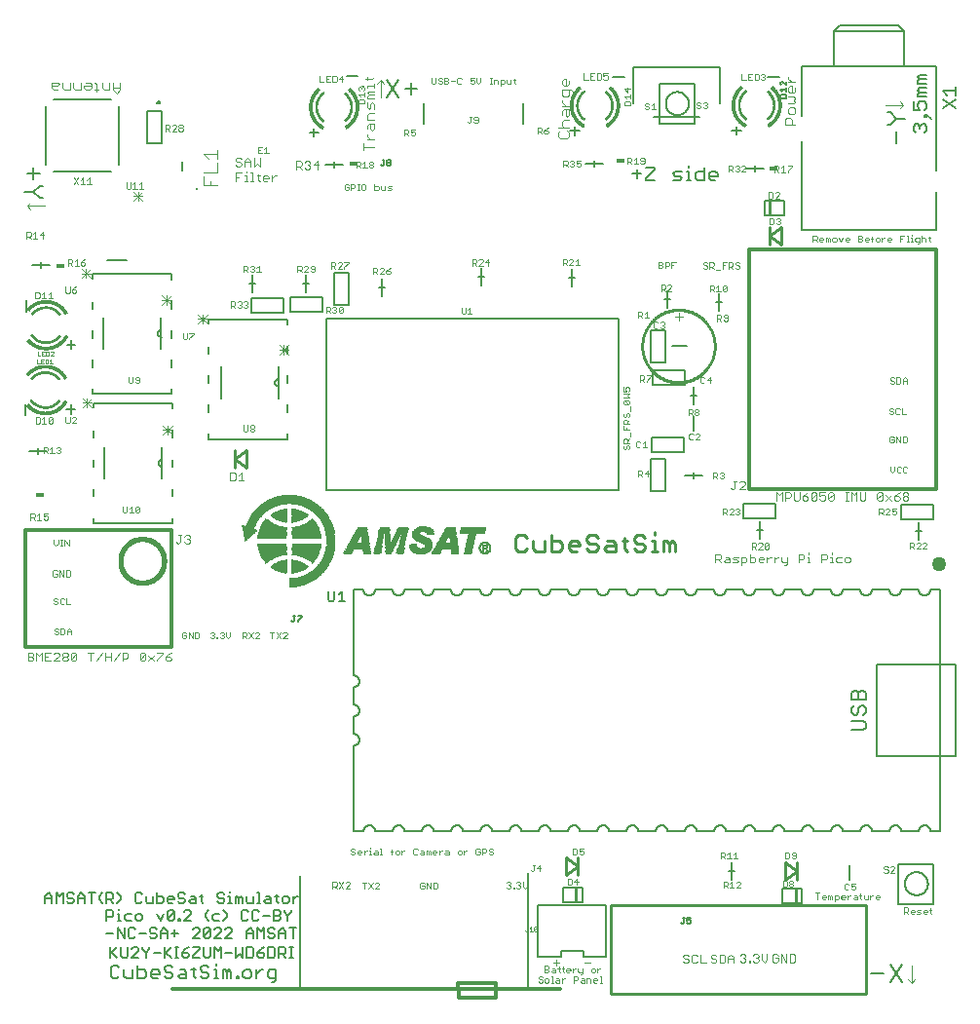
<source format=gto>
G75*
%MOIN*%
%OFA0B0*%
%FSLAX25Y25*%
%IPPOS*%
%LPD*%
%AMOC8*
5,1,8,0,0,1.08239X$1,22.5*
%
%ADD10C,0.00500*%
%ADD11C,0.00400*%
%ADD12C,0.00300*%
%ADD13R,0.00650X0.00050*%
%ADD14R,0.01500X0.00050*%
%ADD15R,0.01550X0.00050*%
%ADD16R,0.00050X0.00050*%
%ADD17R,0.02400X0.00050*%
%ADD18R,0.02450X0.00050*%
%ADD19R,0.02800X0.00050*%
%ADD20R,0.03100X0.00050*%
%ADD21R,0.03350X0.00050*%
%ADD22R,0.03550X0.00050*%
%ADD23R,0.03800X0.00050*%
%ADD24R,0.04000X0.00050*%
%ADD25R,0.04050X0.00050*%
%ADD26R,0.04400X0.00050*%
%ADD27R,0.04450X0.00050*%
%ADD28R,0.04650X0.00050*%
%ADD29R,0.04800X0.00050*%
%ADD30R,0.04950X0.00050*%
%ADD31R,0.05150X0.00050*%
%ADD32R,0.05300X0.00050*%
%ADD33R,0.05450X0.00050*%
%ADD34R,0.05500X0.00050*%
%ADD35R,0.05750X0.00050*%
%ADD36R,0.05800X0.00050*%
%ADD37R,0.05900X0.00050*%
%ADD38R,0.06050X0.00050*%
%ADD39R,0.06150X0.00050*%
%ADD40R,0.06250X0.00050*%
%ADD41R,0.06400X0.00050*%
%ADD42R,0.06550X0.00050*%
%ADD43R,0.06600X0.00050*%
%ADD44R,0.06750X0.00050*%
%ADD45R,0.06800X0.00050*%
%ADD46R,0.06900X0.00050*%
%ADD47R,0.07000X0.00050*%
%ADD48R,0.07100X0.00050*%
%ADD49R,0.07250X0.00050*%
%ADD50R,0.07300X0.00050*%
%ADD51R,0.07450X0.00050*%
%ADD52R,0.07500X0.00050*%
%ADD53R,0.07600X0.00050*%
%ADD54R,0.07700X0.00050*%
%ADD55R,0.07750X0.00050*%
%ADD56R,0.07850X0.00050*%
%ADD57R,0.07950X0.00050*%
%ADD58R,0.08000X0.00050*%
%ADD59R,0.08100X0.00050*%
%ADD60R,0.08250X0.00050*%
%ADD61R,0.08300X0.00050*%
%ADD62R,0.08350X0.00050*%
%ADD63R,0.08400X0.00050*%
%ADD64R,0.08450X0.00050*%
%ADD65R,0.08600X0.00050*%
%ADD66R,0.08700X0.00050*%
%ADD67R,0.08750X0.00050*%
%ADD68R,0.08850X0.00050*%
%ADD69R,0.08900X0.00050*%
%ADD70R,0.08950X0.00050*%
%ADD71R,0.09050X0.00050*%
%ADD72R,0.09100X0.00050*%
%ADD73R,0.08150X0.00050*%
%ADD74R,0.07650X0.00050*%
%ADD75R,0.07350X0.00050*%
%ADD76R,0.07050X0.00050*%
%ADD77R,0.06850X0.00050*%
%ADD78R,0.06450X0.00050*%
%ADD79R,0.06000X0.00050*%
%ADD80R,0.05850X0.00050*%
%ADD81R,0.05650X0.00050*%
%ADD82R,0.05550X0.00050*%
%ADD83R,0.05400X0.00050*%
%ADD84R,0.05250X0.00050*%
%ADD85R,0.05050X0.00050*%
%ADD86R,0.05000X0.00050*%
%ADD87R,0.04900X0.00050*%
%ADD88R,0.04750X0.00050*%
%ADD89R,0.00150X0.00050*%
%ADD90R,0.00200X0.00050*%
%ADD91R,0.00600X0.00050*%
%ADD92R,0.01000X0.00050*%
%ADD93R,0.04600X0.00050*%
%ADD94R,0.01300X0.00050*%
%ADD95R,0.01250X0.00050*%
%ADD96R,0.04550X0.00050*%
%ADD97R,0.04500X0.00050*%
%ADD98R,0.01600X0.00050*%
%ADD99R,0.02000X0.00050*%
%ADD100R,0.02250X0.00050*%
%ADD101R,0.02200X0.00050*%
%ADD102R,0.02550X0.00050*%
%ADD103R,0.02600X0.00050*%
%ADD104R,0.02750X0.00050*%
%ADD105R,0.02700X0.00050*%
%ADD106R,0.02900X0.00050*%
%ADD107R,0.02850X0.00050*%
%ADD108R,0.04350X0.00050*%
%ADD109R,0.03000X0.00050*%
%ADD110R,0.03050X0.00050*%
%ADD111R,0.04300X0.00050*%
%ADD112R,0.04200X0.00050*%
%ADD113R,0.03500X0.00050*%
%ADD114R,0.03600X0.00050*%
%ADD115R,0.03650X0.00050*%
%ADD116R,0.04250X0.00050*%
%ADD117R,0.03700X0.00050*%
%ADD118R,0.04150X0.00050*%
%ADD119R,0.03850X0.00050*%
%ADD120R,0.03950X0.00050*%
%ADD121R,0.04100X0.00050*%
%ADD122R,0.04700X0.00050*%
%ADD123R,0.04850X0.00050*%
%ADD124R,0.03900X0.00050*%
%ADD125R,0.05100X0.00050*%
%ADD126R,0.05200X0.00050*%
%ADD127R,0.05350X0.00050*%
%ADD128R,0.03750X0.00050*%
%ADD129R,0.05600X0.00050*%
%ADD130R,0.05700X0.00050*%
%ADD131R,0.00300X0.00050*%
%ADD132R,0.00250X0.00050*%
%ADD133R,0.00350X0.00050*%
%ADD134R,0.00550X0.00050*%
%ADD135R,0.00500X0.00050*%
%ADD136R,0.03450X0.00050*%
%ADD137R,0.03400X0.00050*%
%ADD138R,0.00750X0.00050*%
%ADD139R,0.03250X0.00050*%
%ADD140R,0.03300X0.00050*%
%ADD141R,0.00700X0.00050*%
%ADD142R,0.00850X0.00050*%
%ADD143R,0.03200X0.00050*%
%ADD144R,0.00950X0.00050*%
%ADD145R,0.01100X0.00050*%
%ADD146R,0.02950X0.00050*%
%ADD147R,0.01200X0.00050*%
%ADD148R,0.02650X0.00050*%
%ADD149R,0.01350X0.00050*%
%ADD150R,0.02300X0.00050*%
%ADD151R,0.01450X0.00050*%
%ADD152R,0.02350X0.00050*%
%ADD153R,0.01700X0.00050*%
%ADD154R,0.02100X0.00050*%
%ADD155R,0.01850X0.00050*%
%ADD156R,0.01950X0.00050*%
%ADD157R,0.02050X0.00050*%
%ADD158R,0.01750X0.00050*%
%ADD159R,0.01800X0.00050*%
%ADD160R,0.01900X0.00050*%
%ADD161R,0.02150X0.00050*%
%ADD162R,0.01050X0.00050*%
%ADD163R,0.01150X0.00050*%
%ADD164R,0.00450X0.00050*%
%ADD165R,0.02500X0.00050*%
%ADD166R,0.03150X0.00050*%
%ADD167R,0.05950X0.00050*%
%ADD168R,0.06300X0.00050*%
%ADD169R,0.06200X0.00050*%
%ADD170R,0.06350X0.00050*%
%ADD171R,0.06500X0.00050*%
%ADD172R,0.06950X0.00050*%
%ADD173R,0.07900X0.00050*%
%ADD174R,0.08800X0.00050*%
%ADD175R,0.09150X0.00050*%
%ADD176R,0.09200X0.00050*%
%ADD177R,0.00400X0.00050*%
%ADD178R,0.09250X0.00050*%
%ADD179R,0.01400X0.00050*%
%ADD180R,0.09300X0.00050*%
%ADD181R,0.09350X0.00050*%
%ADD182R,0.09400X0.00050*%
%ADD183R,0.09450X0.00050*%
%ADD184R,0.09500X0.00050*%
%ADD185R,0.00900X0.00050*%
%ADD186R,0.09550X0.00050*%
%ADD187R,0.00800X0.00050*%
%ADD188R,0.09600X0.00050*%
%ADD189R,0.09650X0.00050*%
%ADD190R,0.06700X0.00050*%
%ADD191R,0.09700X0.00050*%
%ADD192R,0.09750X0.00050*%
%ADD193R,0.07150X0.00050*%
%ADD194R,0.09800X0.00050*%
%ADD195R,0.09850X0.00050*%
%ADD196R,0.07400X0.00050*%
%ADD197R,0.08200X0.00050*%
%ADD198R,0.01650X0.00050*%
%ADD199R,0.09900X0.00050*%
%ADD200R,0.08050X0.00050*%
%ADD201R,0.09950X0.00050*%
%ADD202R,0.07800X0.00050*%
%ADD203R,0.10000X0.00050*%
%ADD204R,0.10050X0.00050*%
%ADD205R,0.07550X0.00050*%
%ADD206R,0.10100X0.00050*%
%ADD207R,0.07200X0.00050*%
%ADD208R,0.00100X0.00050*%
%ADD209R,0.08500X0.00050*%
%ADD210R,0.08550X0.00050*%
%ADD211R,0.06100X0.00050*%
%ADD212R,0.06650X0.00050*%
%ADD213R,0.18300X0.00050*%
%ADD214R,0.18100X0.00050*%
%ADD215R,0.18000X0.00050*%
%ADD216R,0.17850X0.00050*%
%ADD217R,0.17750X0.00050*%
%ADD218R,0.17600X0.00050*%
%ADD219R,0.17500X0.00050*%
%ADD220R,0.17300X0.00050*%
%ADD221R,0.17100X0.00050*%
%ADD222R,0.16950X0.00050*%
%ADD223R,0.16800X0.00050*%
%ADD224R,0.16700X0.00050*%
%ADD225R,0.16450X0.00050*%
%ADD226R,0.16350X0.00050*%
%ADD227R,0.16250X0.00050*%
%ADD228R,0.16000X0.00050*%
%ADD229R,0.15850X0.00050*%
%ADD230R,0.15600X0.00050*%
%ADD231R,0.15500X0.00050*%
%ADD232R,0.15300X0.00050*%
%ADD233R,0.15200X0.00050*%
%ADD234R,0.14850X0.00050*%
%ADD235R,0.14750X0.00050*%
%ADD236R,0.14600X0.00050*%
%ADD237R,0.14350X0.00050*%
%ADD238R,0.14100X0.00050*%
%ADD239R,0.13950X0.00050*%
%ADD240R,0.13700X0.00050*%
%ADD241R,0.13500X0.00050*%
%ADD242R,0.13400X0.00050*%
%ADD243R,0.13050X0.00050*%
%ADD244R,0.12950X0.00050*%
%ADD245R,0.12800X0.00050*%
%ADD246R,0.12400X0.00050*%
%ADD247R,0.12250X0.00050*%
%ADD248R,0.12000X0.00050*%
%ADD249R,0.11700X0.00050*%
%ADD250R,0.11450X0.00050*%
%ADD251R,0.11350X0.00050*%
%ADD252R,0.10800X0.00050*%
%ADD253R,0.10750X0.00050*%
%ADD254R,0.10450X0.00050*%
%ADD255R,0.08650X0.00050*%
%ADD256C,0.00700*%
%ADD257C,0.00800*%
%ADD258C,0.00600*%
%ADD259C,0.01181*%
%ADD260C,0.01600*%
%ADD261C,0.01000*%
%ADD262C,0.00900*%
%ADD263C,0.01200*%
%ADD264C,0.00060*%
%ADD265C,0.00100*%
%ADD266C,0.05000*%
%ADD267C,0.00200*%
%ADD268R,0.03000X0.01500*%
%ADD269C,0.00787*%
%ADD270C,0.00394*%
D10*
X0050950Y0034067D02*
X0050950Y0036402D01*
X0052118Y0037570D01*
X0053285Y0036402D01*
X0053285Y0034067D01*
X0054633Y0034067D02*
X0054633Y0037570D01*
X0055801Y0036402D01*
X0056968Y0037570D01*
X0056968Y0034067D01*
X0058316Y0034651D02*
X0058900Y0034067D01*
X0060068Y0034067D01*
X0060652Y0034651D01*
X0060652Y0035235D01*
X0060068Y0035819D01*
X0058900Y0035819D01*
X0058316Y0036402D01*
X0058316Y0036986D01*
X0058900Y0037570D01*
X0060068Y0037570D01*
X0060652Y0036986D01*
X0061999Y0036402D02*
X0063167Y0037570D01*
X0064335Y0036402D01*
X0064335Y0034067D01*
X0064335Y0035819D02*
X0061999Y0035819D01*
X0061999Y0036402D02*
X0061999Y0034067D01*
X0066850Y0034067D02*
X0066850Y0037570D01*
X0065682Y0037570D02*
X0068018Y0037570D01*
X0069366Y0036402D02*
X0070533Y0037570D01*
X0071821Y0037570D02*
X0071821Y0034067D01*
X0071821Y0035235D02*
X0073573Y0035235D01*
X0074156Y0035819D01*
X0074156Y0036986D01*
X0073573Y0037570D01*
X0071821Y0037570D01*
X0072989Y0035235D02*
X0074156Y0034067D01*
X0075504Y0034067D02*
X0076672Y0035235D01*
X0076672Y0036402D01*
X0075504Y0037570D01*
X0081643Y0036986D02*
X0081643Y0034651D01*
X0082227Y0034067D01*
X0083394Y0034067D01*
X0083978Y0034651D01*
X0085326Y0034651D02*
X0085910Y0034067D01*
X0087661Y0034067D01*
X0087661Y0036402D01*
X0089009Y0036402D02*
X0090761Y0036402D01*
X0091344Y0035819D01*
X0091344Y0034651D01*
X0090761Y0034067D01*
X0089009Y0034067D01*
X0089009Y0037570D01*
X0085326Y0036402D02*
X0085326Y0034651D01*
X0083978Y0036986D02*
X0083394Y0037570D01*
X0082227Y0037570D01*
X0081643Y0036986D01*
X0082355Y0030402D02*
X0081772Y0029819D01*
X0081772Y0028651D01*
X0082355Y0028067D01*
X0083523Y0028067D01*
X0084107Y0028651D01*
X0084107Y0029819D01*
X0083523Y0030402D01*
X0082355Y0030402D01*
X0080424Y0030402D02*
X0078672Y0030402D01*
X0078088Y0029819D01*
X0078088Y0028651D01*
X0078672Y0028067D01*
X0080424Y0028067D01*
X0079900Y0025570D02*
X0079316Y0024986D01*
X0079316Y0022651D01*
X0079900Y0022067D01*
X0081068Y0022067D01*
X0081652Y0022651D01*
X0082999Y0023819D02*
X0085335Y0023819D01*
X0086682Y0024402D02*
X0087266Y0023819D01*
X0088434Y0023819D01*
X0089018Y0023235D01*
X0089018Y0022651D01*
X0088434Y0022067D01*
X0087266Y0022067D01*
X0086682Y0022651D01*
X0086682Y0024402D02*
X0086682Y0024986D01*
X0087266Y0025570D01*
X0088434Y0025570D01*
X0089018Y0024986D01*
X0090366Y0024402D02*
X0091533Y0025570D01*
X0092701Y0024402D01*
X0092701Y0022067D01*
X0092701Y0023819D02*
X0090366Y0023819D01*
X0090366Y0024402D02*
X0090366Y0022067D01*
X0091650Y0018853D02*
X0091650Y0015350D01*
X0091650Y0016518D02*
X0093986Y0018853D01*
X0095334Y0018853D02*
X0096501Y0018853D01*
X0095917Y0018853D02*
X0095917Y0015350D01*
X0095334Y0015350D02*
X0096501Y0015350D01*
X0097789Y0015934D02*
X0098373Y0015350D01*
X0099541Y0015350D01*
X0100124Y0015934D01*
X0100124Y0016518D01*
X0099541Y0017101D01*
X0097789Y0017101D01*
X0097789Y0015934D01*
X0097789Y0017101D02*
X0098957Y0018269D01*
X0100124Y0018853D01*
X0101472Y0018853D02*
X0103808Y0018853D01*
X0103808Y0018269D01*
X0101472Y0015934D01*
X0101472Y0015350D01*
X0103808Y0015350D01*
X0105155Y0015934D02*
X0105155Y0018853D01*
X0107491Y0018853D02*
X0107491Y0015934D01*
X0106907Y0015350D01*
X0105739Y0015350D01*
X0105155Y0015934D01*
X0108838Y0015350D02*
X0108838Y0018853D01*
X0110006Y0017685D01*
X0111174Y0018853D01*
X0111174Y0015350D01*
X0112522Y0017101D02*
X0114857Y0017101D01*
X0116205Y0015350D02*
X0117372Y0016518D01*
X0118540Y0015350D01*
X0118540Y0018853D01*
X0119888Y0018853D02*
X0121639Y0018853D01*
X0122223Y0018269D01*
X0122223Y0015934D01*
X0121639Y0015350D01*
X0119888Y0015350D01*
X0119888Y0018853D01*
X0119831Y0022067D02*
X0119831Y0024402D01*
X0120998Y0025570D01*
X0122166Y0024402D01*
X0122166Y0022067D01*
X0123514Y0022067D02*
X0123514Y0025570D01*
X0124682Y0024402D01*
X0125849Y0025570D01*
X0125849Y0022067D01*
X0127197Y0022651D02*
X0127781Y0022067D01*
X0128949Y0022067D01*
X0129532Y0022651D01*
X0129532Y0023235D01*
X0128949Y0023819D01*
X0127781Y0023819D01*
X0127197Y0024402D01*
X0127197Y0024986D01*
X0127781Y0025570D01*
X0128949Y0025570D01*
X0129532Y0024986D01*
X0130880Y0024402D02*
X0132048Y0025570D01*
X0133216Y0024402D01*
X0133216Y0022067D01*
X0133216Y0023819D02*
X0130880Y0023819D01*
X0130880Y0024402D02*
X0130880Y0022067D01*
X0130937Y0018853D02*
X0132689Y0018853D01*
X0133273Y0018269D01*
X0133273Y0017101D01*
X0132689Y0016518D01*
X0130937Y0016518D01*
X0130937Y0015350D02*
X0130937Y0018853D01*
X0129590Y0018269D02*
X0129006Y0018853D01*
X0127254Y0018853D01*
X0127254Y0015350D01*
X0129006Y0015350D01*
X0129590Y0015934D01*
X0129590Y0018269D01*
X0132105Y0016518D02*
X0133273Y0015350D01*
X0134620Y0015350D02*
X0135788Y0015350D01*
X0135204Y0015350D02*
X0135204Y0018853D01*
X0134620Y0018853D02*
X0135788Y0018853D01*
X0135731Y0022067D02*
X0135731Y0025570D01*
X0134563Y0025570D02*
X0136899Y0025570D01*
X0133889Y0028067D02*
X0133889Y0029819D01*
X0135057Y0030986D01*
X0135057Y0031570D01*
X0133889Y0029819D02*
X0132722Y0030986D01*
X0132722Y0031570D01*
X0131374Y0030986D02*
X0131374Y0030402D01*
X0130790Y0029819D01*
X0129039Y0029819D01*
X0127691Y0029819D02*
X0125355Y0029819D01*
X0124008Y0030986D02*
X0123424Y0031570D01*
X0122256Y0031570D01*
X0121672Y0030986D01*
X0121672Y0028651D01*
X0122256Y0028067D01*
X0123424Y0028067D01*
X0124008Y0028651D01*
X0120325Y0028651D02*
X0119741Y0028067D01*
X0118573Y0028067D01*
X0117989Y0028651D01*
X0117989Y0030986D01*
X0118573Y0031570D01*
X0119741Y0031570D01*
X0120325Y0030986D01*
X0120286Y0034067D02*
X0119702Y0034651D01*
X0119702Y0036402D01*
X0118354Y0035819D02*
X0118354Y0034067D01*
X0117186Y0034067D02*
X0117186Y0035819D01*
X0117770Y0036402D01*
X0118354Y0035819D01*
X0117186Y0035819D02*
X0116603Y0036402D01*
X0116019Y0036402D01*
X0116019Y0034067D01*
X0114731Y0034067D02*
X0113563Y0034067D01*
X0114147Y0034067D02*
X0114147Y0036402D01*
X0113563Y0036402D01*
X0114147Y0037570D02*
X0114147Y0038154D01*
X0112216Y0036986D02*
X0111632Y0037570D01*
X0110464Y0037570D01*
X0109880Y0036986D01*
X0109880Y0036402D01*
X0110464Y0035819D01*
X0111632Y0035819D01*
X0112216Y0035235D01*
X0112216Y0034651D01*
X0111632Y0034067D01*
X0110464Y0034067D01*
X0109880Y0034651D01*
X0111851Y0031570D02*
X0113018Y0030402D01*
X0113018Y0029235D01*
X0111851Y0028067D01*
X0110503Y0028067D02*
X0108751Y0028067D01*
X0108167Y0028651D01*
X0108167Y0029819D01*
X0108751Y0030402D01*
X0110503Y0030402D01*
X0106880Y0031570D02*
X0105712Y0030402D01*
X0105712Y0029235D01*
X0106880Y0028067D01*
X0106850Y0025570D02*
X0107434Y0024986D01*
X0105098Y0022651D01*
X0105682Y0022067D01*
X0106850Y0022067D01*
X0107434Y0022651D01*
X0107434Y0024986D01*
X0106850Y0025570D02*
X0105682Y0025570D01*
X0105098Y0024986D01*
X0105098Y0022651D01*
X0103750Y0022067D02*
X0101415Y0022067D01*
X0103750Y0024402D01*
X0103750Y0024986D01*
X0103167Y0025570D01*
X0101999Y0025570D01*
X0101415Y0024986D01*
X0100681Y0028067D02*
X0098346Y0028067D01*
X0100681Y0030402D01*
X0100681Y0030986D01*
X0100097Y0031570D01*
X0098930Y0031570D01*
X0098346Y0030986D01*
X0097088Y0028651D02*
X0097088Y0028067D01*
X0096504Y0028067D01*
X0096504Y0028651D01*
X0097088Y0028651D01*
X0095156Y0028651D02*
X0094573Y0028067D01*
X0093405Y0028067D01*
X0092821Y0028651D01*
X0095156Y0030986D01*
X0095156Y0028651D01*
X0092821Y0028651D02*
X0092821Y0030986D01*
X0093405Y0031570D01*
X0094573Y0031570D01*
X0095156Y0030986D01*
X0094444Y0034067D02*
X0093276Y0034067D01*
X0092692Y0034651D01*
X0092692Y0035819D01*
X0093276Y0036402D01*
X0094444Y0036402D01*
X0095028Y0035819D01*
X0095028Y0035235D01*
X0092692Y0035235D01*
X0096375Y0034651D02*
X0096959Y0034067D01*
X0098127Y0034067D01*
X0098711Y0034651D01*
X0098711Y0035235D01*
X0098127Y0035819D01*
X0096959Y0035819D01*
X0096375Y0036402D01*
X0096375Y0036986D01*
X0096959Y0037570D01*
X0098127Y0037570D01*
X0098711Y0036986D01*
X0100642Y0036402D02*
X0101810Y0036402D01*
X0102394Y0035819D01*
X0102394Y0034067D01*
X0100642Y0034067D01*
X0100058Y0034651D01*
X0100642Y0035235D01*
X0102394Y0035235D01*
X0103742Y0036402D02*
X0104909Y0036402D01*
X0104325Y0036986D02*
X0104325Y0034651D01*
X0104909Y0034067D01*
X0109365Y0025570D02*
X0108781Y0024986D01*
X0109365Y0025570D02*
X0110533Y0025570D01*
X0111117Y0024986D01*
X0111117Y0024402D01*
X0108781Y0022067D01*
X0111117Y0022067D01*
X0112464Y0022067D02*
X0114800Y0024402D01*
X0114800Y0024986D01*
X0114216Y0025570D01*
X0113048Y0025570D01*
X0112464Y0024986D01*
X0112464Y0022067D02*
X0114800Y0022067D01*
X0116205Y0018853D02*
X0116205Y0015350D01*
X0123571Y0015934D02*
X0124155Y0015350D01*
X0125323Y0015350D01*
X0125906Y0015934D01*
X0125906Y0016518D01*
X0125323Y0017101D01*
X0123571Y0017101D01*
X0123571Y0015934D01*
X0123571Y0017101D02*
X0124739Y0018269D01*
X0125906Y0018853D01*
X0122166Y0023819D02*
X0119831Y0023819D01*
X0129039Y0028067D02*
X0130790Y0028067D01*
X0131374Y0028651D01*
X0131374Y0029235D01*
X0130790Y0029819D01*
X0131374Y0030986D02*
X0130790Y0031570D01*
X0129039Y0031570D01*
X0129039Y0028067D01*
X0128176Y0034067D02*
X0126424Y0034067D01*
X0125840Y0034651D01*
X0126424Y0035235D01*
X0128176Y0035235D01*
X0128176Y0035819D02*
X0128176Y0034067D01*
X0128176Y0035819D02*
X0127592Y0036402D01*
X0126424Y0036402D01*
X0123969Y0037570D02*
X0123969Y0034067D01*
X0123385Y0034067D02*
X0124553Y0034067D01*
X0122037Y0034067D02*
X0122037Y0036402D01*
X0123385Y0037570D02*
X0123969Y0037570D01*
X0122037Y0034067D02*
X0120286Y0034067D01*
X0129524Y0036402D02*
X0130691Y0036402D01*
X0130107Y0036986D02*
X0130107Y0034651D01*
X0130691Y0034067D01*
X0131979Y0034651D02*
X0131979Y0035819D01*
X0132563Y0036402D01*
X0133731Y0036402D01*
X0134314Y0035819D01*
X0134314Y0034651D01*
X0133731Y0034067D01*
X0132563Y0034067D01*
X0131979Y0034651D01*
X0135662Y0035235D02*
X0136830Y0036402D01*
X0137414Y0036402D01*
X0135662Y0036402D02*
X0135662Y0034067D01*
X0159866Y0058661D02*
X0159868Y0058748D01*
X0159874Y0058835D01*
X0159883Y0058922D01*
X0159897Y0059008D01*
X0159914Y0059093D01*
X0159935Y0059178D01*
X0159960Y0059261D01*
X0159988Y0059344D01*
X0160020Y0059425D01*
X0160056Y0059504D01*
X0160095Y0059582D01*
X0160137Y0059658D01*
X0160183Y0059732D01*
X0160232Y0059804D01*
X0160284Y0059874D01*
X0160339Y0059941D01*
X0160397Y0060006D01*
X0160458Y0060069D01*
X0160522Y0060128D01*
X0160588Y0060185D01*
X0160657Y0060238D01*
X0160728Y0060289D01*
X0160801Y0060336D01*
X0160876Y0060381D01*
X0160953Y0060421D01*
X0161031Y0060459D01*
X0161112Y0060492D01*
X0161193Y0060523D01*
X0161276Y0060549D01*
X0161361Y0060572D01*
X0161446Y0060591D01*
X0161531Y0060606D01*
X0161618Y0060618D01*
X0161704Y0060626D01*
X0161791Y0060630D01*
X0161879Y0060630D01*
X0161966Y0060626D01*
X0162052Y0060618D01*
X0162139Y0060606D01*
X0162224Y0060591D01*
X0162309Y0060572D01*
X0162394Y0060549D01*
X0162477Y0060523D01*
X0162558Y0060492D01*
X0162639Y0060459D01*
X0162717Y0060421D01*
X0162794Y0060381D01*
X0162869Y0060336D01*
X0162942Y0060289D01*
X0163013Y0060238D01*
X0163082Y0060185D01*
X0163148Y0060128D01*
X0163212Y0060069D01*
X0163273Y0060006D01*
X0163331Y0059941D01*
X0163386Y0059874D01*
X0163438Y0059804D01*
X0163487Y0059732D01*
X0163533Y0059658D01*
X0163575Y0059582D01*
X0163614Y0059504D01*
X0163650Y0059425D01*
X0163682Y0059344D01*
X0163710Y0059261D01*
X0163735Y0059178D01*
X0163756Y0059093D01*
X0163773Y0059008D01*
X0163787Y0058922D01*
X0163796Y0058835D01*
X0163802Y0058748D01*
X0163804Y0058661D01*
X0169866Y0058661D02*
X0169868Y0058748D01*
X0169874Y0058835D01*
X0169883Y0058922D01*
X0169897Y0059008D01*
X0169914Y0059093D01*
X0169935Y0059178D01*
X0169960Y0059261D01*
X0169988Y0059344D01*
X0170020Y0059425D01*
X0170056Y0059504D01*
X0170095Y0059582D01*
X0170137Y0059658D01*
X0170183Y0059732D01*
X0170232Y0059804D01*
X0170284Y0059874D01*
X0170339Y0059941D01*
X0170397Y0060006D01*
X0170458Y0060069D01*
X0170522Y0060128D01*
X0170588Y0060185D01*
X0170657Y0060238D01*
X0170728Y0060289D01*
X0170801Y0060336D01*
X0170876Y0060381D01*
X0170953Y0060421D01*
X0171031Y0060459D01*
X0171112Y0060492D01*
X0171193Y0060523D01*
X0171276Y0060549D01*
X0171361Y0060572D01*
X0171446Y0060591D01*
X0171531Y0060606D01*
X0171618Y0060618D01*
X0171704Y0060626D01*
X0171791Y0060630D01*
X0171879Y0060630D01*
X0171966Y0060626D01*
X0172052Y0060618D01*
X0172139Y0060606D01*
X0172224Y0060591D01*
X0172309Y0060572D01*
X0172394Y0060549D01*
X0172477Y0060523D01*
X0172558Y0060492D01*
X0172639Y0060459D01*
X0172717Y0060421D01*
X0172794Y0060381D01*
X0172869Y0060336D01*
X0172942Y0060289D01*
X0173013Y0060238D01*
X0173082Y0060185D01*
X0173148Y0060128D01*
X0173212Y0060069D01*
X0173273Y0060006D01*
X0173331Y0059941D01*
X0173386Y0059874D01*
X0173438Y0059804D01*
X0173487Y0059732D01*
X0173533Y0059658D01*
X0173575Y0059582D01*
X0173614Y0059504D01*
X0173650Y0059425D01*
X0173682Y0059344D01*
X0173710Y0059261D01*
X0173735Y0059178D01*
X0173756Y0059093D01*
X0173773Y0059008D01*
X0173787Y0058922D01*
X0173796Y0058835D01*
X0173802Y0058748D01*
X0173804Y0058661D01*
X0179866Y0058661D02*
X0179868Y0058748D01*
X0179874Y0058835D01*
X0179883Y0058922D01*
X0179897Y0059008D01*
X0179914Y0059093D01*
X0179935Y0059178D01*
X0179960Y0059261D01*
X0179988Y0059344D01*
X0180020Y0059425D01*
X0180056Y0059504D01*
X0180095Y0059582D01*
X0180137Y0059658D01*
X0180183Y0059732D01*
X0180232Y0059804D01*
X0180284Y0059874D01*
X0180339Y0059941D01*
X0180397Y0060006D01*
X0180458Y0060069D01*
X0180522Y0060128D01*
X0180588Y0060185D01*
X0180657Y0060238D01*
X0180728Y0060289D01*
X0180801Y0060336D01*
X0180876Y0060381D01*
X0180953Y0060421D01*
X0181031Y0060459D01*
X0181112Y0060492D01*
X0181193Y0060523D01*
X0181276Y0060549D01*
X0181361Y0060572D01*
X0181446Y0060591D01*
X0181531Y0060606D01*
X0181618Y0060618D01*
X0181704Y0060626D01*
X0181791Y0060630D01*
X0181879Y0060630D01*
X0181966Y0060626D01*
X0182052Y0060618D01*
X0182139Y0060606D01*
X0182224Y0060591D01*
X0182309Y0060572D01*
X0182394Y0060549D01*
X0182477Y0060523D01*
X0182558Y0060492D01*
X0182639Y0060459D01*
X0182717Y0060421D01*
X0182794Y0060381D01*
X0182869Y0060336D01*
X0182942Y0060289D01*
X0183013Y0060238D01*
X0183082Y0060185D01*
X0183148Y0060128D01*
X0183212Y0060069D01*
X0183273Y0060006D01*
X0183331Y0059941D01*
X0183386Y0059874D01*
X0183438Y0059804D01*
X0183487Y0059732D01*
X0183533Y0059658D01*
X0183575Y0059582D01*
X0183614Y0059504D01*
X0183650Y0059425D01*
X0183682Y0059344D01*
X0183710Y0059261D01*
X0183735Y0059178D01*
X0183756Y0059093D01*
X0183773Y0059008D01*
X0183787Y0058922D01*
X0183796Y0058835D01*
X0183802Y0058748D01*
X0183804Y0058661D01*
X0189866Y0058661D02*
X0189868Y0058748D01*
X0189874Y0058835D01*
X0189883Y0058922D01*
X0189897Y0059008D01*
X0189914Y0059093D01*
X0189935Y0059178D01*
X0189960Y0059261D01*
X0189988Y0059344D01*
X0190020Y0059425D01*
X0190056Y0059504D01*
X0190095Y0059582D01*
X0190137Y0059658D01*
X0190183Y0059732D01*
X0190232Y0059804D01*
X0190284Y0059874D01*
X0190339Y0059941D01*
X0190397Y0060006D01*
X0190458Y0060069D01*
X0190522Y0060128D01*
X0190588Y0060185D01*
X0190657Y0060238D01*
X0190728Y0060289D01*
X0190801Y0060336D01*
X0190876Y0060381D01*
X0190953Y0060421D01*
X0191031Y0060459D01*
X0191112Y0060492D01*
X0191193Y0060523D01*
X0191276Y0060549D01*
X0191361Y0060572D01*
X0191446Y0060591D01*
X0191531Y0060606D01*
X0191618Y0060618D01*
X0191704Y0060626D01*
X0191791Y0060630D01*
X0191879Y0060630D01*
X0191966Y0060626D01*
X0192052Y0060618D01*
X0192139Y0060606D01*
X0192224Y0060591D01*
X0192309Y0060572D01*
X0192394Y0060549D01*
X0192477Y0060523D01*
X0192558Y0060492D01*
X0192639Y0060459D01*
X0192717Y0060421D01*
X0192794Y0060381D01*
X0192869Y0060336D01*
X0192942Y0060289D01*
X0193013Y0060238D01*
X0193082Y0060185D01*
X0193148Y0060128D01*
X0193212Y0060069D01*
X0193273Y0060006D01*
X0193331Y0059941D01*
X0193386Y0059874D01*
X0193438Y0059804D01*
X0193487Y0059732D01*
X0193533Y0059658D01*
X0193575Y0059582D01*
X0193614Y0059504D01*
X0193650Y0059425D01*
X0193682Y0059344D01*
X0193710Y0059261D01*
X0193735Y0059178D01*
X0193756Y0059093D01*
X0193773Y0059008D01*
X0193787Y0058922D01*
X0193796Y0058835D01*
X0193802Y0058748D01*
X0193804Y0058661D01*
X0199866Y0058661D02*
X0199868Y0058748D01*
X0199874Y0058835D01*
X0199883Y0058922D01*
X0199897Y0059008D01*
X0199914Y0059093D01*
X0199935Y0059178D01*
X0199960Y0059261D01*
X0199988Y0059344D01*
X0200020Y0059425D01*
X0200056Y0059504D01*
X0200095Y0059582D01*
X0200137Y0059658D01*
X0200183Y0059732D01*
X0200232Y0059804D01*
X0200284Y0059874D01*
X0200339Y0059941D01*
X0200397Y0060006D01*
X0200458Y0060069D01*
X0200522Y0060128D01*
X0200588Y0060185D01*
X0200657Y0060238D01*
X0200728Y0060289D01*
X0200801Y0060336D01*
X0200876Y0060381D01*
X0200953Y0060421D01*
X0201031Y0060459D01*
X0201112Y0060492D01*
X0201193Y0060523D01*
X0201276Y0060549D01*
X0201361Y0060572D01*
X0201446Y0060591D01*
X0201531Y0060606D01*
X0201618Y0060618D01*
X0201704Y0060626D01*
X0201791Y0060630D01*
X0201879Y0060630D01*
X0201966Y0060626D01*
X0202052Y0060618D01*
X0202139Y0060606D01*
X0202224Y0060591D01*
X0202309Y0060572D01*
X0202394Y0060549D01*
X0202477Y0060523D01*
X0202558Y0060492D01*
X0202639Y0060459D01*
X0202717Y0060421D01*
X0202794Y0060381D01*
X0202869Y0060336D01*
X0202942Y0060289D01*
X0203013Y0060238D01*
X0203082Y0060185D01*
X0203148Y0060128D01*
X0203212Y0060069D01*
X0203273Y0060006D01*
X0203331Y0059941D01*
X0203386Y0059874D01*
X0203438Y0059804D01*
X0203487Y0059732D01*
X0203533Y0059658D01*
X0203575Y0059582D01*
X0203614Y0059504D01*
X0203650Y0059425D01*
X0203682Y0059344D01*
X0203710Y0059261D01*
X0203735Y0059178D01*
X0203756Y0059093D01*
X0203773Y0059008D01*
X0203787Y0058922D01*
X0203796Y0058835D01*
X0203802Y0058748D01*
X0203804Y0058661D01*
X0209866Y0058661D02*
X0209868Y0058748D01*
X0209874Y0058835D01*
X0209883Y0058922D01*
X0209897Y0059008D01*
X0209914Y0059093D01*
X0209935Y0059178D01*
X0209960Y0059261D01*
X0209988Y0059344D01*
X0210020Y0059425D01*
X0210056Y0059504D01*
X0210095Y0059582D01*
X0210137Y0059658D01*
X0210183Y0059732D01*
X0210232Y0059804D01*
X0210284Y0059874D01*
X0210339Y0059941D01*
X0210397Y0060006D01*
X0210458Y0060069D01*
X0210522Y0060128D01*
X0210588Y0060185D01*
X0210657Y0060238D01*
X0210728Y0060289D01*
X0210801Y0060336D01*
X0210876Y0060381D01*
X0210953Y0060421D01*
X0211031Y0060459D01*
X0211112Y0060492D01*
X0211193Y0060523D01*
X0211276Y0060549D01*
X0211361Y0060572D01*
X0211446Y0060591D01*
X0211531Y0060606D01*
X0211618Y0060618D01*
X0211704Y0060626D01*
X0211791Y0060630D01*
X0211879Y0060630D01*
X0211966Y0060626D01*
X0212052Y0060618D01*
X0212139Y0060606D01*
X0212224Y0060591D01*
X0212309Y0060572D01*
X0212394Y0060549D01*
X0212477Y0060523D01*
X0212558Y0060492D01*
X0212639Y0060459D01*
X0212717Y0060421D01*
X0212794Y0060381D01*
X0212869Y0060336D01*
X0212942Y0060289D01*
X0213013Y0060238D01*
X0213082Y0060185D01*
X0213148Y0060128D01*
X0213212Y0060069D01*
X0213273Y0060006D01*
X0213331Y0059941D01*
X0213386Y0059874D01*
X0213438Y0059804D01*
X0213487Y0059732D01*
X0213533Y0059658D01*
X0213575Y0059582D01*
X0213614Y0059504D01*
X0213650Y0059425D01*
X0213682Y0059344D01*
X0213710Y0059261D01*
X0213735Y0059178D01*
X0213756Y0059093D01*
X0213773Y0059008D01*
X0213787Y0058922D01*
X0213796Y0058835D01*
X0213802Y0058748D01*
X0213804Y0058661D01*
X0219866Y0058661D02*
X0219868Y0058748D01*
X0219874Y0058835D01*
X0219883Y0058922D01*
X0219897Y0059008D01*
X0219914Y0059093D01*
X0219935Y0059178D01*
X0219960Y0059261D01*
X0219988Y0059344D01*
X0220020Y0059425D01*
X0220056Y0059504D01*
X0220095Y0059582D01*
X0220137Y0059658D01*
X0220183Y0059732D01*
X0220232Y0059804D01*
X0220284Y0059874D01*
X0220339Y0059941D01*
X0220397Y0060006D01*
X0220458Y0060069D01*
X0220522Y0060128D01*
X0220588Y0060185D01*
X0220657Y0060238D01*
X0220728Y0060289D01*
X0220801Y0060336D01*
X0220876Y0060381D01*
X0220953Y0060421D01*
X0221031Y0060459D01*
X0221112Y0060492D01*
X0221193Y0060523D01*
X0221276Y0060549D01*
X0221361Y0060572D01*
X0221446Y0060591D01*
X0221531Y0060606D01*
X0221618Y0060618D01*
X0221704Y0060626D01*
X0221791Y0060630D01*
X0221879Y0060630D01*
X0221966Y0060626D01*
X0222052Y0060618D01*
X0222139Y0060606D01*
X0222224Y0060591D01*
X0222309Y0060572D01*
X0222394Y0060549D01*
X0222477Y0060523D01*
X0222558Y0060492D01*
X0222639Y0060459D01*
X0222717Y0060421D01*
X0222794Y0060381D01*
X0222869Y0060336D01*
X0222942Y0060289D01*
X0223013Y0060238D01*
X0223082Y0060185D01*
X0223148Y0060128D01*
X0223212Y0060069D01*
X0223273Y0060006D01*
X0223331Y0059941D01*
X0223386Y0059874D01*
X0223438Y0059804D01*
X0223487Y0059732D01*
X0223533Y0059658D01*
X0223575Y0059582D01*
X0223614Y0059504D01*
X0223650Y0059425D01*
X0223682Y0059344D01*
X0223710Y0059261D01*
X0223735Y0059178D01*
X0223756Y0059093D01*
X0223773Y0059008D01*
X0223787Y0058922D01*
X0223796Y0058835D01*
X0223802Y0058748D01*
X0223804Y0058661D01*
X0229866Y0058661D02*
X0229868Y0058748D01*
X0229874Y0058835D01*
X0229883Y0058922D01*
X0229897Y0059008D01*
X0229914Y0059093D01*
X0229935Y0059178D01*
X0229960Y0059261D01*
X0229988Y0059344D01*
X0230020Y0059425D01*
X0230056Y0059504D01*
X0230095Y0059582D01*
X0230137Y0059658D01*
X0230183Y0059732D01*
X0230232Y0059804D01*
X0230284Y0059874D01*
X0230339Y0059941D01*
X0230397Y0060006D01*
X0230458Y0060069D01*
X0230522Y0060128D01*
X0230588Y0060185D01*
X0230657Y0060238D01*
X0230728Y0060289D01*
X0230801Y0060336D01*
X0230876Y0060381D01*
X0230953Y0060421D01*
X0231031Y0060459D01*
X0231112Y0060492D01*
X0231193Y0060523D01*
X0231276Y0060549D01*
X0231361Y0060572D01*
X0231446Y0060591D01*
X0231531Y0060606D01*
X0231618Y0060618D01*
X0231704Y0060626D01*
X0231791Y0060630D01*
X0231879Y0060630D01*
X0231966Y0060626D01*
X0232052Y0060618D01*
X0232139Y0060606D01*
X0232224Y0060591D01*
X0232309Y0060572D01*
X0232394Y0060549D01*
X0232477Y0060523D01*
X0232558Y0060492D01*
X0232639Y0060459D01*
X0232717Y0060421D01*
X0232794Y0060381D01*
X0232869Y0060336D01*
X0232942Y0060289D01*
X0233013Y0060238D01*
X0233082Y0060185D01*
X0233148Y0060128D01*
X0233212Y0060069D01*
X0233273Y0060006D01*
X0233331Y0059941D01*
X0233386Y0059874D01*
X0233438Y0059804D01*
X0233487Y0059732D01*
X0233533Y0059658D01*
X0233575Y0059582D01*
X0233614Y0059504D01*
X0233650Y0059425D01*
X0233682Y0059344D01*
X0233710Y0059261D01*
X0233735Y0059178D01*
X0233756Y0059093D01*
X0233773Y0059008D01*
X0233787Y0058922D01*
X0233796Y0058835D01*
X0233802Y0058748D01*
X0233804Y0058661D01*
X0239866Y0058661D02*
X0239868Y0058748D01*
X0239874Y0058835D01*
X0239883Y0058922D01*
X0239897Y0059008D01*
X0239914Y0059093D01*
X0239935Y0059178D01*
X0239960Y0059261D01*
X0239988Y0059344D01*
X0240020Y0059425D01*
X0240056Y0059504D01*
X0240095Y0059582D01*
X0240137Y0059658D01*
X0240183Y0059732D01*
X0240232Y0059804D01*
X0240284Y0059874D01*
X0240339Y0059941D01*
X0240397Y0060006D01*
X0240458Y0060069D01*
X0240522Y0060128D01*
X0240588Y0060185D01*
X0240657Y0060238D01*
X0240728Y0060289D01*
X0240801Y0060336D01*
X0240876Y0060381D01*
X0240953Y0060421D01*
X0241031Y0060459D01*
X0241112Y0060492D01*
X0241193Y0060523D01*
X0241276Y0060549D01*
X0241361Y0060572D01*
X0241446Y0060591D01*
X0241531Y0060606D01*
X0241618Y0060618D01*
X0241704Y0060626D01*
X0241791Y0060630D01*
X0241879Y0060630D01*
X0241966Y0060626D01*
X0242052Y0060618D01*
X0242139Y0060606D01*
X0242224Y0060591D01*
X0242309Y0060572D01*
X0242394Y0060549D01*
X0242477Y0060523D01*
X0242558Y0060492D01*
X0242639Y0060459D01*
X0242717Y0060421D01*
X0242794Y0060381D01*
X0242869Y0060336D01*
X0242942Y0060289D01*
X0243013Y0060238D01*
X0243082Y0060185D01*
X0243148Y0060128D01*
X0243212Y0060069D01*
X0243273Y0060006D01*
X0243331Y0059941D01*
X0243386Y0059874D01*
X0243438Y0059804D01*
X0243487Y0059732D01*
X0243533Y0059658D01*
X0243575Y0059582D01*
X0243614Y0059504D01*
X0243650Y0059425D01*
X0243682Y0059344D01*
X0243710Y0059261D01*
X0243735Y0059178D01*
X0243756Y0059093D01*
X0243773Y0059008D01*
X0243787Y0058922D01*
X0243796Y0058835D01*
X0243802Y0058748D01*
X0243804Y0058661D01*
X0249866Y0058661D02*
X0249868Y0058748D01*
X0249874Y0058835D01*
X0249883Y0058922D01*
X0249897Y0059008D01*
X0249914Y0059093D01*
X0249935Y0059178D01*
X0249960Y0059261D01*
X0249988Y0059344D01*
X0250020Y0059425D01*
X0250056Y0059504D01*
X0250095Y0059582D01*
X0250137Y0059658D01*
X0250183Y0059732D01*
X0250232Y0059804D01*
X0250284Y0059874D01*
X0250339Y0059941D01*
X0250397Y0060006D01*
X0250458Y0060069D01*
X0250522Y0060128D01*
X0250588Y0060185D01*
X0250657Y0060238D01*
X0250728Y0060289D01*
X0250801Y0060336D01*
X0250876Y0060381D01*
X0250953Y0060421D01*
X0251031Y0060459D01*
X0251112Y0060492D01*
X0251193Y0060523D01*
X0251276Y0060549D01*
X0251361Y0060572D01*
X0251446Y0060591D01*
X0251531Y0060606D01*
X0251618Y0060618D01*
X0251704Y0060626D01*
X0251791Y0060630D01*
X0251879Y0060630D01*
X0251966Y0060626D01*
X0252052Y0060618D01*
X0252139Y0060606D01*
X0252224Y0060591D01*
X0252309Y0060572D01*
X0252394Y0060549D01*
X0252477Y0060523D01*
X0252558Y0060492D01*
X0252639Y0060459D01*
X0252717Y0060421D01*
X0252794Y0060381D01*
X0252869Y0060336D01*
X0252942Y0060289D01*
X0253013Y0060238D01*
X0253082Y0060185D01*
X0253148Y0060128D01*
X0253212Y0060069D01*
X0253273Y0060006D01*
X0253331Y0059941D01*
X0253386Y0059874D01*
X0253438Y0059804D01*
X0253487Y0059732D01*
X0253533Y0059658D01*
X0253575Y0059582D01*
X0253614Y0059504D01*
X0253650Y0059425D01*
X0253682Y0059344D01*
X0253710Y0059261D01*
X0253735Y0059178D01*
X0253756Y0059093D01*
X0253773Y0059008D01*
X0253787Y0058922D01*
X0253796Y0058835D01*
X0253802Y0058748D01*
X0253804Y0058661D01*
X0259866Y0058661D02*
X0259868Y0058748D01*
X0259874Y0058835D01*
X0259883Y0058922D01*
X0259897Y0059008D01*
X0259914Y0059093D01*
X0259935Y0059178D01*
X0259960Y0059261D01*
X0259988Y0059344D01*
X0260020Y0059425D01*
X0260056Y0059504D01*
X0260095Y0059582D01*
X0260137Y0059658D01*
X0260183Y0059732D01*
X0260232Y0059804D01*
X0260284Y0059874D01*
X0260339Y0059941D01*
X0260397Y0060006D01*
X0260458Y0060069D01*
X0260522Y0060128D01*
X0260588Y0060185D01*
X0260657Y0060238D01*
X0260728Y0060289D01*
X0260801Y0060336D01*
X0260876Y0060381D01*
X0260953Y0060421D01*
X0261031Y0060459D01*
X0261112Y0060492D01*
X0261193Y0060523D01*
X0261276Y0060549D01*
X0261361Y0060572D01*
X0261446Y0060591D01*
X0261531Y0060606D01*
X0261618Y0060618D01*
X0261704Y0060626D01*
X0261791Y0060630D01*
X0261879Y0060630D01*
X0261966Y0060626D01*
X0262052Y0060618D01*
X0262139Y0060606D01*
X0262224Y0060591D01*
X0262309Y0060572D01*
X0262394Y0060549D01*
X0262477Y0060523D01*
X0262558Y0060492D01*
X0262639Y0060459D01*
X0262717Y0060421D01*
X0262794Y0060381D01*
X0262869Y0060336D01*
X0262942Y0060289D01*
X0263013Y0060238D01*
X0263082Y0060185D01*
X0263148Y0060128D01*
X0263212Y0060069D01*
X0263273Y0060006D01*
X0263331Y0059941D01*
X0263386Y0059874D01*
X0263438Y0059804D01*
X0263487Y0059732D01*
X0263533Y0059658D01*
X0263575Y0059582D01*
X0263614Y0059504D01*
X0263650Y0059425D01*
X0263682Y0059344D01*
X0263710Y0059261D01*
X0263735Y0059178D01*
X0263756Y0059093D01*
X0263773Y0059008D01*
X0263787Y0058922D01*
X0263796Y0058835D01*
X0263802Y0058748D01*
X0263804Y0058661D01*
X0269866Y0058661D02*
X0269868Y0058748D01*
X0269874Y0058835D01*
X0269883Y0058922D01*
X0269897Y0059008D01*
X0269914Y0059093D01*
X0269935Y0059178D01*
X0269960Y0059261D01*
X0269988Y0059344D01*
X0270020Y0059425D01*
X0270056Y0059504D01*
X0270095Y0059582D01*
X0270137Y0059658D01*
X0270183Y0059732D01*
X0270232Y0059804D01*
X0270284Y0059874D01*
X0270339Y0059941D01*
X0270397Y0060006D01*
X0270458Y0060069D01*
X0270522Y0060128D01*
X0270588Y0060185D01*
X0270657Y0060238D01*
X0270728Y0060289D01*
X0270801Y0060336D01*
X0270876Y0060381D01*
X0270953Y0060421D01*
X0271031Y0060459D01*
X0271112Y0060492D01*
X0271193Y0060523D01*
X0271276Y0060549D01*
X0271361Y0060572D01*
X0271446Y0060591D01*
X0271531Y0060606D01*
X0271618Y0060618D01*
X0271704Y0060626D01*
X0271791Y0060630D01*
X0271879Y0060630D01*
X0271966Y0060626D01*
X0272052Y0060618D01*
X0272139Y0060606D01*
X0272224Y0060591D01*
X0272309Y0060572D01*
X0272394Y0060549D01*
X0272477Y0060523D01*
X0272558Y0060492D01*
X0272639Y0060459D01*
X0272717Y0060421D01*
X0272794Y0060381D01*
X0272869Y0060336D01*
X0272942Y0060289D01*
X0273013Y0060238D01*
X0273082Y0060185D01*
X0273148Y0060128D01*
X0273212Y0060069D01*
X0273273Y0060006D01*
X0273331Y0059941D01*
X0273386Y0059874D01*
X0273438Y0059804D01*
X0273487Y0059732D01*
X0273533Y0059658D01*
X0273575Y0059582D01*
X0273614Y0059504D01*
X0273650Y0059425D01*
X0273682Y0059344D01*
X0273710Y0059261D01*
X0273735Y0059178D01*
X0273756Y0059093D01*
X0273773Y0059008D01*
X0273787Y0058922D01*
X0273796Y0058835D01*
X0273802Y0058748D01*
X0273804Y0058661D01*
X0279866Y0058661D02*
X0279868Y0058748D01*
X0279874Y0058835D01*
X0279883Y0058922D01*
X0279897Y0059008D01*
X0279914Y0059093D01*
X0279935Y0059178D01*
X0279960Y0059261D01*
X0279988Y0059344D01*
X0280020Y0059425D01*
X0280056Y0059504D01*
X0280095Y0059582D01*
X0280137Y0059658D01*
X0280183Y0059732D01*
X0280232Y0059804D01*
X0280284Y0059874D01*
X0280339Y0059941D01*
X0280397Y0060006D01*
X0280458Y0060069D01*
X0280522Y0060128D01*
X0280588Y0060185D01*
X0280657Y0060238D01*
X0280728Y0060289D01*
X0280801Y0060336D01*
X0280876Y0060381D01*
X0280953Y0060421D01*
X0281031Y0060459D01*
X0281112Y0060492D01*
X0281193Y0060523D01*
X0281276Y0060549D01*
X0281361Y0060572D01*
X0281446Y0060591D01*
X0281531Y0060606D01*
X0281618Y0060618D01*
X0281704Y0060626D01*
X0281791Y0060630D01*
X0281879Y0060630D01*
X0281966Y0060626D01*
X0282052Y0060618D01*
X0282139Y0060606D01*
X0282224Y0060591D01*
X0282309Y0060572D01*
X0282394Y0060549D01*
X0282477Y0060523D01*
X0282558Y0060492D01*
X0282639Y0060459D01*
X0282717Y0060421D01*
X0282794Y0060381D01*
X0282869Y0060336D01*
X0282942Y0060289D01*
X0283013Y0060238D01*
X0283082Y0060185D01*
X0283148Y0060128D01*
X0283212Y0060069D01*
X0283273Y0060006D01*
X0283331Y0059941D01*
X0283386Y0059874D01*
X0283438Y0059804D01*
X0283487Y0059732D01*
X0283533Y0059658D01*
X0283575Y0059582D01*
X0283614Y0059504D01*
X0283650Y0059425D01*
X0283682Y0059344D01*
X0283710Y0059261D01*
X0283735Y0059178D01*
X0283756Y0059093D01*
X0283773Y0059008D01*
X0283787Y0058922D01*
X0283796Y0058835D01*
X0283802Y0058748D01*
X0283804Y0058661D01*
X0289866Y0058661D02*
X0289868Y0058748D01*
X0289874Y0058835D01*
X0289883Y0058922D01*
X0289897Y0059008D01*
X0289914Y0059093D01*
X0289935Y0059178D01*
X0289960Y0059261D01*
X0289988Y0059344D01*
X0290020Y0059425D01*
X0290056Y0059504D01*
X0290095Y0059582D01*
X0290137Y0059658D01*
X0290183Y0059732D01*
X0290232Y0059804D01*
X0290284Y0059874D01*
X0290339Y0059941D01*
X0290397Y0060006D01*
X0290458Y0060069D01*
X0290522Y0060128D01*
X0290588Y0060185D01*
X0290657Y0060238D01*
X0290728Y0060289D01*
X0290801Y0060336D01*
X0290876Y0060381D01*
X0290953Y0060421D01*
X0291031Y0060459D01*
X0291112Y0060492D01*
X0291193Y0060523D01*
X0291276Y0060549D01*
X0291361Y0060572D01*
X0291446Y0060591D01*
X0291531Y0060606D01*
X0291618Y0060618D01*
X0291704Y0060626D01*
X0291791Y0060630D01*
X0291879Y0060630D01*
X0291966Y0060626D01*
X0292052Y0060618D01*
X0292139Y0060606D01*
X0292224Y0060591D01*
X0292309Y0060572D01*
X0292394Y0060549D01*
X0292477Y0060523D01*
X0292558Y0060492D01*
X0292639Y0060459D01*
X0292717Y0060421D01*
X0292794Y0060381D01*
X0292869Y0060336D01*
X0292942Y0060289D01*
X0293013Y0060238D01*
X0293082Y0060185D01*
X0293148Y0060128D01*
X0293212Y0060069D01*
X0293273Y0060006D01*
X0293331Y0059941D01*
X0293386Y0059874D01*
X0293438Y0059804D01*
X0293487Y0059732D01*
X0293533Y0059658D01*
X0293575Y0059582D01*
X0293614Y0059504D01*
X0293650Y0059425D01*
X0293682Y0059344D01*
X0293710Y0059261D01*
X0293735Y0059178D01*
X0293756Y0059093D01*
X0293773Y0059008D01*
X0293787Y0058922D01*
X0293796Y0058835D01*
X0293802Y0058748D01*
X0293804Y0058661D01*
X0299866Y0058661D02*
X0299868Y0058748D01*
X0299874Y0058835D01*
X0299883Y0058922D01*
X0299897Y0059008D01*
X0299914Y0059093D01*
X0299935Y0059178D01*
X0299960Y0059261D01*
X0299988Y0059344D01*
X0300020Y0059425D01*
X0300056Y0059504D01*
X0300095Y0059582D01*
X0300137Y0059658D01*
X0300183Y0059732D01*
X0300232Y0059804D01*
X0300284Y0059874D01*
X0300339Y0059941D01*
X0300397Y0060006D01*
X0300458Y0060069D01*
X0300522Y0060128D01*
X0300588Y0060185D01*
X0300657Y0060238D01*
X0300728Y0060289D01*
X0300801Y0060336D01*
X0300876Y0060381D01*
X0300953Y0060421D01*
X0301031Y0060459D01*
X0301112Y0060492D01*
X0301193Y0060523D01*
X0301276Y0060549D01*
X0301361Y0060572D01*
X0301446Y0060591D01*
X0301531Y0060606D01*
X0301618Y0060618D01*
X0301704Y0060626D01*
X0301791Y0060630D01*
X0301879Y0060630D01*
X0301966Y0060626D01*
X0302052Y0060618D01*
X0302139Y0060606D01*
X0302224Y0060591D01*
X0302309Y0060572D01*
X0302394Y0060549D01*
X0302477Y0060523D01*
X0302558Y0060492D01*
X0302639Y0060459D01*
X0302717Y0060421D01*
X0302794Y0060381D01*
X0302869Y0060336D01*
X0302942Y0060289D01*
X0303013Y0060238D01*
X0303082Y0060185D01*
X0303148Y0060128D01*
X0303212Y0060069D01*
X0303273Y0060006D01*
X0303331Y0059941D01*
X0303386Y0059874D01*
X0303438Y0059804D01*
X0303487Y0059732D01*
X0303533Y0059658D01*
X0303575Y0059582D01*
X0303614Y0059504D01*
X0303650Y0059425D01*
X0303682Y0059344D01*
X0303710Y0059261D01*
X0303735Y0059178D01*
X0303756Y0059093D01*
X0303773Y0059008D01*
X0303787Y0058922D01*
X0303796Y0058835D01*
X0303802Y0058748D01*
X0303804Y0058661D01*
X0309866Y0058661D02*
X0309868Y0058748D01*
X0309874Y0058835D01*
X0309883Y0058922D01*
X0309897Y0059008D01*
X0309914Y0059093D01*
X0309935Y0059178D01*
X0309960Y0059261D01*
X0309988Y0059344D01*
X0310020Y0059425D01*
X0310056Y0059504D01*
X0310095Y0059582D01*
X0310137Y0059658D01*
X0310183Y0059732D01*
X0310232Y0059804D01*
X0310284Y0059874D01*
X0310339Y0059941D01*
X0310397Y0060006D01*
X0310458Y0060069D01*
X0310522Y0060128D01*
X0310588Y0060185D01*
X0310657Y0060238D01*
X0310728Y0060289D01*
X0310801Y0060336D01*
X0310876Y0060381D01*
X0310953Y0060421D01*
X0311031Y0060459D01*
X0311112Y0060492D01*
X0311193Y0060523D01*
X0311276Y0060549D01*
X0311361Y0060572D01*
X0311446Y0060591D01*
X0311531Y0060606D01*
X0311618Y0060618D01*
X0311704Y0060626D01*
X0311791Y0060630D01*
X0311879Y0060630D01*
X0311966Y0060626D01*
X0312052Y0060618D01*
X0312139Y0060606D01*
X0312224Y0060591D01*
X0312309Y0060572D01*
X0312394Y0060549D01*
X0312477Y0060523D01*
X0312558Y0060492D01*
X0312639Y0060459D01*
X0312717Y0060421D01*
X0312794Y0060381D01*
X0312869Y0060336D01*
X0312942Y0060289D01*
X0313013Y0060238D01*
X0313082Y0060185D01*
X0313148Y0060128D01*
X0313212Y0060069D01*
X0313273Y0060006D01*
X0313331Y0059941D01*
X0313386Y0059874D01*
X0313438Y0059804D01*
X0313487Y0059732D01*
X0313533Y0059658D01*
X0313575Y0059582D01*
X0313614Y0059504D01*
X0313650Y0059425D01*
X0313682Y0059344D01*
X0313710Y0059261D01*
X0313735Y0059178D01*
X0313756Y0059093D01*
X0313773Y0059008D01*
X0313787Y0058922D01*
X0313796Y0058835D01*
X0313802Y0058748D01*
X0313804Y0058661D01*
X0319866Y0058661D02*
X0319868Y0058748D01*
X0319874Y0058835D01*
X0319883Y0058922D01*
X0319897Y0059008D01*
X0319914Y0059093D01*
X0319935Y0059178D01*
X0319960Y0059261D01*
X0319988Y0059344D01*
X0320020Y0059425D01*
X0320056Y0059504D01*
X0320095Y0059582D01*
X0320137Y0059658D01*
X0320183Y0059732D01*
X0320232Y0059804D01*
X0320284Y0059874D01*
X0320339Y0059941D01*
X0320397Y0060006D01*
X0320458Y0060069D01*
X0320522Y0060128D01*
X0320588Y0060185D01*
X0320657Y0060238D01*
X0320728Y0060289D01*
X0320801Y0060336D01*
X0320876Y0060381D01*
X0320953Y0060421D01*
X0321031Y0060459D01*
X0321112Y0060492D01*
X0321193Y0060523D01*
X0321276Y0060549D01*
X0321361Y0060572D01*
X0321446Y0060591D01*
X0321531Y0060606D01*
X0321618Y0060618D01*
X0321704Y0060626D01*
X0321791Y0060630D01*
X0321879Y0060630D01*
X0321966Y0060626D01*
X0322052Y0060618D01*
X0322139Y0060606D01*
X0322224Y0060591D01*
X0322309Y0060572D01*
X0322394Y0060549D01*
X0322477Y0060523D01*
X0322558Y0060492D01*
X0322639Y0060459D01*
X0322717Y0060421D01*
X0322794Y0060381D01*
X0322869Y0060336D01*
X0322942Y0060289D01*
X0323013Y0060238D01*
X0323082Y0060185D01*
X0323148Y0060128D01*
X0323212Y0060069D01*
X0323273Y0060006D01*
X0323331Y0059941D01*
X0323386Y0059874D01*
X0323438Y0059804D01*
X0323487Y0059732D01*
X0323533Y0059658D01*
X0323575Y0059582D01*
X0323614Y0059504D01*
X0323650Y0059425D01*
X0323682Y0059344D01*
X0323710Y0059261D01*
X0323735Y0059178D01*
X0323756Y0059093D01*
X0323773Y0059008D01*
X0323787Y0058922D01*
X0323796Y0058835D01*
X0323802Y0058748D01*
X0323804Y0058661D01*
X0329866Y0058661D02*
X0329868Y0058748D01*
X0329874Y0058835D01*
X0329883Y0058922D01*
X0329897Y0059008D01*
X0329914Y0059093D01*
X0329935Y0059178D01*
X0329960Y0059261D01*
X0329988Y0059344D01*
X0330020Y0059425D01*
X0330056Y0059504D01*
X0330095Y0059582D01*
X0330137Y0059658D01*
X0330183Y0059732D01*
X0330232Y0059804D01*
X0330284Y0059874D01*
X0330339Y0059941D01*
X0330397Y0060006D01*
X0330458Y0060069D01*
X0330522Y0060128D01*
X0330588Y0060185D01*
X0330657Y0060238D01*
X0330728Y0060289D01*
X0330801Y0060336D01*
X0330876Y0060381D01*
X0330953Y0060421D01*
X0331031Y0060459D01*
X0331112Y0060492D01*
X0331193Y0060523D01*
X0331276Y0060549D01*
X0331361Y0060572D01*
X0331446Y0060591D01*
X0331531Y0060606D01*
X0331618Y0060618D01*
X0331704Y0060626D01*
X0331791Y0060630D01*
X0331879Y0060630D01*
X0331966Y0060626D01*
X0332052Y0060618D01*
X0332139Y0060606D01*
X0332224Y0060591D01*
X0332309Y0060572D01*
X0332394Y0060549D01*
X0332477Y0060523D01*
X0332558Y0060492D01*
X0332639Y0060459D01*
X0332717Y0060421D01*
X0332794Y0060381D01*
X0332869Y0060336D01*
X0332942Y0060289D01*
X0333013Y0060238D01*
X0333082Y0060185D01*
X0333148Y0060128D01*
X0333212Y0060069D01*
X0333273Y0060006D01*
X0333331Y0059941D01*
X0333386Y0059874D01*
X0333438Y0059804D01*
X0333487Y0059732D01*
X0333533Y0059658D01*
X0333575Y0059582D01*
X0333614Y0059504D01*
X0333650Y0059425D01*
X0333682Y0059344D01*
X0333710Y0059261D01*
X0333735Y0059178D01*
X0333756Y0059093D01*
X0333773Y0059008D01*
X0333787Y0058922D01*
X0333796Y0058835D01*
X0333802Y0058748D01*
X0333804Y0058661D01*
X0339866Y0058661D02*
X0339868Y0058748D01*
X0339874Y0058835D01*
X0339883Y0058922D01*
X0339897Y0059008D01*
X0339914Y0059093D01*
X0339935Y0059178D01*
X0339960Y0059261D01*
X0339988Y0059344D01*
X0340020Y0059425D01*
X0340056Y0059504D01*
X0340095Y0059582D01*
X0340137Y0059658D01*
X0340183Y0059732D01*
X0340232Y0059804D01*
X0340284Y0059874D01*
X0340339Y0059941D01*
X0340397Y0060006D01*
X0340458Y0060069D01*
X0340522Y0060128D01*
X0340588Y0060185D01*
X0340657Y0060238D01*
X0340728Y0060289D01*
X0340801Y0060336D01*
X0340876Y0060381D01*
X0340953Y0060421D01*
X0341031Y0060459D01*
X0341112Y0060492D01*
X0341193Y0060523D01*
X0341276Y0060549D01*
X0341361Y0060572D01*
X0341446Y0060591D01*
X0341531Y0060606D01*
X0341618Y0060618D01*
X0341704Y0060626D01*
X0341791Y0060630D01*
X0341879Y0060630D01*
X0341966Y0060626D01*
X0342052Y0060618D01*
X0342139Y0060606D01*
X0342224Y0060591D01*
X0342309Y0060572D01*
X0342394Y0060549D01*
X0342477Y0060523D01*
X0342558Y0060492D01*
X0342639Y0060459D01*
X0342717Y0060421D01*
X0342794Y0060381D01*
X0342869Y0060336D01*
X0342942Y0060289D01*
X0343013Y0060238D01*
X0343082Y0060185D01*
X0343148Y0060128D01*
X0343212Y0060069D01*
X0343273Y0060006D01*
X0343331Y0059941D01*
X0343386Y0059874D01*
X0343438Y0059804D01*
X0343487Y0059732D01*
X0343533Y0059658D01*
X0343575Y0059582D01*
X0343614Y0059504D01*
X0343650Y0059425D01*
X0343682Y0059344D01*
X0343710Y0059261D01*
X0343735Y0059178D01*
X0343756Y0059093D01*
X0343773Y0059008D01*
X0343787Y0058922D01*
X0343796Y0058835D01*
X0343802Y0058748D01*
X0343804Y0058661D01*
X0349866Y0058661D02*
X0349868Y0058748D01*
X0349874Y0058835D01*
X0349883Y0058922D01*
X0349897Y0059008D01*
X0349914Y0059093D01*
X0349935Y0059178D01*
X0349960Y0059261D01*
X0349988Y0059344D01*
X0350020Y0059425D01*
X0350056Y0059504D01*
X0350095Y0059582D01*
X0350137Y0059658D01*
X0350183Y0059732D01*
X0350232Y0059804D01*
X0350284Y0059874D01*
X0350339Y0059941D01*
X0350397Y0060006D01*
X0350458Y0060069D01*
X0350522Y0060128D01*
X0350588Y0060185D01*
X0350657Y0060238D01*
X0350728Y0060289D01*
X0350801Y0060336D01*
X0350876Y0060381D01*
X0350953Y0060421D01*
X0351031Y0060459D01*
X0351112Y0060492D01*
X0351193Y0060523D01*
X0351276Y0060549D01*
X0351361Y0060572D01*
X0351446Y0060591D01*
X0351531Y0060606D01*
X0351618Y0060618D01*
X0351704Y0060626D01*
X0351791Y0060630D01*
X0351879Y0060630D01*
X0351966Y0060626D01*
X0352052Y0060618D01*
X0352139Y0060606D01*
X0352224Y0060591D01*
X0352309Y0060572D01*
X0352394Y0060549D01*
X0352477Y0060523D01*
X0352558Y0060492D01*
X0352639Y0060459D01*
X0352717Y0060421D01*
X0352794Y0060381D01*
X0352869Y0060336D01*
X0352942Y0060289D01*
X0353013Y0060238D01*
X0353082Y0060185D01*
X0353148Y0060128D01*
X0353212Y0060069D01*
X0353273Y0060006D01*
X0353331Y0059941D01*
X0353386Y0059874D01*
X0353438Y0059804D01*
X0353487Y0059732D01*
X0353533Y0059658D01*
X0353575Y0059582D01*
X0353614Y0059504D01*
X0353650Y0059425D01*
X0353682Y0059344D01*
X0353710Y0059261D01*
X0353735Y0059178D01*
X0353756Y0059093D01*
X0353773Y0059008D01*
X0353787Y0058922D01*
X0353796Y0058835D01*
X0353802Y0058748D01*
X0353804Y0058661D01*
X0354943Y0047390D02*
X0342936Y0047390D01*
X0342936Y0033807D01*
X0354943Y0033807D01*
X0354943Y0047390D01*
X0362347Y0084252D02*
X0335575Y0084252D01*
X0335575Y0115748D01*
X0362347Y0115748D01*
X0362347Y0084252D01*
X0309881Y0039059D02*
X0309881Y0033941D01*
X0303188Y0033941D01*
X0303188Y0039059D01*
X0309881Y0039059D01*
X0308110Y0038862D02*
X0308110Y0034138D01*
X0307716Y0034138D01*
X0307716Y0038862D01*
X0271862Y0028852D02*
X0270595Y0028852D01*
X0270595Y0027901D01*
X0271228Y0028218D01*
X0271545Y0028218D01*
X0271862Y0027901D01*
X0271862Y0027267D01*
X0271545Y0026950D01*
X0270912Y0026950D01*
X0270595Y0027267D01*
X0269336Y0027267D02*
X0269336Y0028852D01*
X0269652Y0028852D02*
X0269019Y0028852D01*
X0269336Y0027267D02*
X0269019Y0026950D01*
X0268702Y0026950D01*
X0268385Y0027267D01*
X0234681Y0034241D02*
X0227988Y0034241D01*
X0227988Y0039359D01*
X0234681Y0039359D01*
X0234681Y0034241D01*
X0232910Y0034438D02*
X0232516Y0034438D01*
X0232516Y0039162D01*
X0232910Y0039162D02*
X0232910Y0034438D01*
X0156441Y0088031D02*
X0156528Y0088033D01*
X0156615Y0088039D01*
X0156702Y0088048D01*
X0156788Y0088062D01*
X0156873Y0088079D01*
X0156958Y0088100D01*
X0157041Y0088125D01*
X0157124Y0088153D01*
X0157205Y0088185D01*
X0157284Y0088221D01*
X0157362Y0088260D01*
X0157438Y0088302D01*
X0157512Y0088348D01*
X0157584Y0088397D01*
X0157654Y0088449D01*
X0157721Y0088504D01*
X0157786Y0088562D01*
X0157849Y0088623D01*
X0157908Y0088687D01*
X0157965Y0088753D01*
X0158018Y0088822D01*
X0158069Y0088893D01*
X0158116Y0088966D01*
X0158161Y0089041D01*
X0158201Y0089118D01*
X0158239Y0089196D01*
X0158272Y0089277D01*
X0158303Y0089358D01*
X0158329Y0089441D01*
X0158352Y0089526D01*
X0158371Y0089611D01*
X0158386Y0089696D01*
X0158398Y0089783D01*
X0158406Y0089869D01*
X0158410Y0089956D01*
X0158410Y0090044D01*
X0158406Y0090131D01*
X0158398Y0090217D01*
X0158386Y0090304D01*
X0158371Y0090389D01*
X0158352Y0090474D01*
X0158329Y0090559D01*
X0158303Y0090642D01*
X0158272Y0090723D01*
X0158239Y0090804D01*
X0158201Y0090882D01*
X0158161Y0090959D01*
X0158116Y0091034D01*
X0158069Y0091107D01*
X0158018Y0091178D01*
X0157965Y0091247D01*
X0157908Y0091313D01*
X0157849Y0091377D01*
X0157786Y0091438D01*
X0157721Y0091496D01*
X0157654Y0091551D01*
X0157584Y0091603D01*
X0157512Y0091652D01*
X0157438Y0091698D01*
X0157362Y0091740D01*
X0157284Y0091779D01*
X0157205Y0091815D01*
X0157124Y0091847D01*
X0157041Y0091875D01*
X0156958Y0091900D01*
X0156873Y0091921D01*
X0156788Y0091938D01*
X0156702Y0091952D01*
X0156615Y0091961D01*
X0156528Y0091967D01*
X0156441Y0091969D01*
X0156441Y0098031D02*
X0156528Y0098033D01*
X0156615Y0098039D01*
X0156702Y0098048D01*
X0156788Y0098062D01*
X0156873Y0098079D01*
X0156958Y0098100D01*
X0157041Y0098125D01*
X0157124Y0098153D01*
X0157205Y0098185D01*
X0157284Y0098221D01*
X0157362Y0098260D01*
X0157438Y0098302D01*
X0157512Y0098348D01*
X0157584Y0098397D01*
X0157654Y0098449D01*
X0157721Y0098504D01*
X0157786Y0098562D01*
X0157849Y0098623D01*
X0157908Y0098687D01*
X0157965Y0098753D01*
X0158018Y0098822D01*
X0158069Y0098893D01*
X0158116Y0098966D01*
X0158161Y0099041D01*
X0158201Y0099118D01*
X0158239Y0099196D01*
X0158272Y0099277D01*
X0158303Y0099358D01*
X0158329Y0099441D01*
X0158352Y0099526D01*
X0158371Y0099611D01*
X0158386Y0099696D01*
X0158398Y0099783D01*
X0158406Y0099869D01*
X0158410Y0099956D01*
X0158410Y0100044D01*
X0158406Y0100131D01*
X0158398Y0100217D01*
X0158386Y0100304D01*
X0158371Y0100389D01*
X0158352Y0100474D01*
X0158329Y0100559D01*
X0158303Y0100642D01*
X0158272Y0100723D01*
X0158239Y0100804D01*
X0158201Y0100882D01*
X0158161Y0100959D01*
X0158116Y0101034D01*
X0158069Y0101107D01*
X0158018Y0101178D01*
X0157965Y0101247D01*
X0157908Y0101313D01*
X0157849Y0101377D01*
X0157786Y0101438D01*
X0157721Y0101496D01*
X0157654Y0101551D01*
X0157584Y0101603D01*
X0157512Y0101652D01*
X0157438Y0101698D01*
X0157362Y0101740D01*
X0157284Y0101779D01*
X0157205Y0101815D01*
X0157124Y0101847D01*
X0157041Y0101875D01*
X0156958Y0101900D01*
X0156873Y0101921D01*
X0156788Y0101938D01*
X0156702Y0101952D01*
X0156615Y0101961D01*
X0156528Y0101967D01*
X0156441Y0101969D01*
X0156441Y0108031D02*
X0156528Y0108033D01*
X0156615Y0108039D01*
X0156702Y0108048D01*
X0156788Y0108062D01*
X0156873Y0108079D01*
X0156958Y0108100D01*
X0157041Y0108125D01*
X0157124Y0108153D01*
X0157205Y0108185D01*
X0157284Y0108221D01*
X0157362Y0108260D01*
X0157438Y0108302D01*
X0157512Y0108348D01*
X0157584Y0108397D01*
X0157654Y0108449D01*
X0157721Y0108504D01*
X0157786Y0108562D01*
X0157849Y0108623D01*
X0157908Y0108687D01*
X0157965Y0108753D01*
X0158018Y0108822D01*
X0158069Y0108893D01*
X0158116Y0108966D01*
X0158161Y0109041D01*
X0158201Y0109118D01*
X0158239Y0109196D01*
X0158272Y0109277D01*
X0158303Y0109358D01*
X0158329Y0109441D01*
X0158352Y0109526D01*
X0158371Y0109611D01*
X0158386Y0109696D01*
X0158398Y0109783D01*
X0158406Y0109869D01*
X0158410Y0109956D01*
X0158410Y0110044D01*
X0158406Y0110131D01*
X0158398Y0110217D01*
X0158386Y0110304D01*
X0158371Y0110389D01*
X0158352Y0110474D01*
X0158329Y0110559D01*
X0158303Y0110642D01*
X0158272Y0110723D01*
X0158239Y0110804D01*
X0158201Y0110882D01*
X0158161Y0110959D01*
X0158116Y0111034D01*
X0158069Y0111107D01*
X0158018Y0111178D01*
X0157965Y0111247D01*
X0157908Y0111313D01*
X0157849Y0111377D01*
X0157786Y0111438D01*
X0157721Y0111496D01*
X0157654Y0111551D01*
X0157584Y0111603D01*
X0157512Y0111652D01*
X0157438Y0111698D01*
X0157362Y0111740D01*
X0157284Y0111779D01*
X0157205Y0111815D01*
X0157124Y0111847D01*
X0157041Y0111875D01*
X0156958Y0111900D01*
X0156873Y0111921D01*
X0156788Y0111938D01*
X0156702Y0111952D01*
X0156615Y0111961D01*
X0156528Y0111967D01*
X0156441Y0111969D01*
X0137395Y0130450D02*
X0137395Y0130767D01*
X0138662Y0132035D01*
X0138662Y0132352D01*
X0137395Y0132352D01*
X0136452Y0132352D02*
X0135819Y0132352D01*
X0136136Y0132352D02*
X0136136Y0130767D01*
X0135819Y0130450D01*
X0135502Y0130450D01*
X0135185Y0130767D01*
X0159866Y0141339D02*
X0159868Y0141252D01*
X0159874Y0141165D01*
X0159883Y0141078D01*
X0159897Y0140992D01*
X0159914Y0140907D01*
X0159935Y0140822D01*
X0159960Y0140739D01*
X0159988Y0140656D01*
X0160020Y0140575D01*
X0160056Y0140496D01*
X0160095Y0140418D01*
X0160137Y0140342D01*
X0160183Y0140268D01*
X0160232Y0140196D01*
X0160284Y0140126D01*
X0160339Y0140059D01*
X0160397Y0139994D01*
X0160458Y0139931D01*
X0160522Y0139872D01*
X0160588Y0139815D01*
X0160657Y0139762D01*
X0160728Y0139711D01*
X0160801Y0139664D01*
X0160876Y0139619D01*
X0160953Y0139579D01*
X0161031Y0139541D01*
X0161112Y0139508D01*
X0161193Y0139477D01*
X0161276Y0139451D01*
X0161361Y0139428D01*
X0161446Y0139409D01*
X0161531Y0139394D01*
X0161618Y0139382D01*
X0161704Y0139374D01*
X0161791Y0139370D01*
X0161879Y0139370D01*
X0161966Y0139374D01*
X0162052Y0139382D01*
X0162139Y0139394D01*
X0162224Y0139409D01*
X0162309Y0139428D01*
X0162394Y0139451D01*
X0162477Y0139477D01*
X0162558Y0139508D01*
X0162639Y0139541D01*
X0162717Y0139579D01*
X0162794Y0139619D01*
X0162869Y0139664D01*
X0162942Y0139711D01*
X0163013Y0139762D01*
X0163082Y0139815D01*
X0163148Y0139872D01*
X0163212Y0139931D01*
X0163273Y0139994D01*
X0163331Y0140059D01*
X0163386Y0140126D01*
X0163438Y0140196D01*
X0163487Y0140268D01*
X0163533Y0140342D01*
X0163575Y0140418D01*
X0163614Y0140496D01*
X0163650Y0140575D01*
X0163682Y0140656D01*
X0163710Y0140739D01*
X0163735Y0140822D01*
X0163756Y0140907D01*
X0163773Y0140992D01*
X0163787Y0141078D01*
X0163796Y0141165D01*
X0163802Y0141252D01*
X0163804Y0141339D01*
X0169866Y0141339D02*
X0169868Y0141252D01*
X0169874Y0141165D01*
X0169883Y0141078D01*
X0169897Y0140992D01*
X0169914Y0140907D01*
X0169935Y0140822D01*
X0169960Y0140739D01*
X0169988Y0140656D01*
X0170020Y0140575D01*
X0170056Y0140496D01*
X0170095Y0140418D01*
X0170137Y0140342D01*
X0170183Y0140268D01*
X0170232Y0140196D01*
X0170284Y0140126D01*
X0170339Y0140059D01*
X0170397Y0139994D01*
X0170458Y0139931D01*
X0170522Y0139872D01*
X0170588Y0139815D01*
X0170657Y0139762D01*
X0170728Y0139711D01*
X0170801Y0139664D01*
X0170876Y0139619D01*
X0170953Y0139579D01*
X0171031Y0139541D01*
X0171112Y0139508D01*
X0171193Y0139477D01*
X0171276Y0139451D01*
X0171361Y0139428D01*
X0171446Y0139409D01*
X0171531Y0139394D01*
X0171618Y0139382D01*
X0171704Y0139374D01*
X0171791Y0139370D01*
X0171879Y0139370D01*
X0171966Y0139374D01*
X0172052Y0139382D01*
X0172139Y0139394D01*
X0172224Y0139409D01*
X0172309Y0139428D01*
X0172394Y0139451D01*
X0172477Y0139477D01*
X0172558Y0139508D01*
X0172639Y0139541D01*
X0172717Y0139579D01*
X0172794Y0139619D01*
X0172869Y0139664D01*
X0172942Y0139711D01*
X0173013Y0139762D01*
X0173082Y0139815D01*
X0173148Y0139872D01*
X0173212Y0139931D01*
X0173273Y0139994D01*
X0173331Y0140059D01*
X0173386Y0140126D01*
X0173438Y0140196D01*
X0173487Y0140268D01*
X0173533Y0140342D01*
X0173575Y0140418D01*
X0173614Y0140496D01*
X0173650Y0140575D01*
X0173682Y0140656D01*
X0173710Y0140739D01*
X0173735Y0140822D01*
X0173756Y0140907D01*
X0173773Y0140992D01*
X0173787Y0141078D01*
X0173796Y0141165D01*
X0173802Y0141252D01*
X0173804Y0141339D01*
X0179866Y0141339D02*
X0179868Y0141252D01*
X0179874Y0141165D01*
X0179883Y0141078D01*
X0179897Y0140992D01*
X0179914Y0140907D01*
X0179935Y0140822D01*
X0179960Y0140739D01*
X0179988Y0140656D01*
X0180020Y0140575D01*
X0180056Y0140496D01*
X0180095Y0140418D01*
X0180137Y0140342D01*
X0180183Y0140268D01*
X0180232Y0140196D01*
X0180284Y0140126D01*
X0180339Y0140059D01*
X0180397Y0139994D01*
X0180458Y0139931D01*
X0180522Y0139872D01*
X0180588Y0139815D01*
X0180657Y0139762D01*
X0180728Y0139711D01*
X0180801Y0139664D01*
X0180876Y0139619D01*
X0180953Y0139579D01*
X0181031Y0139541D01*
X0181112Y0139508D01*
X0181193Y0139477D01*
X0181276Y0139451D01*
X0181361Y0139428D01*
X0181446Y0139409D01*
X0181531Y0139394D01*
X0181618Y0139382D01*
X0181704Y0139374D01*
X0181791Y0139370D01*
X0181879Y0139370D01*
X0181966Y0139374D01*
X0182052Y0139382D01*
X0182139Y0139394D01*
X0182224Y0139409D01*
X0182309Y0139428D01*
X0182394Y0139451D01*
X0182477Y0139477D01*
X0182558Y0139508D01*
X0182639Y0139541D01*
X0182717Y0139579D01*
X0182794Y0139619D01*
X0182869Y0139664D01*
X0182942Y0139711D01*
X0183013Y0139762D01*
X0183082Y0139815D01*
X0183148Y0139872D01*
X0183212Y0139931D01*
X0183273Y0139994D01*
X0183331Y0140059D01*
X0183386Y0140126D01*
X0183438Y0140196D01*
X0183487Y0140268D01*
X0183533Y0140342D01*
X0183575Y0140418D01*
X0183614Y0140496D01*
X0183650Y0140575D01*
X0183682Y0140656D01*
X0183710Y0140739D01*
X0183735Y0140822D01*
X0183756Y0140907D01*
X0183773Y0140992D01*
X0183787Y0141078D01*
X0183796Y0141165D01*
X0183802Y0141252D01*
X0183804Y0141339D01*
X0189866Y0141339D02*
X0189868Y0141252D01*
X0189874Y0141165D01*
X0189883Y0141078D01*
X0189897Y0140992D01*
X0189914Y0140907D01*
X0189935Y0140822D01*
X0189960Y0140739D01*
X0189988Y0140656D01*
X0190020Y0140575D01*
X0190056Y0140496D01*
X0190095Y0140418D01*
X0190137Y0140342D01*
X0190183Y0140268D01*
X0190232Y0140196D01*
X0190284Y0140126D01*
X0190339Y0140059D01*
X0190397Y0139994D01*
X0190458Y0139931D01*
X0190522Y0139872D01*
X0190588Y0139815D01*
X0190657Y0139762D01*
X0190728Y0139711D01*
X0190801Y0139664D01*
X0190876Y0139619D01*
X0190953Y0139579D01*
X0191031Y0139541D01*
X0191112Y0139508D01*
X0191193Y0139477D01*
X0191276Y0139451D01*
X0191361Y0139428D01*
X0191446Y0139409D01*
X0191531Y0139394D01*
X0191618Y0139382D01*
X0191704Y0139374D01*
X0191791Y0139370D01*
X0191879Y0139370D01*
X0191966Y0139374D01*
X0192052Y0139382D01*
X0192139Y0139394D01*
X0192224Y0139409D01*
X0192309Y0139428D01*
X0192394Y0139451D01*
X0192477Y0139477D01*
X0192558Y0139508D01*
X0192639Y0139541D01*
X0192717Y0139579D01*
X0192794Y0139619D01*
X0192869Y0139664D01*
X0192942Y0139711D01*
X0193013Y0139762D01*
X0193082Y0139815D01*
X0193148Y0139872D01*
X0193212Y0139931D01*
X0193273Y0139994D01*
X0193331Y0140059D01*
X0193386Y0140126D01*
X0193438Y0140196D01*
X0193487Y0140268D01*
X0193533Y0140342D01*
X0193575Y0140418D01*
X0193614Y0140496D01*
X0193650Y0140575D01*
X0193682Y0140656D01*
X0193710Y0140739D01*
X0193735Y0140822D01*
X0193756Y0140907D01*
X0193773Y0140992D01*
X0193787Y0141078D01*
X0193796Y0141165D01*
X0193802Y0141252D01*
X0193804Y0141339D01*
X0199866Y0141339D02*
X0199868Y0141252D01*
X0199874Y0141165D01*
X0199883Y0141078D01*
X0199897Y0140992D01*
X0199914Y0140907D01*
X0199935Y0140822D01*
X0199960Y0140739D01*
X0199988Y0140656D01*
X0200020Y0140575D01*
X0200056Y0140496D01*
X0200095Y0140418D01*
X0200137Y0140342D01*
X0200183Y0140268D01*
X0200232Y0140196D01*
X0200284Y0140126D01*
X0200339Y0140059D01*
X0200397Y0139994D01*
X0200458Y0139931D01*
X0200522Y0139872D01*
X0200588Y0139815D01*
X0200657Y0139762D01*
X0200728Y0139711D01*
X0200801Y0139664D01*
X0200876Y0139619D01*
X0200953Y0139579D01*
X0201031Y0139541D01*
X0201112Y0139508D01*
X0201193Y0139477D01*
X0201276Y0139451D01*
X0201361Y0139428D01*
X0201446Y0139409D01*
X0201531Y0139394D01*
X0201618Y0139382D01*
X0201704Y0139374D01*
X0201791Y0139370D01*
X0201879Y0139370D01*
X0201966Y0139374D01*
X0202052Y0139382D01*
X0202139Y0139394D01*
X0202224Y0139409D01*
X0202309Y0139428D01*
X0202394Y0139451D01*
X0202477Y0139477D01*
X0202558Y0139508D01*
X0202639Y0139541D01*
X0202717Y0139579D01*
X0202794Y0139619D01*
X0202869Y0139664D01*
X0202942Y0139711D01*
X0203013Y0139762D01*
X0203082Y0139815D01*
X0203148Y0139872D01*
X0203212Y0139931D01*
X0203273Y0139994D01*
X0203331Y0140059D01*
X0203386Y0140126D01*
X0203438Y0140196D01*
X0203487Y0140268D01*
X0203533Y0140342D01*
X0203575Y0140418D01*
X0203614Y0140496D01*
X0203650Y0140575D01*
X0203682Y0140656D01*
X0203710Y0140739D01*
X0203735Y0140822D01*
X0203756Y0140907D01*
X0203773Y0140992D01*
X0203787Y0141078D01*
X0203796Y0141165D01*
X0203802Y0141252D01*
X0203804Y0141339D01*
X0209866Y0141339D02*
X0209868Y0141252D01*
X0209874Y0141165D01*
X0209883Y0141078D01*
X0209897Y0140992D01*
X0209914Y0140907D01*
X0209935Y0140822D01*
X0209960Y0140739D01*
X0209988Y0140656D01*
X0210020Y0140575D01*
X0210056Y0140496D01*
X0210095Y0140418D01*
X0210137Y0140342D01*
X0210183Y0140268D01*
X0210232Y0140196D01*
X0210284Y0140126D01*
X0210339Y0140059D01*
X0210397Y0139994D01*
X0210458Y0139931D01*
X0210522Y0139872D01*
X0210588Y0139815D01*
X0210657Y0139762D01*
X0210728Y0139711D01*
X0210801Y0139664D01*
X0210876Y0139619D01*
X0210953Y0139579D01*
X0211031Y0139541D01*
X0211112Y0139508D01*
X0211193Y0139477D01*
X0211276Y0139451D01*
X0211361Y0139428D01*
X0211446Y0139409D01*
X0211531Y0139394D01*
X0211618Y0139382D01*
X0211704Y0139374D01*
X0211791Y0139370D01*
X0211879Y0139370D01*
X0211966Y0139374D01*
X0212052Y0139382D01*
X0212139Y0139394D01*
X0212224Y0139409D01*
X0212309Y0139428D01*
X0212394Y0139451D01*
X0212477Y0139477D01*
X0212558Y0139508D01*
X0212639Y0139541D01*
X0212717Y0139579D01*
X0212794Y0139619D01*
X0212869Y0139664D01*
X0212942Y0139711D01*
X0213013Y0139762D01*
X0213082Y0139815D01*
X0213148Y0139872D01*
X0213212Y0139931D01*
X0213273Y0139994D01*
X0213331Y0140059D01*
X0213386Y0140126D01*
X0213438Y0140196D01*
X0213487Y0140268D01*
X0213533Y0140342D01*
X0213575Y0140418D01*
X0213614Y0140496D01*
X0213650Y0140575D01*
X0213682Y0140656D01*
X0213710Y0140739D01*
X0213735Y0140822D01*
X0213756Y0140907D01*
X0213773Y0140992D01*
X0213787Y0141078D01*
X0213796Y0141165D01*
X0213802Y0141252D01*
X0213804Y0141339D01*
X0219866Y0141339D02*
X0219868Y0141252D01*
X0219874Y0141165D01*
X0219883Y0141078D01*
X0219897Y0140992D01*
X0219914Y0140907D01*
X0219935Y0140822D01*
X0219960Y0140739D01*
X0219988Y0140656D01*
X0220020Y0140575D01*
X0220056Y0140496D01*
X0220095Y0140418D01*
X0220137Y0140342D01*
X0220183Y0140268D01*
X0220232Y0140196D01*
X0220284Y0140126D01*
X0220339Y0140059D01*
X0220397Y0139994D01*
X0220458Y0139931D01*
X0220522Y0139872D01*
X0220588Y0139815D01*
X0220657Y0139762D01*
X0220728Y0139711D01*
X0220801Y0139664D01*
X0220876Y0139619D01*
X0220953Y0139579D01*
X0221031Y0139541D01*
X0221112Y0139508D01*
X0221193Y0139477D01*
X0221276Y0139451D01*
X0221361Y0139428D01*
X0221446Y0139409D01*
X0221531Y0139394D01*
X0221618Y0139382D01*
X0221704Y0139374D01*
X0221791Y0139370D01*
X0221879Y0139370D01*
X0221966Y0139374D01*
X0222052Y0139382D01*
X0222139Y0139394D01*
X0222224Y0139409D01*
X0222309Y0139428D01*
X0222394Y0139451D01*
X0222477Y0139477D01*
X0222558Y0139508D01*
X0222639Y0139541D01*
X0222717Y0139579D01*
X0222794Y0139619D01*
X0222869Y0139664D01*
X0222942Y0139711D01*
X0223013Y0139762D01*
X0223082Y0139815D01*
X0223148Y0139872D01*
X0223212Y0139931D01*
X0223273Y0139994D01*
X0223331Y0140059D01*
X0223386Y0140126D01*
X0223438Y0140196D01*
X0223487Y0140268D01*
X0223533Y0140342D01*
X0223575Y0140418D01*
X0223614Y0140496D01*
X0223650Y0140575D01*
X0223682Y0140656D01*
X0223710Y0140739D01*
X0223735Y0140822D01*
X0223756Y0140907D01*
X0223773Y0140992D01*
X0223787Y0141078D01*
X0223796Y0141165D01*
X0223802Y0141252D01*
X0223804Y0141339D01*
X0229866Y0141339D02*
X0229868Y0141252D01*
X0229874Y0141165D01*
X0229883Y0141078D01*
X0229897Y0140992D01*
X0229914Y0140907D01*
X0229935Y0140822D01*
X0229960Y0140739D01*
X0229988Y0140656D01*
X0230020Y0140575D01*
X0230056Y0140496D01*
X0230095Y0140418D01*
X0230137Y0140342D01*
X0230183Y0140268D01*
X0230232Y0140196D01*
X0230284Y0140126D01*
X0230339Y0140059D01*
X0230397Y0139994D01*
X0230458Y0139931D01*
X0230522Y0139872D01*
X0230588Y0139815D01*
X0230657Y0139762D01*
X0230728Y0139711D01*
X0230801Y0139664D01*
X0230876Y0139619D01*
X0230953Y0139579D01*
X0231031Y0139541D01*
X0231112Y0139508D01*
X0231193Y0139477D01*
X0231276Y0139451D01*
X0231361Y0139428D01*
X0231446Y0139409D01*
X0231531Y0139394D01*
X0231618Y0139382D01*
X0231704Y0139374D01*
X0231791Y0139370D01*
X0231879Y0139370D01*
X0231966Y0139374D01*
X0232052Y0139382D01*
X0232139Y0139394D01*
X0232224Y0139409D01*
X0232309Y0139428D01*
X0232394Y0139451D01*
X0232477Y0139477D01*
X0232558Y0139508D01*
X0232639Y0139541D01*
X0232717Y0139579D01*
X0232794Y0139619D01*
X0232869Y0139664D01*
X0232942Y0139711D01*
X0233013Y0139762D01*
X0233082Y0139815D01*
X0233148Y0139872D01*
X0233212Y0139931D01*
X0233273Y0139994D01*
X0233331Y0140059D01*
X0233386Y0140126D01*
X0233438Y0140196D01*
X0233487Y0140268D01*
X0233533Y0140342D01*
X0233575Y0140418D01*
X0233614Y0140496D01*
X0233650Y0140575D01*
X0233682Y0140656D01*
X0233710Y0140739D01*
X0233735Y0140822D01*
X0233756Y0140907D01*
X0233773Y0140992D01*
X0233787Y0141078D01*
X0233796Y0141165D01*
X0233802Y0141252D01*
X0233804Y0141339D01*
X0239866Y0141339D02*
X0239868Y0141252D01*
X0239874Y0141165D01*
X0239883Y0141078D01*
X0239897Y0140992D01*
X0239914Y0140907D01*
X0239935Y0140822D01*
X0239960Y0140739D01*
X0239988Y0140656D01*
X0240020Y0140575D01*
X0240056Y0140496D01*
X0240095Y0140418D01*
X0240137Y0140342D01*
X0240183Y0140268D01*
X0240232Y0140196D01*
X0240284Y0140126D01*
X0240339Y0140059D01*
X0240397Y0139994D01*
X0240458Y0139931D01*
X0240522Y0139872D01*
X0240588Y0139815D01*
X0240657Y0139762D01*
X0240728Y0139711D01*
X0240801Y0139664D01*
X0240876Y0139619D01*
X0240953Y0139579D01*
X0241031Y0139541D01*
X0241112Y0139508D01*
X0241193Y0139477D01*
X0241276Y0139451D01*
X0241361Y0139428D01*
X0241446Y0139409D01*
X0241531Y0139394D01*
X0241618Y0139382D01*
X0241704Y0139374D01*
X0241791Y0139370D01*
X0241879Y0139370D01*
X0241966Y0139374D01*
X0242052Y0139382D01*
X0242139Y0139394D01*
X0242224Y0139409D01*
X0242309Y0139428D01*
X0242394Y0139451D01*
X0242477Y0139477D01*
X0242558Y0139508D01*
X0242639Y0139541D01*
X0242717Y0139579D01*
X0242794Y0139619D01*
X0242869Y0139664D01*
X0242942Y0139711D01*
X0243013Y0139762D01*
X0243082Y0139815D01*
X0243148Y0139872D01*
X0243212Y0139931D01*
X0243273Y0139994D01*
X0243331Y0140059D01*
X0243386Y0140126D01*
X0243438Y0140196D01*
X0243487Y0140268D01*
X0243533Y0140342D01*
X0243575Y0140418D01*
X0243614Y0140496D01*
X0243650Y0140575D01*
X0243682Y0140656D01*
X0243710Y0140739D01*
X0243735Y0140822D01*
X0243756Y0140907D01*
X0243773Y0140992D01*
X0243787Y0141078D01*
X0243796Y0141165D01*
X0243802Y0141252D01*
X0243804Y0141339D01*
X0249866Y0141339D02*
X0249868Y0141252D01*
X0249874Y0141165D01*
X0249883Y0141078D01*
X0249897Y0140992D01*
X0249914Y0140907D01*
X0249935Y0140822D01*
X0249960Y0140739D01*
X0249988Y0140656D01*
X0250020Y0140575D01*
X0250056Y0140496D01*
X0250095Y0140418D01*
X0250137Y0140342D01*
X0250183Y0140268D01*
X0250232Y0140196D01*
X0250284Y0140126D01*
X0250339Y0140059D01*
X0250397Y0139994D01*
X0250458Y0139931D01*
X0250522Y0139872D01*
X0250588Y0139815D01*
X0250657Y0139762D01*
X0250728Y0139711D01*
X0250801Y0139664D01*
X0250876Y0139619D01*
X0250953Y0139579D01*
X0251031Y0139541D01*
X0251112Y0139508D01*
X0251193Y0139477D01*
X0251276Y0139451D01*
X0251361Y0139428D01*
X0251446Y0139409D01*
X0251531Y0139394D01*
X0251618Y0139382D01*
X0251704Y0139374D01*
X0251791Y0139370D01*
X0251879Y0139370D01*
X0251966Y0139374D01*
X0252052Y0139382D01*
X0252139Y0139394D01*
X0252224Y0139409D01*
X0252309Y0139428D01*
X0252394Y0139451D01*
X0252477Y0139477D01*
X0252558Y0139508D01*
X0252639Y0139541D01*
X0252717Y0139579D01*
X0252794Y0139619D01*
X0252869Y0139664D01*
X0252942Y0139711D01*
X0253013Y0139762D01*
X0253082Y0139815D01*
X0253148Y0139872D01*
X0253212Y0139931D01*
X0253273Y0139994D01*
X0253331Y0140059D01*
X0253386Y0140126D01*
X0253438Y0140196D01*
X0253487Y0140268D01*
X0253533Y0140342D01*
X0253575Y0140418D01*
X0253614Y0140496D01*
X0253650Y0140575D01*
X0253682Y0140656D01*
X0253710Y0140739D01*
X0253735Y0140822D01*
X0253756Y0140907D01*
X0253773Y0140992D01*
X0253787Y0141078D01*
X0253796Y0141165D01*
X0253802Y0141252D01*
X0253804Y0141339D01*
X0259866Y0141339D02*
X0259868Y0141252D01*
X0259874Y0141165D01*
X0259883Y0141078D01*
X0259897Y0140992D01*
X0259914Y0140907D01*
X0259935Y0140822D01*
X0259960Y0140739D01*
X0259988Y0140656D01*
X0260020Y0140575D01*
X0260056Y0140496D01*
X0260095Y0140418D01*
X0260137Y0140342D01*
X0260183Y0140268D01*
X0260232Y0140196D01*
X0260284Y0140126D01*
X0260339Y0140059D01*
X0260397Y0139994D01*
X0260458Y0139931D01*
X0260522Y0139872D01*
X0260588Y0139815D01*
X0260657Y0139762D01*
X0260728Y0139711D01*
X0260801Y0139664D01*
X0260876Y0139619D01*
X0260953Y0139579D01*
X0261031Y0139541D01*
X0261112Y0139508D01*
X0261193Y0139477D01*
X0261276Y0139451D01*
X0261361Y0139428D01*
X0261446Y0139409D01*
X0261531Y0139394D01*
X0261618Y0139382D01*
X0261704Y0139374D01*
X0261791Y0139370D01*
X0261879Y0139370D01*
X0261966Y0139374D01*
X0262052Y0139382D01*
X0262139Y0139394D01*
X0262224Y0139409D01*
X0262309Y0139428D01*
X0262394Y0139451D01*
X0262477Y0139477D01*
X0262558Y0139508D01*
X0262639Y0139541D01*
X0262717Y0139579D01*
X0262794Y0139619D01*
X0262869Y0139664D01*
X0262942Y0139711D01*
X0263013Y0139762D01*
X0263082Y0139815D01*
X0263148Y0139872D01*
X0263212Y0139931D01*
X0263273Y0139994D01*
X0263331Y0140059D01*
X0263386Y0140126D01*
X0263438Y0140196D01*
X0263487Y0140268D01*
X0263533Y0140342D01*
X0263575Y0140418D01*
X0263614Y0140496D01*
X0263650Y0140575D01*
X0263682Y0140656D01*
X0263710Y0140739D01*
X0263735Y0140822D01*
X0263756Y0140907D01*
X0263773Y0140992D01*
X0263787Y0141078D01*
X0263796Y0141165D01*
X0263802Y0141252D01*
X0263804Y0141339D01*
X0269866Y0141339D02*
X0269868Y0141252D01*
X0269874Y0141165D01*
X0269883Y0141078D01*
X0269897Y0140992D01*
X0269914Y0140907D01*
X0269935Y0140822D01*
X0269960Y0140739D01*
X0269988Y0140656D01*
X0270020Y0140575D01*
X0270056Y0140496D01*
X0270095Y0140418D01*
X0270137Y0140342D01*
X0270183Y0140268D01*
X0270232Y0140196D01*
X0270284Y0140126D01*
X0270339Y0140059D01*
X0270397Y0139994D01*
X0270458Y0139931D01*
X0270522Y0139872D01*
X0270588Y0139815D01*
X0270657Y0139762D01*
X0270728Y0139711D01*
X0270801Y0139664D01*
X0270876Y0139619D01*
X0270953Y0139579D01*
X0271031Y0139541D01*
X0271112Y0139508D01*
X0271193Y0139477D01*
X0271276Y0139451D01*
X0271361Y0139428D01*
X0271446Y0139409D01*
X0271531Y0139394D01*
X0271618Y0139382D01*
X0271704Y0139374D01*
X0271791Y0139370D01*
X0271879Y0139370D01*
X0271966Y0139374D01*
X0272052Y0139382D01*
X0272139Y0139394D01*
X0272224Y0139409D01*
X0272309Y0139428D01*
X0272394Y0139451D01*
X0272477Y0139477D01*
X0272558Y0139508D01*
X0272639Y0139541D01*
X0272717Y0139579D01*
X0272794Y0139619D01*
X0272869Y0139664D01*
X0272942Y0139711D01*
X0273013Y0139762D01*
X0273082Y0139815D01*
X0273148Y0139872D01*
X0273212Y0139931D01*
X0273273Y0139994D01*
X0273331Y0140059D01*
X0273386Y0140126D01*
X0273438Y0140196D01*
X0273487Y0140268D01*
X0273533Y0140342D01*
X0273575Y0140418D01*
X0273614Y0140496D01*
X0273650Y0140575D01*
X0273682Y0140656D01*
X0273710Y0140739D01*
X0273735Y0140822D01*
X0273756Y0140907D01*
X0273773Y0140992D01*
X0273787Y0141078D01*
X0273796Y0141165D01*
X0273802Y0141252D01*
X0273804Y0141339D01*
X0279866Y0141339D02*
X0279868Y0141252D01*
X0279874Y0141165D01*
X0279883Y0141078D01*
X0279897Y0140992D01*
X0279914Y0140907D01*
X0279935Y0140822D01*
X0279960Y0140739D01*
X0279988Y0140656D01*
X0280020Y0140575D01*
X0280056Y0140496D01*
X0280095Y0140418D01*
X0280137Y0140342D01*
X0280183Y0140268D01*
X0280232Y0140196D01*
X0280284Y0140126D01*
X0280339Y0140059D01*
X0280397Y0139994D01*
X0280458Y0139931D01*
X0280522Y0139872D01*
X0280588Y0139815D01*
X0280657Y0139762D01*
X0280728Y0139711D01*
X0280801Y0139664D01*
X0280876Y0139619D01*
X0280953Y0139579D01*
X0281031Y0139541D01*
X0281112Y0139508D01*
X0281193Y0139477D01*
X0281276Y0139451D01*
X0281361Y0139428D01*
X0281446Y0139409D01*
X0281531Y0139394D01*
X0281618Y0139382D01*
X0281704Y0139374D01*
X0281791Y0139370D01*
X0281879Y0139370D01*
X0281966Y0139374D01*
X0282052Y0139382D01*
X0282139Y0139394D01*
X0282224Y0139409D01*
X0282309Y0139428D01*
X0282394Y0139451D01*
X0282477Y0139477D01*
X0282558Y0139508D01*
X0282639Y0139541D01*
X0282717Y0139579D01*
X0282794Y0139619D01*
X0282869Y0139664D01*
X0282942Y0139711D01*
X0283013Y0139762D01*
X0283082Y0139815D01*
X0283148Y0139872D01*
X0283212Y0139931D01*
X0283273Y0139994D01*
X0283331Y0140059D01*
X0283386Y0140126D01*
X0283438Y0140196D01*
X0283487Y0140268D01*
X0283533Y0140342D01*
X0283575Y0140418D01*
X0283614Y0140496D01*
X0283650Y0140575D01*
X0283682Y0140656D01*
X0283710Y0140739D01*
X0283735Y0140822D01*
X0283756Y0140907D01*
X0283773Y0140992D01*
X0283787Y0141078D01*
X0283796Y0141165D01*
X0283802Y0141252D01*
X0283804Y0141339D01*
X0289866Y0141339D02*
X0289868Y0141252D01*
X0289874Y0141165D01*
X0289883Y0141078D01*
X0289897Y0140992D01*
X0289914Y0140907D01*
X0289935Y0140822D01*
X0289960Y0140739D01*
X0289988Y0140656D01*
X0290020Y0140575D01*
X0290056Y0140496D01*
X0290095Y0140418D01*
X0290137Y0140342D01*
X0290183Y0140268D01*
X0290232Y0140196D01*
X0290284Y0140126D01*
X0290339Y0140059D01*
X0290397Y0139994D01*
X0290458Y0139931D01*
X0290522Y0139872D01*
X0290588Y0139815D01*
X0290657Y0139762D01*
X0290728Y0139711D01*
X0290801Y0139664D01*
X0290876Y0139619D01*
X0290953Y0139579D01*
X0291031Y0139541D01*
X0291112Y0139508D01*
X0291193Y0139477D01*
X0291276Y0139451D01*
X0291361Y0139428D01*
X0291446Y0139409D01*
X0291531Y0139394D01*
X0291618Y0139382D01*
X0291704Y0139374D01*
X0291791Y0139370D01*
X0291879Y0139370D01*
X0291966Y0139374D01*
X0292052Y0139382D01*
X0292139Y0139394D01*
X0292224Y0139409D01*
X0292309Y0139428D01*
X0292394Y0139451D01*
X0292477Y0139477D01*
X0292558Y0139508D01*
X0292639Y0139541D01*
X0292717Y0139579D01*
X0292794Y0139619D01*
X0292869Y0139664D01*
X0292942Y0139711D01*
X0293013Y0139762D01*
X0293082Y0139815D01*
X0293148Y0139872D01*
X0293212Y0139931D01*
X0293273Y0139994D01*
X0293331Y0140059D01*
X0293386Y0140126D01*
X0293438Y0140196D01*
X0293487Y0140268D01*
X0293533Y0140342D01*
X0293575Y0140418D01*
X0293614Y0140496D01*
X0293650Y0140575D01*
X0293682Y0140656D01*
X0293710Y0140739D01*
X0293735Y0140822D01*
X0293756Y0140907D01*
X0293773Y0140992D01*
X0293787Y0141078D01*
X0293796Y0141165D01*
X0293802Y0141252D01*
X0293804Y0141339D01*
X0299866Y0141339D02*
X0299868Y0141252D01*
X0299874Y0141165D01*
X0299883Y0141078D01*
X0299897Y0140992D01*
X0299914Y0140907D01*
X0299935Y0140822D01*
X0299960Y0140739D01*
X0299988Y0140656D01*
X0300020Y0140575D01*
X0300056Y0140496D01*
X0300095Y0140418D01*
X0300137Y0140342D01*
X0300183Y0140268D01*
X0300232Y0140196D01*
X0300284Y0140126D01*
X0300339Y0140059D01*
X0300397Y0139994D01*
X0300458Y0139931D01*
X0300522Y0139872D01*
X0300588Y0139815D01*
X0300657Y0139762D01*
X0300728Y0139711D01*
X0300801Y0139664D01*
X0300876Y0139619D01*
X0300953Y0139579D01*
X0301031Y0139541D01*
X0301112Y0139508D01*
X0301193Y0139477D01*
X0301276Y0139451D01*
X0301361Y0139428D01*
X0301446Y0139409D01*
X0301531Y0139394D01*
X0301618Y0139382D01*
X0301704Y0139374D01*
X0301791Y0139370D01*
X0301879Y0139370D01*
X0301966Y0139374D01*
X0302052Y0139382D01*
X0302139Y0139394D01*
X0302224Y0139409D01*
X0302309Y0139428D01*
X0302394Y0139451D01*
X0302477Y0139477D01*
X0302558Y0139508D01*
X0302639Y0139541D01*
X0302717Y0139579D01*
X0302794Y0139619D01*
X0302869Y0139664D01*
X0302942Y0139711D01*
X0303013Y0139762D01*
X0303082Y0139815D01*
X0303148Y0139872D01*
X0303212Y0139931D01*
X0303273Y0139994D01*
X0303331Y0140059D01*
X0303386Y0140126D01*
X0303438Y0140196D01*
X0303487Y0140268D01*
X0303533Y0140342D01*
X0303575Y0140418D01*
X0303614Y0140496D01*
X0303650Y0140575D01*
X0303682Y0140656D01*
X0303710Y0140739D01*
X0303735Y0140822D01*
X0303756Y0140907D01*
X0303773Y0140992D01*
X0303787Y0141078D01*
X0303796Y0141165D01*
X0303802Y0141252D01*
X0303804Y0141339D01*
X0309866Y0141339D02*
X0309868Y0141252D01*
X0309874Y0141165D01*
X0309883Y0141078D01*
X0309897Y0140992D01*
X0309914Y0140907D01*
X0309935Y0140822D01*
X0309960Y0140739D01*
X0309988Y0140656D01*
X0310020Y0140575D01*
X0310056Y0140496D01*
X0310095Y0140418D01*
X0310137Y0140342D01*
X0310183Y0140268D01*
X0310232Y0140196D01*
X0310284Y0140126D01*
X0310339Y0140059D01*
X0310397Y0139994D01*
X0310458Y0139931D01*
X0310522Y0139872D01*
X0310588Y0139815D01*
X0310657Y0139762D01*
X0310728Y0139711D01*
X0310801Y0139664D01*
X0310876Y0139619D01*
X0310953Y0139579D01*
X0311031Y0139541D01*
X0311112Y0139508D01*
X0311193Y0139477D01*
X0311276Y0139451D01*
X0311361Y0139428D01*
X0311446Y0139409D01*
X0311531Y0139394D01*
X0311618Y0139382D01*
X0311704Y0139374D01*
X0311791Y0139370D01*
X0311879Y0139370D01*
X0311966Y0139374D01*
X0312052Y0139382D01*
X0312139Y0139394D01*
X0312224Y0139409D01*
X0312309Y0139428D01*
X0312394Y0139451D01*
X0312477Y0139477D01*
X0312558Y0139508D01*
X0312639Y0139541D01*
X0312717Y0139579D01*
X0312794Y0139619D01*
X0312869Y0139664D01*
X0312942Y0139711D01*
X0313013Y0139762D01*
X0313082Y0139815D01*
X0313148Y0139872D01*
X0313212Y0139931D01*
X0313273Y0139994D01*
X0313331Y0140059D01*
X0313386Y0140126D01*
X0313438Y0140196D01*
X0313487Y0140268D01*
X0313533Y0140342D01*
X0313575Y0140418D01*
X0313614Y0140496D01*
X0313650Y0140575D01*
X0313682Y0140656D01*
X0313710Y0140739D01*
X0313735Y0140822D01*
X0313756Y0140907D01*
X0313773Y0140992D01*
X0313787Y0141078D01*
X0313796Y0141165D01*
X0313802Y0141252D01*
X0313804Y0141339D01*
X0319866Y0141339D02*
X0319868Y0141252D01*
X0319874Y0141165D01*
X0319883Y0141078D01*
X0319897Y0140992D01*
X0319914Y0140907D01*
X0319935Y0140822D01*
X0319960Y0140739D01*
X0319988Y0140656D01*
X0320020Y0140575D01*
X0320056Y0140496D01*
X0320095Y0140418D01*
X0320137Y0140342D01*
X0320183Y0140268D01*
X0320232Y0140196D01*
X0320284Y0140126D01*
X0320339Y0140059D01*
X0320397Y0139994D01*
X0320458Y0139931D01*
X0320522Y0139872D01*
X0320588Y0139815D01*
X0320657Y0139762D01*
X0320728Y0139711D01*
X0320801Y0139664D01*
X0320876Y0139619D01*
X0320953Y0139579D01*
X0321031Y0139541D01*
X0321112Y0139508D01*
X0321193Y0139477D01*
X0321276Y0139451D01*
X0321361Y0139428D01*
X0321446Y0139409D01*
X0321531Y0139394D01*
X0321618Y0139382D01*
X0321704Y0139374D01*
X0321791Y0139370D01*
X0321879Y0139370D01*
X0321966Y0139374D01*
X0322052Y0139382D01*
X0322139Y0139394D01*
X0322224Y0139409D01*
X0322309Y0139428D01*
X0322394Y0139451D01*
X0322477Y0139477D01*
X0322558Y0139508D01*
X0322639Y0139541D01*
X0322717Y0139579D01*
X0322794Y0139619D01*
X0322869Y0139664D01*
X0322942Y0139711D01*
X0323013Y0139762D01*
X0323082Y0139815D01*
X0323148Y0139872D01*
X0323212Y0139931D01*
X0323273Y0139994D01*
X0323331Y0140059D01*
X0323386Y0140126D01*
X0323438Y0140196D01*
X0323487Y0140268D01*
X0323533Y0140342D01*
X0323575Y0140418D01*
X0323614Y0140496D01*
X0323650Y0140575D01*
X0323682Y0140656D01*
X0323710Y0140739D01*
X0323735Y0140822D01*
X0323756Y0140907D01*
X0323773Y0140992D01*
X0323787Y0141078D01*
X0323796Y0141165D01*
X0323802Y0141252D01*
X0323804Y0141339D01*
X0329866Y0141339D02*
X0329868Y0141252D01*
X0329874Y0141165D01*
X0329883Y0141078D01*
X0329897Y0140992D01*
X0329914Y0140907D01*
X0329935Y0140822D01*
X0329960Y0140739D01*
X0329988Y0140656D01*
X0330020Y0140575D01*
X0330056Y0140496D01*
X0330095Y0140418D01*
X0330137Y0140342D01*
X0330183Y0140268D01*
X0330232Y0140196D01*
X0330284Y0140126D01*
X0330339Y0140059D01*
X0330397Y0139994D01*
X0330458Y0139931D01*
X0330522Y0139872D01*
X0330588Y0139815D01*
X0330657Y0139762D01*
X0330728Y0139711D01*
X0330801Y0139664D01*
X0330876Y0139619D01*
X0330953Y0139579D01*
X0331031Y0139541D01*
X0331112Y0139508D01*
X0331193Y0139477D01*
X0331276Y0139451D01*
X0331361Y0139428D01*
X0331446Y0139409D01*
X0331531Y0139394D01*
X0331618Y0139382D01*
X0331704Y0139374D01*
X0331791Y0139370D01*
X0331879Y0139370D01*
X0331966Y0139374D01*
X0332052Y0139382D01*
X0332139Y0139394D01*
X0332224Y0139409D01*
X0332309Y0139428D01*
X0332394Y0139451D01*
X0332477Y0139477D01*
X0332558Y0139508D01*
X0332639Y0139541D01*
X0332717Y0139579D01*
X0332794Y0139619D01*
X0332869Y0139664D01*
X0332942Y0139711D01*
X0333013Y0139762D01*
X0333082Y0139815D01*
X0333148Y0139872D01*
X0333212Y0139931D01*
X0333273Y0139994D01*
X0333331Y0140059D01*
X0333386Y0140126D01*
X0333438Y0140196D01*
X0333487Y0140268D01*
X0333533Y0140342D01*
X0333575Y0140418D01*
X0333614Y0140496D01*
X0333650Y0140575D01*
X0333682Y0140656D01*
X0333710Y0140739D01*
X0333735Y0140822D01*
X0333756Y0140907D01*
X0333773Y0140992D01*
X0333787Y0141078D01*
X0333796Y0141165D01*
X0333802Y0141252D01*
X0333804Y0141339D01*
X0339866Y0141339D02*
X0339868Y0141252D01*
X0339874Y0141165D01*
X0339883Y0141078D01*
X0339897Y0140992D01*
X0339914Y0140907D01*
X0339935Y0140822D01*
X0339960Y0140739D01*
X0339988Y0140656D01*
X0340020Y0140575D01*
X0340056Y0140496D01*
X0340095Y0140418D01*
X0340137Y0140342D01*
X0340183Y0140268D01*
X0340232Y0140196D01*
X0340284Y0140126D01*
X0340339Y0140059D01*
X0340397Y0139994D01*
X0340458Y0139931D01*
X0340522Y0139872D01*
X0340588Y0139815D01*
X0340657Y0139762D01*
X0340728Y0139711D01*
X0340801Y0139664D01*
X0340876Y0139619D01*
X0340953Y0139579D01*
X0341031Y0139541D01*
X0341112Y0139508D01*
X0341193Y0139477D01*
X0341276Y0139451D01*
X0341361Y0139428D01*
X0341446Y0139409D01*
X0341531Y0139394D01*
X0341618Y0139382D01*
X0341704Y0139374D01*
X0341791Y0139370D01*
X0341879Y0139370D01*
X0341966Y0139374D01*
X0342052Y0139382D01*
X0342139Y0139394D01*
X0342224Y0139409D01*
X0342309Y0139428D01*
X0342394Y0139451D01*
X0342477Y0139477D01*
X0342558Y0139508D01*
X0342639Y0139541D01*
X0342717Y0139579D01*
X0342794Y0139619D01*
X0342869Y0139664D01*
X0342942Y0139711D01*
X0343013Y0139762D01*
X0343082Y0139815D01*
X0343148Y0139872D01*
X0343212Y0139931D01*
X0343273Y0139994D01*
X0343331Y0140059D01*
X0343386Y0140126D01*
X0343438Y0140196D01*
X0343487Y0140268D01*
X0343533Y0140342D01*
X0343575Y0140418D01*
X0343614Y0140496D01*
X0343650Y0140575D01*
X0343682Y0140656D01*
X0343710Y0140739D01*
X0343735Y0140822D01*
X0343756Y0140907D01*
X0343773Y0140992D01*
X0343787Y0141078D01*
X0343796Y0141165D01*
X0343802Y0141252D01*
X0343804Y0141339D01*
X0349866Y0141339D02*
X0349868Y0141252D01*
X0349874Y0141165D01*
X0349883Y0141078D01*
X0349897Y0140992D01*
X0349914Y0140907D01*
X0349935Y0140822D01*
X0349960Y0140739D01*
X0349988Y0140656D01*
X0350020Y0140575D01*
X0350056Y0140496D01*
X0350095Y0140418D01*
X0350137Y0140342D01*
X0350183Y0140268D01*
X0350232Y0140196D01*
X0350284Y0140126D01*
X0350339Y0140059D01*
X0350397Y0139994D01*
X0350458Y0139931D01*
X0350522Y0139872D01*
X0350588Y0139815D01*
X0350657Y0139762D01*
X0350728Y0139711D01*
X0350801Y0139664D01*
X0350876Y0139619D01*
X0350953Y0139579D01*
X0351031Y0139541D01*
X0351112Y0139508D01*
X0351193Y0139477D01*
X0351276Y0139451D01*
X0351361Y0139428D01*
X0351446Y0139409D01*
X0351531Y0139394D01*
X0351618Y0139382D01*
X0351704Y0139374D01*
X0351791Y0139370D01*
X0351879Y0139370D01*
X0351966Y0139374D01*
X0352052Y0139382D01*
X0352139Y0139394D01*
X0352224Y0139409D01*
X0352309Y0139428D01*
X0352394Y0139451D01*
X0352477Y0139477D01*
X0352558Y0139508D01*
X0352639Y0139541D01*
X0352717Y0139579D01*
X0352794Y0139619D01*
X0352869Y0139664D01*
X0352942Y0139711D01*
X0353013Y0139762D01*
X0353082Y0139815D01*
X0353148Y0139872D01*
X0353212Y0139931D01*
X0353273Y0139994D01*
X0353331Y0140059D01*
X0353386Y0140126D01*
X0353438Y0140196D01*
X0353487Y0140268D01*
X0353533Y0140342D01*
X0353575Y0140418D01*
X0353614Y0140496D01*
X0353650Y0140575D01*
X0353682Y0140656D01*
X0353710Y0140739D01*
X0353735Y0140822D01*
X0353756Y0140907D01*
X0353773Y0140992D01*
X0353787Y0141078D01*
X0353796Y0141165D01*
X0353802Y0141252D01*
X0353804Y0141339D01*
X0354935Y0165200D02*
X0343935Y0165200D01*
X0343935Y0170200D01*
X0354935Y0170200D01*
X0354935Y0165200D01*
X0300935Y0165600D02*
X0289935Y0165600D01*
X0289935Y0170600D01*
X0300935Y0170600D01*
X0300935Y0165600D01*
X0269435Y0188400D02*
X0269435Y0193400D01*
X0258435Y0193400D01*
X0258435Y0188400D01*
X0269435Y0188400D01*
X0263235Y0186000D02*
X0258235Y0186000D01*
X0258235Y0175000D01*
X0263235Y0175000D01*
X0263235Y0186000D01*
X0247150Y0175205D02*
X0247150Y0234008D01*
X0247126Y0234008D02*
X0147150Y0234008D01*
X0147150Y0175205D01*
X0247126Y0175205D01*
X0258935Y0211200D02*
X0258935Y0216200D01*
X0269935Y0216200D01*
X0269935Y0211200D01*
X0258935Y0211200D01*
X0258235Y0218900D02*
X0258235Y0229900D01*
X0263235Y0229900D01*
X0263235Y0218900D01*
X0258235Y0218900D01*
X0296988Y0269241D02*
X0296988Y0274359D01*
X0303681Y0274359D01*
X0303681Y0269241D01*
X0296988Y0269241D01*
X0298760Y0269438D02*
X0298760Y0274162D01*
X0299154Y0274162D01*
X0299154Y0269438D01*
X0287435Y0296900D02*
X0287435Y0299800D01*
X0285935Y0298300D02*
X0289035Y0298300D01*
X0302483Y0309435D02*
X0302483Y0310386D01*
X0302800Y0310703D01*
X0304068Y0310703D01*
X0304385Y0310386D01*
X0304385Y0309435D01*
X0302483Y0309435D01*
X0303117Y0311645D02*
X0302483Y0312279D01*
X0304385Y0312279D01*
X0304385Y0311645D02*
X0304385Y0312913D01*
X0304385Y0313855D02*
X0303117Y0315123D01*
X0302800Y0315123D01*
X0302483Y0314806D01*
X0302483Y0314172D01*
X0302800Y0313855D01*
X0304385Y0313855D02*
X0304385Y0315123D01*
X0273143Y0314290D02*
X0273143Y0300707D01*
X0261136Y0300707D01*
X0261136Y0314290D01*
X0273143Y0314290D01*
X0233685Y0298200D02*
X0230585Y0298200D01*
X0232085Y0296800D02*
X0232085Y0299700D01*
X0169162Y0288035D02*
X0169162Y0287718D01*
X0168845Y0287401D01*
X0168212Y0287401D01*
X0167895Y0287718D01*
X0167895Y0288035D01*
X0168212Y0288352D01*
X0168845Y0288352D01*
X0169162Y0288035D01*
X0168845Y0287401D02*
X0169162Y0287084D01*
X0169162Y0286767D01*
X0168845Y0286450D01*
X0168212Y0286450D01*
X0167895Y0286767D01*
X0167895Y0287084D01*
X0168212Y0287401D01*
X0166952Y0288352D02*
X0166319Y0288352D01*
X0166636Y0288352D02*
X0166636Y0286767D01*
X0166319Y0286450D01*
X0166002Y0286450D01*
X0165685Y0286767D01*
X0144435Y0297650D02*
X0141335Y0297650D01*
X0142835Y0296250D02*
X0142835Y0299150D01*
X0149835Y0249800D02*
X0154835Y0249800D01*
X0154835Y0238800D01*
X0149835Y0238800D01*
X0149835Y0249800D01*
X0145635Y0241300D02*
X0145635Y0236300D01*
X0134635Y0236300D01*
X0134635Y0241300D01*
X0145635Y0241300D01*
X0132535Y0241000D02*
X0132535Y0236000D01*
X0121535Y0236000D01*
X0121535Y0241000D01*
X0132535Y0241000D01*
X0090835Y0293900D02*
X0085835Y0293900D01*
X0085835Y0304900D01*
X0090835Y0304900D01*
X0090835Y0293900D01*
X0059835Y0226700D02*
X0059835Y0223600D01*
X0061235Y0225100D02*
X0058335Y0225100D01*
X0059635Y0204500D02*
X0059635Y0201400D01*
X0061035Y0202900D02*
X0058135Y0202900D01*
X0069366Y0036402D02*
X0069366Y0035235D01*
X0070533Y0034067D01*
X0071950Y0031570D02*
X0073701Y0031570D01*
X0074285Y0030986D01*
X0074285Y0029819D01*
X0073701Y0029235D01*
X0071950Y0029235D01*
X0071950Y0028067D02*
X0071950Y0031570D01*
X0075633Y0030402D02*
X0076217Y0030402D01*
X0076217Y0028067D01*
X0075633Y0028067D02*
X0076801Y0028067D01*
X0077968Y0025570D02*
X0077968Y0022067D01*
X0075633Y0025570D01*
X0075633Y0022067D01*
X0074285Y0023819D02*
X0071950Y0023819D01*
X0073235Y0018853D02*
X0073235Y0015350D01*
X0073235Y0016518D02*
X0075570Y0018853D01*
X0076918Y0018853D02*
X0076918Y0015934D01*
X0077502Y0015350D01*
X0078669Y0015350D01*
X0079253Y0015934D01*
X0079253Y0018853D01*
X0080601Y0018269D02*
X0081185Y0018853D01*
X0082353Y0018853D01*
X0082936Y0018269D01*
X0082936Y0017685D01*
X0080601Y0015350D01*
X0082936Y0015350D01*
X0085452Y0015350D02*
X0085452Y0017101D01*
X0086620Y0018269D01*
X0086620Y0018853D01*
X0085452Y0017101D02*
X0084284Y0018269D01*
X0084284Y0018853D01*
X0087967Y0017101D02*
X0090303Y0017101D01*
X0092234Y0017101D02*
X0093986Y0015350D01*
X0095216Y0022651D02*
X0095216Y0024986D01*
X0094049Y0023819D02*
X0096384Y0023819D01*
X0090306Y0028067D02*
X0091473Y0030402D01*
X0089138Y0030402D02*
X0090306Y0028067D01*
X0081652Y0024986D02*
X0081068Y0025570D01*
X0079900Y0025570D01*
X0076217Y0031570D02*
X0076217Y0032154D01*
X0073819Y0017101D02*
X0075570Y0015350D01*
X0053285Y0035819D02*
X0050950Y0035819D01*
X0347981Y0298316D02*
X0347981Y0299817D01*
X0348732Y0300568D01*
X0349482Y0300568D01*
X0350233Y0299817D01*
X0350983Y0300568D01*
X0351734Y0300568D01*
X0352485Y0299817D01*
X0352485Y0298316D01*
X0351734Y0297565D01*
X0350233Y0299066D02*
X0350233Y0299817D01*
X0348732Y0297565D02*
X0347981Y0298316D01*
X0351734Y0302920D02*
X0352485Y0302920D01*
X0352485Y0303670D01*
X0351734Y0303670D01*
X0351734Y0302920D01*
X0352485Y0303670D02*
X0353986Y0302169D01*
X0351734Y0305238D02*
X0352485Y0305989D01*
X0352485Y0307490D01*
X0351734Y0308241D01*
X0350233Y0308241D01*
X0349482Y0307490D01*
X0349482Y0306739D01*
X0350233Y0305238D01*
X0347981Y0305238D01*
X0347981Y0308241D01*
X0349482Y0309842D02*
X0349482Y0310593D01*
X0350233Y0311343D01*
X0349482Y0312094D01*
X0350233Y0312845D01*
X0352485Y0312845D01*
X0352485Y0311343D02*
X0350233Y0311343D01*
X0349482Y0309842D02*
X0352485Y0309842D01*
X0352485Y0314446D02*
X0349482Y0314446D01*
X0349482Y0315197D01*
X0350233Y0315947D01*
X0349482Y0316698D01*
X0350233Y0317449D01*
X0352485Y0317449D01*
X0352485Y0315947D02*
X0350233Y0315947D01*
X0357981Y0311947D02*
X0359482Y0310446D01*
X0357981Y0311947D02*
X0362485Y0311947D01*
X0362485Y0310446D02*
X0362485Y0313449D01*
X0362485Y0308845D02*
X0357981Y0305842D01*
X0357981Y0308845D02*
X0362485Y0305842D01*
D11*
X0344435Y0307100D02*
X0343335Y0308250D01*
X0344435Y0307100D02*
X0338485Y0307100D01*
X0343335Y0305850D02*
X0344435Y0307100D01*
X0307575Y0308132D02*
X0306974Y0307531D01*
X0305173Y0307531D01*
X0305773Y0306250D02*
X0305173Y0305650D01*
X0305173Y0304449D01*
X0305773Y0303848D01*
X0306974Y0303848D01*
X0307575Y0304449D01*
X0307575Y0305650D01*
X0306974Y0306250D01*
X0305773Y0306250D01*
X0307575Y0308132D02*
X0306974Y0308732D01*
X0307575Y0309333D01*
X0306974Y0309933D01*
X0305173Y0309933D01*
X0305773Y0311214D02*
X0305173Y0311815D01*
X0305173Y0313016D01*
X0305773Y0313616D01*
X0306374Y0313616D01*
X0306374Y0311214D01*
X0306974Y0311214D02*
X0305773Y0311214D01*
X0306974Y0311214D02*
X0307575Y0311815D01*
X0307575Y0313016D01*
X0307575Y0314898D02*
X0305173Y0314898D01*
X0306374Y0314898D02*
X0305173Y0316099D01*
X0305173Y0316699D01*
X0305773Y0302567D02*
X0306374Y0301967D01*
X0306374Y0300165D01*
X0307575Y0300165D02*
X0303972Y0300165D01*
X0303972Y0301967D01*
X0304572Y0302567D01*
X0305773Y0302567D01*
X0267801Y0235870D02*
X0267801Y0233468D01*
X0266600Y0234669D02*
X0269002Y0234669D01*
X0286469Y0178302D02*
X0287403Y0178302D01*
X0286936Y0178302D02*
X0286936Y0175967D01*
X0286469Y0175500D01*
X0286002Y0175500D01*
X0285535Y0175967D01*
X0288481Y0175500D02*
X0290350Y0177368D01*
X0290350Y0177835D01*
X0289882Y0178302D01*
X0288948Y0178302D01*
X0288481Y0177835D01*
X0288481Y0175500D02*
X0290350Y0175500D01*
X0301206Y0174568D02*
X0301206Y0171765D01*
X0303074Y0171765D02*
X0303074Y0174568D01*
X0302140Y0173633D01*
X0301206Y0174568D01*
X0304152Y0174568D02*
X0304152Y0171765D01*
X0304152Y0172699D02*
X0305553Y0172699D01*
X0306020Y0173166D01*
X0306020Y0174100D01*
X0305553Y0174568D01*
X0304152Y0174568D01*
X0307099Y0174568D02*
X0307099Y0172232D01*
X0307566Y0171765D01*
X0308500Y0171765D01*
X0308967Y0172232D01*
X0308967Y0174568D01*
X0310045Y0173166D02*
X0311446Y0173166D01*
X0311913Y0172699D01*
X0311913Y0172232D01*
X0311446Y0171765D01*
X0310512Y0171765D01*
X0310045Y0172232D01*
X0310045Y0173166D01*
X0310979Y0174100D01*
X0311913Y0174568D01*
X0312992Y0174100D02*
X0313459Y0174568D01*
X0314393Y0174568D01*
X0314860Y0174100D01*
X0312992Y0172232D01*
X0313459Y0171765D01*
X0314393Y0171765D01*
X0314860Y0172232D01*
X0314860Y0174100D01*
X0315938Y0174568D02*
X0315938Y0173166D01*
X0316872Y0173633D01*
X0317339Y0173633D01*
X0317806Y0173166D01*
X0317806Y0172232D01*
X0317339Y0171765D01*
X0316405Y0171765D01*
X0315938Y0172232D01*
X0315938Y0174568D02*
X0317806Y0174568D01*
X0318885Y0174100D02*
X0319352Y0174568D01*
X0320286Y0174568D01*
X0320753Y0174100D01*
X0318885Y0172232D01*
X0319352Y0171765D01*
X0320286Y0171765D01*
X0320753Y0172232D01*
X0320753Y0174100D01*
X0318885Y0174100D02*
X0318885Y0172232D01*
X0312992Y0172232D02*
X0312992Y0174100D01*
X0324778Y0174568D02*
X0325712Y0174568D01*
X0325245Y0174568D02*
X0325245Y0171765D01*
X0324778Y0171765D02*
X0325712Y0171765D01*
X0326742Y0171765D02*
X0326742Y0174568D01*
X0327676Y0173633D01*
X0328610Y0174568D01*
X0328610Y0171765D01*
X0329689Y0172232D02*
X0330156Y0171765D01*
X0331090Y0171765D01*
X0331557Y0172232D01*
X0331557Y0174568D01*
X0329689Y0174568D02*
X0329689Y0172232D01*
X0335582Y0172232D02*
X0336049Y0171765D01*
X0336983Y0171765D01*
X0337450Y0172232D01*
X0337450Y0174100D01*
X0335582Y0172232D01*
X0335582Y0174100D01*
X0336049Y0174568D01*
X0336983Y0174568D01*
X0337450Y0174100D01*
X0338528Y0173633D02*
X0340396Y0171765D01*
X0341475Y0172232D02*
X0341942Y0171765D01*
X0342876Y0171765D01*
X0343343Y0172232D01*
X0343343Y0172699D01*
X0342876Y0173166D01*
X0341475Y0173166D01*
X0341475Y0172232D01*
X0341475Y0173166D02*
X0342409Y0174100D01*
X0343343Y0174568D01*
X0344421Y0174100D02*
X0344421Y0173633D01*
X0344888Y0173166D01*
X0345822Y0173166D01*
X0346289Y0172699D01*
X0346289Y0172232D01*
X0345822Y0171765D01*
X0344888Y0171765D01*
X0344421Y0172232D01*
X0344421Y0172699D01*
X0344888Y0173166D01*
X0345822Y0173166D02*
X0346289Y0173633D01*
X0346289Y0174100D01*
X0345822Y0174568D01*
X0344888Y0174568D01*
X0344421Y0174100D01*
X0340396Y0173633D02*
X0338528Y0171765D01*
X0325849Y0152478D02*
X0324915Y0152478D01*
X0324447Y0152011D01*
X0324447Y0151077D01*
X0324915Y0150610D01*
X0325849Y0150610D01*
X0326316Y0151077D01*
X0326316Y0152011D01*
X0325849Y0152478D01*
X0323369Y0152478D02*
X0321968Y0152478D01*
X0321501Y0152011D01*
X0321501Y0151077D01*
X0321968Y0150610D01*
X0323369Y0150610D01*
X0320471Y0150610D02*
X0319537Y0150610D01*
X0320004Y0150610D02*
X0320004Y0152478D01*
X0319537Y0152478D01*
X0320004Y0153412D02*
X0320004Y0153879D01*
X0318458Y0152945D02*
X0318458Y0152011D01*
X0317991Y0151544D01*
X0316590Y0151544D01*
X0316590Y0150610D02*
X0316590Y0153412D01*
X0317991Y0153412D01*
X0318458Y0152945D01*
X0312613Y0150610D02*
X0311679Y0150610D01*
X0312146Y0150610D02*
X0312146Y0152478D01*
X0311679Y0152478D01*
X0312146Y0153412D02*
X0312146Y0153879D01*
X0310601Y0152945D02*
X0310601Y0152011D01*
X0310134Y0151544D01*
X0308733Y0151544D01*
X0308733Y0150610D02*
X0308733Y0153412D01*
X0310134Y0153412D01*
X0310601Y0152945D01*
X0304708Y0152478D02*
X0304708Y0150143D01*
X0304241Y0149676D01*
X0303774Y0149676D01*
X0303307Y0150610D02*
X0304708Y0150610D01*
X0303307Y0150610D02*
X0302840Y0151077D01*
X0302840Y0152478D01*
X0301785Y0152478D02*
X0301318Y0152478D01*
X0300384Y0151544D01*
X0300384Y0150610D02*
X0300384Y0152478D01*
X0299330Y0152478D02*
X0298863Y0152478D01*
X0297929Y0151544D01*
X0297929Y0150610D02*
X0297929Y0152478D01*
X0296851Y0152011D02*
X0296851Y0151544D01*
X0294982Y0151544D01*
X0294982Y0151077D02*
X0294982Y0152011D01*
X0295449Y0152478D01*
X0296384Y0152478D01*
X0296851Y0152011D01*
X0296384Y0150610D02*
X0295449Y0150610D01*
X0294982Y0151077D01*
X0293904Y0151077D02*
X0293904Y0152011D01*
X0293437Y0152478D01*
X0292036Y0152478D01*
X0292036Y0153412D02*
X0292036Y0150610D01*
X0293437Y0150610D01*
X0293904Y0151077D01*
X0290958Y0151077D02*
X0290490Y0150610D01*
X0289089Y0150610D01*
X0289089Y0149676D02*
X0289089Y0152478D01*
X0290490Y0152478D01*
X0290958Y0152011D01*
X0290958Y0151077D01*
X0288011Y0151077D02*
X0287544Y0151544D01*
X0286610Y0151544D01*
X0286143Y0152011D01*
X0286610Y0152478D01*
X0288011Y0152478D01*
X0288011Y0151077D02*
X0287544Y0150610D01*
X0286143Y0150610D01*
X0285065Y0150610D02*
X0283663Y0150610D01*
X0283196Y0151077D01*
X0283663Y0151544D01*
X0285065Y0151544D01*
X0285065Y0152011D02*
X0285065Y0150610D01*
X0285065Y0152011D02*
X0284597Y0152478D01*
X0283663Y0152478D01*
X0282118Y0152011D02*
X0281651Y0151544D01*
X0280250Y0151544D01*
X0281184Y0151544D02*
X0282118Y0150610D01*
X0282118Y0152011D02*
X0282118Y0152945D01*
X0281651Y0153412D01*
X0280250Y0153412D01*
X0280250Y0150610D01*
X0144089Y0285100D02*
X0144089Y0287902D01*
X0142688Y0286501D01*
X0144556Y0286501D01*
X0141610Y0286034D02*
X0141610Y0285567D01*
X0141143Y0285100D01*
X0140209Y0285100D01*
X0139742Y0285567D01*
X0138663Y0285100D02*
X0137729Y0286034D01*
X0138196Y0286034D02*
X0136795Y0286034D01*
X0136795Y0285100D02*
X0136795Y0287902D01*
X0138196Y0287902D01*
X0138663Y0287435D01*
X0138663Y0286501D01*
X0138196Y0286034D01*
X0139742Y0287435D02*
X0140209Y0287902D01*
X0141143Y0287902D01*
X0141610Y0287435D01*
X0141610Y0286968D01*
X0141143Y0286501D01*
X0141610Y0286034D01*
X0141143Y0286501D02*
X0140676Y0286501D01*
X0130074Y0282962D02*
X0129573Y0282962D01*
X0128572Y0281961D01*
X0128572Y0280960D02*
X0128572Y0282962D01*
X0127443Y0282461D02*
X0127443Y0281961D01*
X0125442Y0281961D01*
X0125442Y0282461D02*
X0125942Y0282962D01*
X0126943Y0282962D01*
X0127443Y0282461D01*
X0126943Y0280960D02*
X0125942Y0280960D01*
X0125442Y0281460D01*
X0125442Y0282461D01*
X0124355Y0282962D02*
X0123355Y0282962D01*
X0123855Y0283462D02*
X0123855Y0281460D01*
X0124355Y0280960D01*
X0122268Y0280960D02*
X0121268Y0280960D01*
X0121768Y0280960D02*
X0121768Y0283963D01*
X0121268Y0283963D01*
X0119681Y0283963D02*
X0119681Y0284463D01*
X0119681Y0282962D02*
X0119681Y0280960D01*
X0120181Y0280960D02*
X0119180Y0280960D01*
X0119180Y0282962D02*
X0119681Y0282962D01*
X0118051Y0283963D02*
X0116050Y0283963D01*
X0116050Y0280960D01*
X0116050Y0282461D02*
X0117051Y0282461D01*
X0117551Y0286060D02*
X0116550Y0286060D01*
X0116050Y0286560D01*
X0116550Y0287561D02*
X0116050Y0288062D01*
X0116050Y0288562D01*
X0116550Y0289063D01*
X0117551Y0289063D01*
X0118051Y0288562D01*
X0117551Y0287561D02*
X0118051Y0287061D01*
X0118051Y0286560D01*
X0117551Y0286060D01*
X0117551Y0287561D02*
X0116550Y0287561D01*
X0119180Y0287561D02*
X0121182Y0287561D01*
X0121182Y0288062D02*
X0121182Y0286060D01*
X0122311Y0286060D02*
X0123312Y0287061D01*
X0124313Y0286060D01*
X0124313Y0289063D01*
X0122311Y0289063D02*
X0122311Y0286060D01*
X0121182Y0288062D02*
X0120181Y0289063D01*
X0119180Y0288062D01*
X0119180Y0286060D01*
X0109735Y0287167D02*
X0109735Y0284098D01*
X0105131Y0284098D01*
X0105131Y0282563D02*
X0105131Y0279494D01*
X0109735Y0279494D01*
X0107433Y0279494D02*
X0107433Y0281029D01*
X0106665Y0288702D02*
X0105131Y0290237D01*
X0109735Y0290237D01*
X0109735Y0291771D02*
X0109735Y0288702D01*
X0076500Y0312358D02*
X0075299Y0311157D01*
X0074098Y0312358D01*
X0074098Y0314760D01*
X0072817Y0314760D02*
X0072817Y0312358D01*
X0071015Y0312358D01*
X0070415Y0312958D01*
X0070415Y0314760D01*
X0068533Y0314159D02*
X0067932Y0314760D01*
X0068533Y0314159D02*
X0068533Y0311757D01*
X0069133Y0312358D02*
X0067932Y0312358D01*
X0066678Y0312958D02*
X0066078Y0312358D01*
X0064876Y0312358D01*
X0064276Y0312958D01*
X0064276Y0313559D01*
X0066678Y0313559D01*
X0066678Y0314159D02*
X0066678Y0312958D01*
X0066678Y0314159D02*
X0066078Y0314760D01*
X0064876Y0314760D01*
X0062995Y0314760D02*
X0062995Y0312358D01*
X0061193Y0312358D01*
X0060593Y0312958D01*
X0060593Y0314760D01*
X0059312Y0314760D02*
X0059312Y0312358D01*
X0057510Y0312358D01*
X0056910Y0312958D01*
X0056910Y0314760D01*
X0055629Y0314159D02*
X0055028Y0313559D01*
X0053227Y0313559D01*
X0053227Y0312958D02*
X0053227Y0314760D01*
X0055028Y0314760D01*
X0055629Y0314159D01*
X0055028Y0312358D02*
X0053827Y0312358D01*
X0053227Y0312958D01*
X0074098Y0312958D02*
X0076500Y0312958D01*
X0076500Y0312358D02*
X0076500Y0314760D01*
X0050635Y0272500D02*
X0044685Y0272500D01*
X0045785Y0271350D01*
X0044685Y0272500D02*
X0045785Y0273750D01*
X0114135Y0181402D02*
X0115536Y0181402D01*
X0116003Y0180935D01*
X0116003Y0179067D01*
X0115536Y0178600D01*
X0114135Y0178600D01*
X0114135Y0181402D01*
X0117081Y0180468D02*
X0118015Y0181402D01*
X0118015Y0178600D01*
X0117081Y0178600D02*
X0118950Y0178600D01*
X0099982Y0159902D02*
X0100450Y0159435D01*
X0100450Y0158968D01*
X0099982Y0158501D01*
X0100450Y0158034D01*
X0100450Y0157567D01*
X0099982Y0157100D01*
X0099048Y0157100D01*
X0098581Y0157567D01*
X0099515Y0158501D02*
X0099982Y0158501D01*
X0099982Y0159902D02*
X0099048Y0159902D01*
X0098581Y0159435D01*
X0097503Y0159902D02*
X0096569Y0159902D01*
X0097036Y0159902D02*
X0097036Y0157567D01*
X0096569Y0157100D01*
X0096102Y0157100D01*
X0095635Y0157567D01*
X0094012Y0119669D02*
X0093078Y0119202D01*
X0092144Y0118268D01*
X0093545Y0118268D01*
X0094012Y0117801D01*
X0094012Y0117334D01*
X0093545Y0116867D01*
X0092611Y0116867D01*
X0092144Y0117334D01*
X0092144Y0118268D01*
X0091066Y0119202D02*
X0089198Y0117334D01*
X0089198Y0116867D01*
X0088119Y0116867D02*
X0086251Y0118735D01*
X0085173Y0119202D02*
X0083305Y0117334D01*
X0083772Y0116867D01*
X0084706Y0116867D01*
X0085173Y0117334D01*
X0085173Y0119202D01*
X0084706Y0119669D01*
X0083772Y0119669D01*
X0083305Y0119202D01*
X0083305Y0117334D01*
X0086251Y0116867D02*
X0088119Y0118735D01*
X0089198Y0119669D02*
X0091066Y0119669D01*
X0091066Y0119202D01*
X0079280Y0119202D02*
X0079280Y0118268D01*
X0078813Y0117801D01*
X0077412Y0117801D01*
X0077412Y0116867D02*
X0077412Y0119669D01*
X0078813Y0119669D01*
X0079280Y0119202D01*
X0076333Y0119669D02*
X0074465Y0116867D01*
X0073387Y0116867D02*
X0073387Y0119669D01*
X0073387Y0118268D02*
X0071519Y0118268D01*
X0071519Y0116867D02*
X0071519Y0119669D01*
X0070440Y0119669D02*
X0068572Y0116867D01*
X0066560Y0116867D02*
X0066560Y0119669D01*
X0065626Y0119669D02*
X0067494Y0119669D01*
X0061601Y0119202D02*
X0061601Y0117334D01*
X0061134Y0116867D01*
X0060200Y0116867D01*
X0059732Y0117334D01*
X0061601Y0119202D01*
X0061134Y0119669D01*
X0060200Y0119669D01*
X0059732Y0119202D01*
X0059732Y0117334D01*
X0058654Y0117334D02*
X0058187Y0116867D01*
X0057253Y0116867D01*
X0056786Y0117334D01*
X0056786Y0117801D01*
X0057253Y0118268D01*
X0058187Y0118268D01*
X0058654Y0117801D01*
X0058654Y0117334D01*
X0058187Y0118268D02*
X0058654Y0118735D01*
X0058654Y0119202D01*
X0058187Y0119669D01*
X0057253Y0119669D01*
X0056786Y0119202D01*
X0056786Y0118735D01*
X0057253Y0118268D01*
X0055708Y0118735D02*
X0053839Y0116867D01*
X0055708Y0116867D01*
X0055708Y0118735D02*
X0055708Y0119202D01*
X0055241Y0119669D01*
X0054307Y0119669D01*
X0053839Y0119202D01*
X0052761Y0119669D02*
X0050893Y0119669D01*
X0050893Y0116867D01*
X0052761Y0116867D01*
X0051827Y0118268D02*
X0050893Y0118268D01*
X0049815Y0119669D02*
X0049815Y0116867D01*
X0047946Y0116867D02*
X0047946Y0119669D01*
X0048881Y0118735D01*
X0049815Y0119669D01*
X0046868Y0119202D02*
X0046868Y0118735D01*
X0046401Y0118268D01*
X0045000Y0118268D01*
X0045000Y0116867D02*
X0045000Y0119669D01*
X0046401Y0119669D01*
X0046868Y0119202D01*
X0046401Y0118268D02*
X0046868Y0117801D01*
X0046868Y0117334D01*
X0046401Y0116867D01*
X0045000Y0116867D01*
X0224800Y0013668D02*
X0226668Y0013668D01*
X0225734Y0014602D02*
X0225734Y0012734D01*
X0235600Y0013568D02*
X0237468Y0013568D01*
X0269200Y0014134D02*
X0269667Y0013667D01*
X0270601Y0013667D01*
X0271068Y0014134D01*
X0271068Y0014601D01*
X0270601Y0015068D01*
X0269667Y0015068D01*
X0269200Y0015535D01*
X0269200Y0016002D01*
X0269667Y0016469D01*
X0270601Y0016469D01*
X0271068Y0016002D01*
X0272146Y0016002D02*
X0272146Y0014134D01*
X0272613Y0013667D01*
X0273548Y0013667D01*
X0274015Y0014134D01*
X0275093Y0013667D02*
X0276961Y0013667D01*
X0278700Y0014134D02*
X0279167Y0013667D01*
X0280101Y0013667D01*
X0280568Y0014134D01*
X0280568Y0014601D01*
X0280101Y0015068D01*
X0279167Y0015068D01*
X0278700Y0015535D01*
X0278700Y0016002D01*
X0279167Y0016469D01*
X0280101Y0016469D01*
X0280568Y0016002D01*
X0281646Y0016469D02*
X0281646Y0013667D01*
X0283048Y0013667D01*
X0283515Y0014134D01*
X0283515Y0016002D01*
X0283048Y0016469D01*
X0281646Y0016469D01*
X0284593Y0015535D02*
X0285527Y0016469D01*
X0286461Y0015535D01*
X0286461Y0013667D01*
X0286461Y0015068D02*
X0284593Y0015068D01*
X0284593Y0015535D02*
X0284593Y0013667D01*
X0288700Y0014234D02*
X0289167Y0013767D01*
X0290101Y0013767D01*
X0290568Y0014234D01*
X0290568Y0014701D01*
X0290101Y0015168D01*
X0289634Y0015168D01*
X0290101Y0015168D02*
X0290568Y0015635D01*
X0290568Y0016102D01*
X0290101Y0016569D01*
X0289167Y0016569D01*
X0288700Y0016102D01*
X0291646Y0014234D02*
X0292113Y0014234D01*
X0292113Y0013767D01*
X0291646Y0013767D01*
X0291646Y0014234D01*
X0293120Y0014234D02*
X0293587Y0013767D01*
X0294521Y0013767D01*
X0294988Y0014234D01*
X0294988Y0014701D01*
X0294521Y0015168D01*
X0294054Y0015168D01*
X0294521Y0015168D02*
X0294988Y0015635D01*
X0294988Y0016102D01*
X0294521Y0016569D01*
X0293587Y0016569D01*
X0293120Y0016102D01*
X0296066Y0016569D02*
X0296066Y0014701D01*
X0297000Y0013767D01*
X0297934Y0014701D01*
X0297934Y0016569D01*
X0299800Y0016102D02*
X0299800Y0014234D01*
X0300267Y0013767D01*
X0301201Y0013767D01*
X0301668Y0014234D01*
X0301668Y0015168D01*
X0300734Y0015168D01*
X0299800Y0016102D02*
X0300267Y0016569D01*
X0301201Y0016569D01*
X0301668Y0016102D01*
X0302746Y0016569D02*
X0304615Y0013767D01*
X0304615Y0016569D01*
X0305693Y0016569D02*
X0307094Y0016569D01*
X0307561Y0016102D01*
X0307561Y0014234D01*
X0307094Y0013767D01*
X0305693Y0013767D01*
X0305693Y0016569D01*
X0302746Y0016569D02*
X0302746Y0013767D01*
X0275093Y0013667D02*
X0275093Y0016469D01*
X0274015Y0016002D02*
X0273548Y0016469D01*
X0272613Y0016469D01*
X0272146Y0016002D01*
X0346135Y0007850D02*
X0347385Y0006750D01*
X0348535Y0007850D01*
X0347385Y0006750D02*
X0347385Y0012700D01*
X0163475Y0292766D02*
X0159872Y0292766D01*
X0159872Y0291565D02*
X0159872Y0293967D01*
X0161073Y0295248D02*
X0163475Y0295248D01*
X0162274Y0295248D02*
X0161073Y0296449D01*
X0161073Y0297050D01*
X0161073Y0298918D02*
X0161073Y0300119D01*
X0161673Y0300719D01*
X0163475Y0300719D01*
X0163475Y0298918D01*
X0162874Y0298317D01*
X0162274Y0298918D01*
X0162274Y0300719D01*
X0163475Y0302001D02*
X0161073Y0302001D01*
X0161073Y0303802D01*
X0161673Y0304403D01*
X0163475Y0304403D01*
X0163475Y0305684D02*
X0163475Y0307485D01*
X0162874Y0308086D01*
X0162274Y0307485D01*
X0162274Y0306284D01*
X0161673Y0305684D01*
X0161073Y0306284D01*
X0161073Y0308086D01*
X0161073Y0309367D02*
X0161073Y0309967D01*
X0161673Y0310568D01*
X0161073Y0311168D01*
X0161673Y0311769D01*
X0163475Y0311769D01*
X0163475Y0310568D02*
X0161673Y0310568D01*
X0161073Y0309367D02*
X0163475Y0309367D01*
X0165685Y0309600D02*
X0165685Y0315550D01*
X0164535Y0314450D01*
X0163475Y0314251D02*
X0163475Y0313050D01*
X0163475Y0313650D02*
X0161073Y0313650D01*
X0161073Y0313050D01*
X0159872Y0313650D02*
X0159271Y0313650D01*
X0161073Y0315505D02*
X0161073Y0316706D01*
X0160472Y0316106D02*
X0162874Y0316106D01*
X0163475Y0316706D01*
X0165685Y0315550D02*
X0166935Y0314450D01*
X0227773Y0314167D02*
X0227773Y0315368D01*
X0228373Y0315969D01*
X0228974Y0315969D01*
X0228974Y0313567D01*
X0229574Y0313567D02*
X0228373Y0313567D01*
X0227773Y0314167D01*
X0227773Y0312286D02*
X0227773Y0310484D01*
X0228373Y0309884D01*
X0229574Y0309884D01*
X0230175Y0310484D01*
X0230175Y0312286D01*
X0230775Y0312286D02*
X0227773Y0312286D01*
X0229574Y0313567D02*
X0230175Y0314167D01*
X0230175Y0315368D01*
X0230775Y0312286D02*
X0231376Y0311685D01*
X0231376Y0311085D01*
X0227773Y0308616D02*
X0227773Y0308015D01*
X0228974Y0306814D01*
X0230175Y0306814D02*
X0227773Y0306814D01*
X0228373Y0305533D02*
X0230175Y0305533D01*
X0230175Y0303732D01*
X0229574Y0303131D01*
X0228974Y0303732D01*
X0228974Y0305533D01*
X0228373Y0305533D02*
X0227773Y0304933D01*
X0227773Y0303732D01*
X0228373Y0301850D02*
X0230175Y0301850D01*
X0228373Y0301850D02*
X0227773Y0301250D01*
X0227773Y0300049D01*
X0228373Y0299448D01*
X0227172Y0298167D02*
X0226572Y0297567D01*
X0226572Y0296365D01*
X0227172Y0295765D01*
X0229574Y0295765D01*
X0230175Y0296365D01*
X0230175Y0297567D01*
X0229574Y0298167D01*
X0230175Y0299448D02*
X0226572Y0299448D01*
D12*
X0222996Y0299352D02*
X0222295Y0299001D01*
X0221595Y0298301D01*
X0222646Y0298301D01*
X0222996Y0297951D01*
X0222996Y0297600D01*
X0222646Y0297250D01*
X0221945Y0297250D01*
X0221595Y0297600D01*
X0221595Y0298301D01*
X0220786Y0298301D02*
X0220436Y0297951D01*
X0219385Y0297951D01*
X0220085Y0297951D02*
X0220786Y0297250D01*
X0220786Y0298301D02*
X0220786Y0299001D01*
X0220436Y0299352D01*
X0219385Y0299352D01*
X0219385Y0297250D01*
X0228255Y0287952D02*
X0229306Y0287952D01*
X0229656Y0287601D01*
X0229656Y0286901D01*
X0229306Y0286551D01*
X0228255Y0286551D01*
X0228956Y0286551D02*
X0229656Y0285850D01*
X0230465Y0286200D02*
X0230815Y0285850D01*
X0231516Y0285850D01*
X0231866Y0286200D01*
X0231866Y0286551D01*
X0231516Y0286901D01*
X0231166Y0286901D01*
X0231516Y0286901D02*
X0231866Y0287251D01*
X0231866Y0287601D01*
X0231516Y0287952D01*
X0230815Y0287952D01*
X0230465Y0287601D01*
X0232675Y0287952D02*
X0232675Y0286901D01*
X0233375Y0287251D01*
X0233726Y0287251D01*
X0234076Y0286901D01*
X0234076Y0286200D01*
X0233726Y0285850D01*
X0233025Y0285850D01*
X0232675Y0286200D01*
X0232675Y0287952D02*
X0234076Y0287952D01*
X0228255Y0287952D02*
X0228255Y0285850D01*
X0250155Y0286950D02*
X0250155Y0289052D01*
X0251206Y0289052D01*
X0251556Y0288701D01*
X0251556Y0288001D01*
X0251206Y0287651D01*
X0250155Y0287651D01*
X0250856Y0287651D02*
X0251556Y0286950D01*
X0252365Y0286950D02*
X0253766Y0286950D01*
X0253066Y0286950D02*
X0253066Y0289052D01*
X0252365Y0288351D01*
X0254575Y0288351D02*
X0254925Y0288001D01*
X0255976Y0288001D01*
X0255976Y0288701D02*
X0255626Y0289052D01*
X0254925Y0289052D01*
X0254575Y0288701D01*
X0254575Y0288351D01*
X0254575Y0287300D02*
X0254925Y0286950D01*
X0255626Y0286950D01*
X0255976Y0287300D01*
X0255976Y0288701D01*
X0256575Y0305615D02*
X0256225Y0305965D01*
X0256575Y0305615D02*
X0257276Y0305615D01*
X0257626Y0305965D01*
X0257626Y0306316D01*
X0257276Y0306666D01*
X0256575Y0306666D01*
X0256225Y0307016D01*
X0256225Y0307366D01*
X0256575Y0307717D01*
X0257276Y0307717D01*
X0257626Y0307366D01*
X0258435Y0307016D02*
X0259135Y0307717D01*
X0259135Y0305615D01*
X0258435Y0305615D02*
X0259836Y0305615D01*
X0251285Y0307035D02*
X0251285Y0308086D01*
X0250934Y0308436D01*
X0249533Y0308436D01*
X0249183Y0308086D01*
X0249183Y0307035D01*
X0251285Y0307035D01*
X0251285Y0309245D02*
X0251285Y0310646D01*
X0251285Y0309946D02*
X0249183Y0309946D01*
X0249884Y0309245D01*
X0250234Y0311455D02*
X0250234Y0312856D01*
X0251285Y0312506D02*
X0249183Y0312506D01*
X0250234Y0311455D01*
X0243316Y0316150D02*
X0242965Y0315800D01*
X0242265Y0315800D01*
X0241914Y0316150D01*
X0241914Y0316851D02*
X0242615Y0317201D01*
X0242965Y0317201D01*
X0243316Y0316851D01*
X0243316Y0316150D01*
X0241914Y0316851D02*
X0241914Y0317902D01*
X0243316Y0317902D01*
X0241106Y0317551D02*
X0240755Y0317902D01*
X0239705Y0317902D01*
X0239705Y0315800D01*
X0240755Y0315800D01*
X0241106Y0316150D01*
X0241106Y0317551D01*
X0238896Y0317902D02*
X0237495Y0317902D01*
X0237495Y0315800D01*
X0238896Y0315800D01*
X0238195Y0316851D02*
X0237495Y0316851D01*
X0236686Y0315800D02*
X0235285Y0315800D01*
X0235285Y0317902D01*
X0211777Y0315751D02*
X0211077Y0315751D01*
X0211427Y0316101D02*
X0211427Y0314700D01*
X0211777Y0314350D01*
X0210268Y0314350D02*
X0210268Y0315751D01*
X0210268Y0314350D02*
X0209217Y0314350D01*
X0208867Y0314700D01*
X0208867Y0315751D01*
X0208058Y0315401D02*
X0208058Y0314700D01*
X0207708Y0314350D01*
X0206657Y0314350D01*
X0206657Y0313649D02*
X0206657Y0315751D01*
X0207708Y0315751D01*
X0208058Y0315401D01*
X0205848Y0315401D02*
X0205848Y0314350D01*
X0205848Y0315401D02*
X0205498Y0315751D01*
X0204447Y0315751D01*
X0204447Y0314350D01*
X0203674Y0314350D02*
X0202974Y0314350D01*
X0203324Y0314350D02*
X0203324Y0316452D01*
X0202974Y0316452D02*
X0203674Y0316452D01*
X0199955Y0316452D02*
X0199955Y0315051D01*
X0199254Y0314350D01*
X0198554Y0315051D01*
X0198554Y0316452D01*
X0197745Y0316452D02*
X0196344Y0316452D01*
X0196344Y0315401D01*
X0197045Y0315751D01*
X0197395Y0315751D01*
X0197745Y0315401D01*
X0197745Y0314700D01*
X0197395Y0314350D01*
X0196694Y0314350D01*
X0196344Y0314700D01*
X0193325Y0314700D02*
X0192975Y0314350D01*
X0192275Y0314350D01*
X0191924Y0314700D01*
X0191924Y0316101D01*
X0192275Y0316452D01*
X0192975Y0316452D01*
X0193325Y0316101D01*
X0191116Y0315401D02*
X0189714Y0315401D01*
X0188906Y0315751D02*
X0188555Y0315401D01*
X0187505Y0315401D01*
X0186696Y0315051D02*
X0186696Y0314700D01*
X0186346Y0314350D01*
X0185645Y0314350D01*
X0185295Y0314700D01*
X0185645Y0315401D02*
X0186346Y0315401D01*
X0186696Y0315051D01*
X0186696Y0316101D02*
X0186346Y0316452D01*
X0185645Y0316452D01*
X0185295Y0316101D01*
X0185295Y0315751D01*
X0185645Y0315401D01*
X0184486Y0314700D02*
X0184486Y0316452D01*
X0183085Y0316452D02*
X0183085Y0314700D01*
X0183435Y0314350D01*
X0184136Y0314350D01*
X0184486Y0314700D01*
X0187505Y0314350D02*
X0188555Y0314350D01*
X0188906Y0314700D01*
X0188906Y0315051D01*
X0188555Y0315401D01*
X0188906Y0315751D02*
X0188906Y0316101D01*
X0188555Y0316452D01*
X0187505Y0316452D01*
X0187505Y0314350D01*
X0196075Y0302952D02*
X0196776Y0302952D01*
X0196426Y0302952D02*
X0196426Y0301200D01*
X0196075Y0300850D01*
X0195725Y0300850D01*
X0195375Y0301200D01*
X0197585Y0301200D02*
X0197935Y0300850D01*
X0198636Y0300850D01*
X0198986Y0301200D01*
X0198986Y0302601D01*
X0198636Y0302952D01*
X0197935Y0302952D01*
X0197585Y0302601D01*
X0197585Y0302251D01*
X0197935Y0301901D01*
X0198986Y0301901D01*
X0177476Y0298752D02*
X0176075Y0298752D01*
X0176075Y0297701D01*
X0176775Y0298051D01*
X0177126Y0298051D01*
X0177476Y0297701D01*
X0177476Y0297000D01*
X0177126Y0296650D01*
X0176425Y0296650D01*
X0176075Y0297000D01*
X0175266Y0296650D02*
X0174566Y0297351D01*
X0174916Y0297351D02*
X0173865Y0297351D01*
X0173865Y0296650D02*
X0173865Y0298752D01*
X0174916Y0298752D01*
X0175266Y0298401D01*
X0175266Y0297701D01*
X0174916Y0297351D01*
X0163176Y0287301D02*
X0163176Y0286951D01*
X0162826Y0286601D01*
X0162125Y0286601D01*
X0161775Y0286951D01*
X0161775Y0287301D01*
X0162125Y0287652D01*
X0162826Y0287652D01*
X0163176Y0287301D01*
X0162826Y0286601D02*
X0163176Y0286251D01*
X0163176Y0285900D01*
X0162826Y0285550D01*
X0162125Y0285550D01*
X0161775Y0285900D01*
X0161775Y0286251D01*
X0162125Y0286601D01*
X0160966Y0285550D02*
X0159565Y0285550D01*
X0160266Y0285550D02*
X0160266Y0287652D01*
X0159565Y0286951D01*
X0158756Y0286601D02*
X0158406Y0286251D01*
X0157355Y0286251D01*
X0158056Y0286251D02*
X0158756Y0285550D01*
X0158756Y0286601D02*
X0158756Y0287301D01*
X0158406Y0287652D01*
X0157355Y0287652D01*
X0157355Y0285550D01*
X0157719Y0280112D02*
X0158420Y0280112D01*
X0158070Y0280112D02*
X0158070Y0278010D01*
X0158420Y0278010D02*
X0157719Y0278010D01*
X0156911Y0279061D02*
X0156911Y0279761D01*
X0156561Y0280112D01*
X0155510Y0280112D01*
X0155510Y0278010D01*
X0155510Y0278711D02*
X0156561Y0278711D01*
X0156911Y0279061D01*
X0154701Y0279061D02*
X0154000Y0279061D01*
X0154701Y0279061D02*
X0154701Y0278360D01*
X0154351Y0278010D01*
X0153650Y0278010D01*
X0153300Y0278360D01*
X0153300Y0279761D01*
X0153650Y0280112D01*
X0154351Y0280112D01*
X0154701Y0279761D01*
X0159193Y0279761D02*
X0159193Y0278360D01*
X0159543Y0278010D01*
X0160244Y0278010D01*
X0160594Y0278360D01*
X0160594Y0279761D01*
X0160244Y0280112D01*
X0159543Y0280112D01*
X0159193Y0279761D01*
X0163613Y0279411D02*
X0164663Y0279411D01*
X0165014Y0279061D01*
X0165014Y0278360D01*
X0164663Y0278010D01*
X0163613Y0278010D01*
X0163613Y0280112D01*
X0165822Y0279411D02*
X0165822Y0278360D01*
X0166173Y0278010D01*
X0167224Y0278010D01*
X0167224Y0279411D01*
X0168032Y0279061D02*
X0168383Y0279411D01*
X0169433Y0279411D01*
X0169083Y0278711D02*
X0168383Y0278711D01*
X0168032Y0279061D01*
X0168032Y0278010D02*
X0169083Y0278010D01*
X0169433Y0278360D01*
X0169083Y0278711D01*
X0169006Y0251352D02*
X0168305Y0251001D01*
X0167605Y0250301D01*
X0168655Y0250301D01*
X0169006Y0249951D01*
X0169006Y0249600D01*
X0168655Y0249250D01*
X0167955Y0249250D01*
X0167605Y0249600D01*
X0167605Y0250301D01*
X0166796Y0250651D02*
X0165395Y0249250D01*
X0166796Y0249250D01*
X0166796Y0250651D02*
X0166796Y0251001D01*
X0166446Y0251352D01*
X0165745Y0251352D01*
X0165395Y0251001D01*
X0164586Y0251001D02*
X0164586Y0250301D01*
X0164236Y0249951D01*
X0163185Y0249951D01*
X0163885Y0249951D02*
X0164586Y0249250D01*
X0163185Y0249250D02*
X0163185Y0251352D01*
X0164236Y0251352D01*
X0164586Y0251001D01*
X0154676Y0252901D02*
X0153275Y0251500D01*
X0153275Y0251150D01*
X0152466Y0251150D02*
X0151065Y0251150D01*
X0152466Y0252551D01*
X0152466Y0252901D01*
X0152116Y0253252D01*
X0151415Y0253252D01*
X0151065Y0252901D01*
X0150256Y0252901D02*
X0150256Y0252201D01*
X0149906Y0251851D01*
X0148855Y0251851D01*
X0149556Y0251851D02*
X0150256Y0251150D01*
X0148855Y0251150D02*
X0148855Y0253252D01*
X0149906Y0253252D01*
X0150256Y0252901D01*
X0153275Y0253252D02*
X0154676Y0253252D01*
X0154676Y0252901D01*
X0143076Y0251701D02*
X0143076Y0250300D01*
X0142726Y0249950D01*
X0142025Y0249950D01*
X0141675Y0250300D01*
X0142025Y0251001D02*
X0143076Y0251001D01*
X0143076Y0251701D02*
X0142726Y0252052D01*
X0142025Y0252052D01*
X0141675Y0251701D01*
X0141675Y0251351D01*
X0142025Y0251001D01*
X0140866Y0251351D02*
X0140866Y0251701D01*
X0140516Y0252052D01*
X0139815Y0252052D01*
X0139465Y0251701D01*
X0138656Y0251701D02*
X0138656Y0251001D01*
X0138306Y0250651D01*
X0137255Y0250651D01*
X0137956Y0250651D02*
X0138656Y0249950D01*
X0139465Y0249950D02*
X0140866Y0251351D01*
X0140866Y0249950D02*
X0139465Y0249950D01*
X0138656Y0251701D02*
X0138306Y0252052D01*
X0137255Y0252052D01*
X0137255Y0249950D01*
X0124676Y0250050D02*
X0123275Y0250050D01*
X0123975Y0250050D02*
X0123975Y0252152D01*
X0123275Y0251451D01*
X0122466Y0251451D02*
X0122116Y0251101D01*
X0122466Y0250751D01*
X0122466Y0250400D01*
X0122116Y0250050D01*
X0121415Y0250050D01*
X0121065Y0250400D01*
X0120256Y0250050D02*
X0119556Y0250751D01*
X0119906Y0250751D02*
X0118855Y0250751D01*
X0118855Y0250050D02*
X0118855Y0252152D01*
X0119906Y0252152D01*
X0120256Y0251801D01*
X0120256Y0251101D01*
X0119906Y0250751D01*
X0121065Y0251801D02*
X0121415Y0252152D01*
X0122116Y0252152D01*
X0122466Y0251801D01*
X0122466Y0251451D01*
X0122116Y0251101D02*
X0121766Y0251101D01*
X0119926Y0239852D02*
X0120276Y0239501D01*
X0120276Y0239151D01*
X0119926Y0238801D01*
X0120276Y0238451D01*
X0120276Y0238100D01*
X0119926Y0237750D01*
X0119225Y0237750D01*
X0118875Y0238100D01*
X0118066Y0238100D02*
X0117716Y0237750D01*
X0117015Y0237750D01*
X0116665Y0238100D01*
X0115856Y0237750D02*
X0115156Y0238451D01*
X0115506Y0238451D02*
X0114455Y0238451D01*
X0114455Y0237750D02*
X0114455Y0239852D01*
X0115506Y0239852D01*
X0115856Y0239501D01*
X0115856Y0238801D01*
X0115506Y0238451D01*
X0116665Y0239501D02*
X0117015Y0239852D01*
X0117716Y0239852D01*
X0118066Y0239501D01*
X0118066Y0239151D01*
X0117716Y0238801D01*
X0118066Y0238451D01*
X0118066Y0238100D01*
X0117716Y0238801D02*
X0117366Y0238801D01*
X0118875Y0239501D02*
X0119225Y0239852D01*
X0119926Y0239852D01*
X0119926Y0238801D02*
X0119575Y0238801D01*
X0106421Y0235470D02*
X0103285Y0232334D01*
X0104853Y0232334D02*
X0104853Y0235470D01*
X0103285Y0235470D02*
X0106421Y0232334D01*
X0106421Y0233902D02*
X0103285Y0233902D01*
X0101636Y0229117D02*
X0100235Y0229117D01*
X0099426Y0229117D02*
X0099426Y0227365D01*
X0099076Y0227015D01*
X0098375Y0227015D01*
X0098025Y0227365D01*
X0098025Y0229117D01*
X0100235Y0227365D02*
X0100235Y0227015D01*
X0100235Y0227365D02*
X0101636Y0228766D01*
X0101636Y0229117D01*
X0094005Y0238714D02*
X0090869Y0241850D01*
X0092437Y0241850D02*
X0092437Y0238714D01*
X0090869Y0238714D02*
X0094005Y0241850D01*
X0094005Y0240282D02*
X0090869Y0240282D01*
X0066521Y0247834D02*
X0063385Y0250970D01*
X0063555Y0252150D02*
X0064255Y0252150D01*
X0064606Y0252500D01*
X0064606Y0252851D01*
X0064255Y0253201D01*
X0063205Y0253201D01*
X0063205Y0252500D01*
X0063555Y0252150D01*
X0063205Y0253201D02*
X0063905Y0253901D01*
X0064606Y0254252D01*
X0061695Y0254252D02*
X0061695Y0252150D01*
X0060995Y0252150D02*
X0062396Y0252150D01*
X0060995Y0253551D02*
X0061695Y0254252D01*
X0060186Y0253901D02*
X0060186Y0253201D01*
X0059836Y0252851D01*
X0058785Y0252851D01*
X0059485Y0252851D02*
X0060186Y0252150D01*
X0058785Y0252150D02*
X0058785Y0254252D01*
X0059836Y0254252D01*
X0060186Y0253901D01*
X0063385Y0249402D02*
X0066521Y0249402D01*
X0066521Y0250970D02*
X0063385Y0247834D01*
X0064953Y0247834D02*
X0064953Y0250970D01*
X0061536Y0244917D02*
X0060835Y0244566D01*
X0060135Y0243866D01*
X0061186Y0243866D01*
X0061536Y0243516D01*
X0061536Y0243165D01*
X0061186Y0242815D01*
X0060485Y0242815D01*
X0060135Y0243165D01*
X0060135Y0243866D01*
X0059326Y0243165D02*
X0059326Y0244917D01*
X0057925Y0244917D02*
X0057925Y0243165D01*
X0058275Y0242815D01*
X0058976Y0242815D01*
X0059326Y0243165D01*
X0053391Y0240850D02*
X0051990Y0240850D01*
X0052690Y0240850D02*
X0052690Y0242952D01*
X0051990Y0242251D01*
X0051181Y0240850D02*
X0049780Y0240850D01*
X0050480Y0240850D02*
X0050480Y0242952D01*
X0049780Y0242251D01*
X0048971Y0242601D02*
X0048621Y0242952D01*
X0047570Y0242952D01*
X0047570Y0240850D01*
X0048621Y0240850D01*
X0048971Y0241200D01*
X0048971Y0242601D01*
X0048196Y0261450D02*
X0046795Y0261450D01*
X0047495Y0261450D02*
X0047495Y0263552D01*
X0046795Y0262851D01*
X0045986Y0262501D02*
X0045636Y0262151D01*
X0044585Y0262151D01*
X0045285Y0262151D02*
X0045986Y0261450D01*
X0045986Y0262501D02*
X0045986Y0263201D01*
X0045636Y0263552D01*
X0044585Y0263552D01*
X0044585Y0261450D01*
X0049005Y0262501D02*
X0050406Y0262501D01*
X0050055Y0263552D02*
X0049005Y0262501D01*
X0050055Y0261450D02*
X0050055Y0263552D01*
X0060848Y0280071D02*
X0062250Y0282173D01*
X0063058Y0281472D02*
X0063759Y0282173D01*
X0063759Y0280071D01*
X0064459Y0280071D02*
X0063058Y0280071D01*
X0062250Y0280071D02*
X0060848Y0282173D01*
X0065268Y0281472D02*
X0065969Y0282173D01*
X0065969Y0280071D01*
X0066669Y0280071D02*
X0065268Y0280071D01*
X0078685Y0280552D02*
X0078685Y0278800D01*
X0079035Y0278450D01*
X0079736Y0278450D01*
X0080086Y0278800D01*
X0080086Y0280552D01*
X0080895Y0279851D02*
X0081595Y0280552D01*
X0081595Y0278450D01*
X0080895Y0278450D02*
X0082296Y0278450D01*
X0083105Y0278450D02*
X0084506Y0278450D01*
X0083805Y0278450D02*
X0083805Y0280552D01*
X0083105Y0279851D01*
X0082633Y0277486D02*
X0082633Y0274350D01*
X0084201Y0274350D02*
X0081065Y0277486D01*
X0081065Y0275918D02*
X0084201Y0275918D01*
X0084201Y0277486D02*
X0081065Y0274350D01*
X0092185Y0298150D02*
X0092185Y0300252D01*
X0093236Y0300252D01*
X0093586Y0299901D01*
X0093586Y0299201D01*
X0093236Y0298851D01*
X0092185Y0298851D01*
X0092885Y0298851D02*
X0093586Y0298150D01*
X0094395Y0298150D02*
X0095796Y0299551D01*
X0095796Y0299901D01*
X0095446Y0300252D01*
X0094745Y0300252D01*
X0094395Y0299901D01*
X0094395Y0298150D02*
X0095796Y0298150D01*
X0096605Y0298500D02*
X0096605Y0298851D01*
X0096955Y0299201D01*
X0097655Y0299201D01*
X0098006Y0298851D01*
X0098006Y0298500D01*
X0097655Y0298150D01*
X0096955Y0298150D01*
X0096605Y0298500D01*
X0096955Y0299201D02*
X0096605Y0299551D01*
X0096605Y0299901D01*
X0096955Y0300252D01*
X0097655Y0300252D01*
X0098006Y0299901D01*
X0098006Y0299551D01*
X0097655Y0299201D01*
X0123683Y0292626D02*
X0123683Y0290524D01*
X0125084Y0290524D01*
X0125893Y0290524D02*
X0127294Y0290524D01*
X0126594Y0290524D02*
X0126594Y0292626D01*
X0125893Y0291925D01*
X0125084Y0292626D02*
X0123683Y0292626D01*
X0123683Y0291575D02*
X0124384Y0291575D01*
X0144835Y0315050D02*
X0146236Y0315050D01*
X0147045Y0315050D02*
X0148446Y0315050D01*
X0149255Y0315050D02*
X0150305Y0315050D01*
X0150656Y0315400D01*
X0150656Y0316801D01*
X0150305Y0317152D01*
X0149255Y0317152D01*
X0149255Y0315050D01*
X0147745Y0316101D02*
X0147045Y0316101D01*
X0147045Y0317152D02*
X0147045Y0315050D01*
X0147045Y0317152D02*
X0148446Y0317152D01*
X0151464Y0316101D02*
X0152866Y0316101D01*
X0152515Y0317152D02*
X0151464Y0316101D01*
X0152515Y0315050D02*
X0152515Y0317152D01*
X0157983Y0313106D02*
X0158333Y0313456D01*
X0158684Y0313456D01*
X0159034Y0313106D01*
X0159384Y0313456D01*
X0159734Y0313456D01*
X0160085Y0313106D01*
X0160085Y0312405D01*
X0159734Y0312055D01*
X0160085Y0311246D02*
X0160085Y0309845D01*
X0160085Y0310546D02*
X0157983Y0310546D01*
X0158684Y0309845D01*
X0158333Y0309036D02*
X0157983Y0308686D01*
X0157983Y0307635D01*
X0160085Y0307635D01*
X0160085Y0308686D01*
X0159734Y0309036D01*
X0158333Y0309036D01*
X0158333Y0312055D02*
X0157983Y0312405D01*
X0157983Y0313106D01*
X0159034Y0313106D02*
X0159034Y0312756D01*
X0144835Y0315050D02*
X0144835Y0317152D01*
X0197055Y0254252D02*
X0198106Y0254252D01*
X0198456Y0253901D01*
X0198456Y0253201D01*
X0198106Y0252851D01*
X0197055Y0252851D01*
X0197756Y0252851D02*
X0198456Y0252150D01*
X0199265Y0252150D02*
X0200666Y0253551D01*
X0200666Y0253901D01*
X0200316Y0254252D01*
X0199615Y0254252D01*
X0199265Y0253901D01*
X0199265Y0252150D02*
X0200666Y0252150D01*
X0201475Y0253201D02*
X0202876Y0253201D01*
X0202526Y0254252D02*
X0201475Y0253201D01*
X0202526Y0252150D02*
X0202526Y0254252D01*
X0197055Y0254252D02*
X0197055Y0252150D01*
X0196235Y0237717D02*
X0196235Y0235615D01*
X0195535Y0235615D02*
X0196936Y0235615D01*
X0195535Y0237016D02*
X0196235Y0237717D01*
X0194726Y0237717D02*
X0194726Y0235965D01*
X0194376Y0235615D01*
X0193675Y0235615D01*
X0193325Y0235965D01*
X0193325Y0237717D01*
X0227985Y0252350D02*
X0227985Y0254452D01*
X0229036Y0254452D01*
X0229386Y0254101D01*
X0229386Y0253401D01*
X0229036Y0253051D01*
X0227985Y0253051D01*
X0228685Y0253051D02*
X0229386Y0252350D01*
X0230195Y0252350D02*
X0231596Y0253751D01*
X0231596Y0254101D01*
X0231246Y0254452D01*
X0230545Y0254452D01*
X0230195Y0254101D01*
X0230195Y0252350D02*
X0231596Y0252350D01*
X0232405Y0252350D02*
X0233806Y0252350D01*
X0233105Y0252350D02*
X0233105Y0254452D01*
X0232405Y0253751D01*
X0253765Y0236352D02*
X0253765Y0234250D01*
X0253765Y0234951D02*
X0254816Y0234951D01*
X0255166Y0235301D01*
X0255166Y0236001D01*
X0254816Y0236352D01*
X0253765Y0236352D01*
X0254466Y0234951D02*
X0255166Y0234250D01*
X0255975Y0234250D02*
X0257376Y0234250D01*
X0256675Y0234250D02*
X0256675Y0236352D01*
X0255975Y0235651D01*
X0259085Y0232501D02*
X0259085Y0231100D01*
X0259435Y0230750D01*
X0260136Y0230750D01*
X0260486Y0231100D01*
X0261295Y0231100D02*
X0261645Y0230750D01*
X0262346Y0230750D01*
X0262696Y0231100D01*
X0262696Y0231451D01*
X0262346Y0231801D01*
X0261995Y0231801D01*
X0262346Y0231801D02*
X0262696Y0232151D01*
X0262696Y0232501D01*
X0262346Y0232852D01*
X0261645Y0232852D01*
X0261295Y0232501D01*
X0260486Y0232501D02*
X0260136Y0232852D01*
X0259435Y0232852D01*
X0259085Y0232501D01*
X0261665Y0243450D02*
X0261665Y0245552D01*
X0262716Y0245552D01*
X0263066Y0245201D01*
X0263066Y0244501D01*
X0262716Y0244151D01*
X0261665Y0244151D01*
X0262366Y0244151D02*
X0263066Y0243450D01*
X0263875Y0243450D02*
X0265276Y0244851D01*
X0265276Y0245201D01*
X0264926Y0245552D01*
X0264225Y0245552D01*
X0263875Y0245201D01*
X0263875Y0243450D02*
X0265276Y0243450D01*
X0265245Y0251315D02*
X0265245Y0253417D01*
X0266646Y0253417D01*
X0265945Y0252366D02*
X0265245Y0252366D01*
X0264436Y0252366D02*
X0264086Y0252016D01*
X0263035Y0252016D01*
X0263035Y0251315D02*
X0263035Y0253417D01*
X0264086Y0253417D01*
X0264436Y0253066D01*
X0264436Y0252366D01*
X0262226Y0252716D02*
X0261876Y0252366D01*
X0260825Y0252366D01*
X0261876Y0252366D02*
X0262226Y0252016D01*
X0262226Y0251665D01*
X0261876Y0251315D01*
X0260825Y0251315D01*
X0260825Y0253417D01*
X0261876Y0253417D01*
X0262226Y0253066D01*
X0262226Y0252716D01*
X0276025Y0252866D02*
X0276025Y0252516D01*
X0276375Y0252166D01*
X0277076Y0252166D01*
X0277426Y0251816D01*
X0277426Y0251465D01*
X0277076Y0251115D01*
X0276375Y0251115D01*
X0276025Y0251465D01*
X0276025Y0252866D02*
X0276375Y0253217D01*
X0277076Y0253217D01*
X0277426Y0252866D01*
X0278235Y0253217D02*
X0279286Y0253217D01*
X0279636Y0252866D01*
X0279636Y0252166D01*
X0279286Y0251816D01*
X0278235Y0251816D01*
X0278935Y0251816D02*
X0279636Y0251115D01*
X0280445Y0250765D02*
X0281846Y0250765D01*
X0282654Y0251115D02*
X0282654Y0253217D01*
X0284056Y0253217D01*
X0284864Y0253217D02*
X0285915Y0253217D01*
X0286265Y0252866D01*
X0286265Y0252166D01*
X0285915Y0251816D01*
X0284864Y0251816D01*
X0285565Y0251816D02*
X0286265Y0251115D01*
X0287074Y0251465D02*
X0287424Y0251115D01*
X0288125Y0251115D01*
X0288475Y0251465D01*
X0288475Y0251816D01*
X0288125Y0252166D01*
X0287424Y0252166D01*
X0287074Y0252516D01*
X0287074Y0252866D01*
X0287424Y0253217D01*
X0288125Y0253217D01*
X0288475Y0252866D01*
X0284864Y0253217D02*
X0284864Y0251115D01*
X0283355Y0252166D02*
X0282654Y0252166D01*
X0278235Y0251115D02*
X0278235Y0253217D01*
X0278355Y0245452D02*
X0279406Y0245452D01*
X0279756Y0245101D01*
X0279756Y0244401D01*
X0279406Y0244051D01*
X0278355Y0244051D01*
X0279056Y0244051D02*
X0279756Y0243350D01*
X0280565Y0243350D02*
X0281966Y0243350D01*
X0281266Y0243350D02*
X0281266Y0245452D01*
X0280565Y0244751D01*
X0282775Y0245101D02*
X0283125Y0245452D01*
X0283826Y0245452D01*
X0284176Y0245101D01*
X0282775Y0243700D01*
X0283125Y0243350D01*
X0283826Y0243350D01*
X0284176Y0243700D01*
X0284176Y0245101D01*
X0282775Y0245101D02*
X0282775Y0243700D01*
X0278355Y0243350D02*
X0278355Y0245452D01*
X0280765Y0235252D02*
X0281816Y0235252D01*
X0282166Y0234901D01*
X0282166Y0234201D01*
X0281816Y0233851D01*
X0280765Y0233851D01*
X0281466Y0233851D02*
X0282166Y0233150D01*
X0282975Y0233500D02*
X0283325Y0233150D01*
X0284026Y0233150D01*
X0284376Y0233500D01*
X0284376Y0234901D01*
X0284026Y0235252D01*
X0283325Y0235252D01*
X0282975Y0234901D01*
X0282975Y0234551D01*
X0283325Y0234201D01*
X0284376Y0234201D01*
X0280765Y0233150D02*
X0280765Y0235252D01*
X0278426Y0213952D02*
X0277375Y0212901D01*
X0278776Y0212901D01*
X0278426Y0211850D02*
X0278426Y0213952D01*
X0276566Y0213601D02*
X0276216Y0213952D01*
X0275515Y0213952D01*
X0275165Y0213601D01*
X0275165Y0212200D01*
X0275515Y0211850D01*
X0276216Y0211850D01*
X0276566Y0212200D01*
X0274246Y0203052D02*
X0273545Y0203052D01*
X0273195Y0202701D01*
X0273195Y0202351D01*
X0273545Y0202001D01*
X0274246Y0202001D01*
X0274596Y0201651D01*
X0274596Y0201300D01*
X0274246Y0200950D01*
X0273545Y0200950D01*
X0273195Y0201300D01*
X0273195Y0201651D01*
X0273545Y0202001D01*
X0274246Y0202001D02*
X0274596Y0202351D01*
X0274596Y0202701D01*
X0274246Y0203052D01*
X0272386Y0202701D02*
X0272386Y0202001D01*
X0272036Y0201651D01*
X0270985Y0201651D01*
X0271685Y0201651D02*
X0272386Y0200950D01*
X0270985Y0200950D02*
X0270985Y0203052D01*
X0272036Y0203052D01*
X0272386Y0202701D01*
X0272336Y0194752D02*
X0271635Y0194752D01*
X0271285Y0194401D01*
X0271285Y0193000D01*
X0271635Y0192650D01*
X0272336Y0192650D01*
X0272686Y0193000D01*
X0273495Y0192650D02*
X0274896Y0194051D01*
X0274896Y0194401D01*
X0274546Y0194752D01*
X0273845Y0194752D01*
X0273495Y0194401D01*
X0272686Y0194401D02*
X0272336Y0194752D01*
X0273495Y0192650D02*
X0274896Y0192650D01*
X0279465Y0181352D02*
X0280516Y0181352D01*
X0280866Y0181001D01*
X0280866Y0180301D01*
X0280516Y0179951D01*
X0279465Y0179951D01*
X0280166Y0179951D02*
X0280866Y0179250D01*
X0281675Y0179600D02*
X0282025Y0179250D01*
X0282726Y0179250D01*
X0283076Y0179600D01*
X0283076Y0179951D01*
X0282726Y0180301D01*
X0282375Y0180301D01*
X0282726Y0180301D02*
X0283076Y0180651D01*
X0283076Y0181001D01*
X0282726Y0181352D01*
X0282025Y0181352D01*
X0281675Y0181001D01*
X0279465Y0181352D02*
X0279465Y0179250D01*
X0282755Y0169152D02*
X0283806Y0169152D01*
X0284156Y0168801D01*
X0284156Y0168101D01*
X0283806Y0167751D01*
X0282755Y0167751D01*
X0283456Y0167751D02*
X0284156Y0167050D01*
X0284965Y0167050D02*
X0286366Y0168451D01*
X0286366Y0168801D01*
X0286016Y0169152D01*
X0285315Y0169152D01*
X0284965Y0168801D01*
X0284965Y0167050D02*
X0286366Y0167050D01*
X0287175Y0167400D02*
X0287525Y0167050D01*
X0288226Y0167050D01*
X0288576Y0167400D01*
X0288576Y0167751D01*
X0288226Y0168101D01*
X0287875Y0168101D01*
X0288226Y0168101D02*
X0288576Y0168451D01*
X0288576Y0168801D01*
X0288226Y0169152D01*
X0287525Y0169152D01*
X0287175Y0168801D01*
X0282755Y0169152D02*
X0282755Y0167050D01*
X0292685Y0157252D02*
X0293736Y0157252D01*
X0294086Y0156901D01*
X0294086Y0156201D01*
X0293736Y0155851D01*
X0292685Y0155851D01*
X0293385Y0155851D02*
X0294086Y0155150D01*
X0294895Y0155150D02*
X0296296Y0156551D01*
X0296296Y0156901D01*
X0295946Y0157252D01*
X0295245Y0157252D01*
X0294895Y0156901D01*
X0294895Y0155150D02*
X0296296Y0155150D01*
X0297105Y0155500D02*
X0298506Y0156901D01*
X0298506Y0155500D01*
X0298155Y0155150D01*
X0297455Y0155150D01*
X0297105Y0155500D01*
X0297105Y0156901D01*
X0297455Y0157252D01*
X0298155Y0157252D01*
X0298506Y0156901D01*
X0292685Y0157252D02*
X0292685Y0155150D01*
X0257126Y0179850D02*
X0257126Y0181952D01*
X0256075Y0180901D01*
X0257476Y0180901D01*
X0255266Y0180901D02*
X0254916Y0180551D01*
X0253865Y0180551D01*
X0254566Y0180551D02*
X0255266Y0179850D01*
X0255266Y0180901D02*
X0255266Y0181601D01*
X0254916Y0181952D01*
X0253865Y0181952D01*
X0253865Y0179850D01*
X0250557Y0189218D02*
X0250908Y0189568D01*
X0250908Y0190269D01*
X0250557Y0190619D01*
X0250207Y0190619D01*
X0249857Y0190269D01*
X0249857Y0189568D01*
X0249506Y0189218D01*
X0249156Y0189218D01*
X0248806Y0189568D01*
X0248806Y0190269D01*
X0249156Y0190619D01*
X0248806Y0191427D02*
X0248806Y0192478D01*
X0249156Y0192829D01*
X0249857Y0192829D01*
X0250207Y0192478D01*
X0250207Y0191427D01*
X0250908Y0191427D02*
X0248806Y0191427D01*
X0250207Y0192128D02*
X0250908Y0192829D01*
X0251258Y0193637D02*
X0251258Y0195039D01*
X0250908Y0195847D02*
X0248806Y0195847D01*
X0248806Y0197248D01*
X0248806Y0198057D02*
X0248806Y0199108D01*
X0249156Y0199458D01*
X0249857Y0199458D01*
X0250207Y0199108D01*
X0250207Y0198057D01*
X0250908Y0198057D02*
X0248806Y0198057D01*
X0250207Y0198758D02*
X0250908Y0199458D01*
X0250557Y0200267D02*
X0250908Y0200617D01*
X0250908Y0201318D01*
X0250557Y0201668D01*
X0250207Y0201668D01*
X0249857Y0201318D01*
X0249857Y0200617D01*
X0249506Y0200267D01*
X0249156Y0200267D01*
X0248806Y0200617D01*
X0248806Y0201318D01*
X0249156Y0201668D01*
X0251258Y0202477D02*
X0251258Y0203878D01*
X0250557Y0204687D02*
X0249156Y0206088D01*
X0250557Y0206088D01*
X0250908Y0205738D01*
X0250908Y0205037D01*
X0250557Y0204687D01*
X0249156Y0204687D01*
X0248806Y0205037D01*
X0248806Y0205738D01*
X0249156Y0206088D01*
X0248806Y0206897D02*
X0250908Y0206897D01*
X0250207Y0207597D01*
X0250908Y0208298D01*
X0248806Y0208298D01*
X0248806Y0209107D02*
X0249857Y0209107D01*
X0249506Y0209807D01*
X0249506Y0210157D01*
X0249857Y0210508D01*
X0250557Y0210508D01*
X0250908Y0210157D01*
X0250908Y0209457D01*
X0250557Y0209107D01*
X0248806Y0209107D02*
X0248806Y0210508D01*
X0254465Y0212450D02*
X0254465Y0214552D01*
X0255516Y0214552D01*
X0255866Y0214201D01*
X0255866Y0213501D01*
X0255516Y0213151D01*
X0254465Y0213151D01*
X0255166Y0213151D02*
X0255866Y0212450D01*
X0256675Y0212450D02*
X0256675Y0212800D01*
X0258076Y0214201D01*
X0258076Y0214552D01*
X0256675Y0214552D01*
X0249857Y0196548D02*
X0249857Y0195847D01*
X0253515Y0192052D02*
X0253165Y0191701D01*
X0253165Y0190300D01*
X0253515Y0189950D01*
X0254216Y0189950D01*
X0254566Y0190300D01*
X0255375Y0189950D02*
X0256776Y0189950D01*
X0256075Y0189950D02*
X0256075Y0192052D01*
X0255375Y0191351D01*
X0254566Y0191701D02*
X0254216Y0192052D01*
X0253515Y0192052D01*
X0313625Y0260315D02*
X0313625Y0262417D01*
X0314676Y0262417D01*
X0315026Y0262066D01*
X0315026Y0261366D01*
X0314676Y0261016D01*
X0313625Y0261016D01*
X0314325Y0261016D02*
X0315026Y0260315D01*
X0315835Y0260665D02*
X0315835Y0261366D01*
X0316185Y0261716D01*
X0316886Y0261716D01*
X0317236Y0261366D01*
X0317236Y0261016D01*
X0315835Y0261016D01*
X0315835Y0260665D02*
X0316185Y0260315D01*
X0316886Y0260315D01*
X0318045Y0260315D02*
X0318045Y0261716D01*
X0318395Y0261716D01*
X0318745Y0261366D01*
X0319095Y0261716D01*
X0319446Y0261366D01*
X0319446Y0260315D01*
X0318745Y0260315D02*
X0318745Y0261366D01*
X0320254Y0261366D02*
X0320254Y0260665D01*
X0320605Y0260315D01*
X0321305Y0260315D01*
X0321656Y0260665D01*
X0321656Y0261366D01*
X0321305Y0261716D01*
X0320605Y0261716D01*
X0320254Y0261366D01*
X0322464Y0261716D02*
X0323165Y0260315D01*
X0323865Y0261716D01*
X0324674Y0261366D02*
X0325024Y0261716D01*
X0325725Y0261716D01*
X0326075Y0261366D01*
X0326075Y0261016D01*
X0324674Y0261016D01*
X0324674Y0261366D02*
X0324674Y0260665D01*
X0325024Y0260315D01*
X0325725Y0260315D01*
X0329094Y0260315D02*
X0329094Y0262417D01*
X0330145Y0262417D01*
X0330495Y0262066D01*
X0330495Y0261716D01*
X0330145Y0261366D01*
X0329094Y0261366D01*
X0330145Y0261366D02*
X0330495Y0261016D01*
X0330495Y0260665D01*
X0330145Y0260315D01*
X0329094Y0260315D01*
X0331304Y0260665D02*
X0331304Y0261366D01*
X0331654Y0261716D01*
X0332355Y0261716D01*
X0332705Y0261366D01*
X0332705Y0261016D01*
X0331304Y0261016D01*
X0331304Y0260665D02*
X0331654Y0260315D01*
X0332355Y0260315D01*
X0333864Y0260315D02*
X0333864Y0262066D01*
X0334214Y0262417D01*
X0334214Y0261366D02*
X0333514Y0261366D01*
X0334987Y0261366D02*
X0334987Y0260665D01*
X0335337Y0260315D01*
X0336038Y0260315D01*
X0336388Y0260665D01*
X0336388Y0261366D01*
X0336038Y0261716D01*
X0335337Y0261716D01*
X0334987Y0261366D01*
X0337197Y0261716D02*
X0337197Y0260315D01*
X0337197Y0261016D02*
X0337897Y0261716D01*
X0338248Y0261716D01*
X0339038Y0261366D02*
X0339389Y0261716D01*
X0340089Y0261716D01*
X0340440Y0261366D01*
X0340440Y0261016D01*
X0339038Y0261016D01*
X0339038Y0261366D02*
X0339038Y0260665D01*
X0339389Y0260315D01*
X0340089Y0260315D01*
X0343458Y0260315D02*
X0343458Y0262417D01*
X0344859Y0262417D01*
X0345668Y0262417D02*
X0346018Y0262417D01*
X0346018Y0260315D01*
X0345668Y0260315D02*
X0346369Y0260315D01*
X0347141Y0260315D02*
X0347842Y0260315D01*
X0347492Y0260315D02*
X0347492Y0261716D01*
X0347141Y0261716D01*
X0347492Y0262417D02*
X0347492Y0262767D01*
X0348615Y0261366D02*
X0348615Y0260665D01*
X0348965Y0260315D01*
X0350016Y0260315D01*
X0350016Y0259965D02*
X0350016Y0261716D01*
X0348965Y0261716D01*
X0348615Y0261366D01*
X0349315Y0259614D02*
X0349665Y0259614D01*
X0350016Y0259965D01*
X0350824Y0260315D02*
X0350824Y0262417D01*
X0351175Y0261716D02*
X0351875Y0261716D01*
X0352226Y0261366D01*
X0352226Y0260315D01*
X0353385Y0260665D02*
X0353385Y0262066D01*
X0353735Y0261716D02*
X0353034Y0261716D01*
X0353385Y0260665D02*
X0353735Y0260315D01*
X0351175Y0261716D02*
X0350824Y0261366D01*
X0344159Y0261366D02*
X0343458Y0261366D01*
X0306376Y0285901D02*
X0304975Y0284500D01*
X0304975Y0284150D01*
X0304166Y0284150D02*
X0302765Y0284150D01*
X0303466Y0284150D02*
X0303466Y0286252D01*
X0302765Y0285551D01*
X0301956Y0285201D02*
X0301606Y0284851D01*
X0300555Y0284851D01*
X0301256Y0284851D02*
X0301956Y0284150D01*
X0301956Y0285201D02*
X0301956Y0285901D01*
X0301606Y0286252D01*
X0300555Y0286252D01*
X0300555Y0284150D01*
X0304975Y0286252D02*
X0306376Y0286252D01*
X0306376Y0285901D01*
X0301812Y0277208D02*
X0301112Y0277208D01*
X0300761Y0276858D01*
X0299953Y0276858D02*
X0299953Y0275457D01*
X0299602Y0275107D01*
X0298552Y0275107D01*
X0298552Y0277208D01*
X0299602Y0277208D01*
X0299953Y0276858D01*
X0301812Y0277208D02*
X0302163Y0276858D01*
X0302163Y0276508D01*
X0300761Y0275107D01*
X0302163Y0275107D01*
X0302046Y0268352D02*
X0302396Y0268001D01*
X0302396Y0267651D01*
X0302046Y0267301D01*
X0302396Y0266951D01*
X0302396Y0266600D01*
X0302046Y0266250D01*
X0301345Y0266250D01*
X0300995Y0266600D01*
X0300186Y0266600D02*
X0300186Y0268001D01*
X0299836Y0268352D01*
X0298785Y0268352D01*
X0298785Y0266250D01*
X0299836Y0266250D01*
X0300186Y0266600D01*
X0300995Y0268001D02*
X0301345Y0268352D01*
X0302046Y0268352D01*
X0302046Y0267301D02*
X0301695Y0267301D01*
X0290626Y0284250D02*
X0289225Y0284250D01*
X0290626Y0285651D01*
X0290626Y0286001D01*
X0290276Y0286352D01*
X0289575Y0286352D01*
X0289225Y0286001D01*
X0288416Y0286001D02*
X0288066Y0286352D01*
X0287365Y0286352D01*
X0287015Y0286001D01*
X0286206Y0286001D02*
X0286206Y0285301D01*
X0285856Y0284951D01*
X0284805Y0284951D01*
X0285506Y0284951D02*
X0286206Y0284250D01*
X0287015Y0284600D02*
X0287365Y0284250D01*
X0288066Y0284250D01*
X0288416Y0284600D01*
X0288416Y0284951D01*
X0288066Y0285301D01*
X0287716Y0285301D01*
X0288066Y0285301D02*
X0288416Y0285651D01*
X0288416Y0286001D01*
X0286206Y0286001D02*
X0285856Y0286352D01*
X0284805Y0286352D01*
X0284805Y0284250D01*
X0277056Y0305860D02*
X0276355Y0305860D01*
X0276005Y0306211D01*
X0275196Y0306211D02*
X0274846Y0305860D01*
X0274145Y0305860D01*
X0273795Y0306211D01*
X0274145Y0306911D02*
X0273795Y0307261D01*
X0273795Y0307612D01*
X0274145Y0307962D01*
X0274846Y0307962D01*
X0275196Y0307612D01*
X0274846Y0306911D02*
X0275196Y0306561D01*
X0275196Y0306211D01*
X0274846Y0306911D02*
X0274145Y0306911D01*
X0276005Y0307612D02*
X0276355Y0307962D01*
X0277056Y0307962D01*
X0277406Y0307612D01*
X0277406Y0307261D01*
X0277056Y0306911D01*
X0277406Y0306561D01*
X0277406Y0306211D01*
X0277056Y0305860D01*
X0277056Y0306911D02*
X0276705Y0306911D01*
X0289235Y0315500D02*
X0290636Y0315500D01*
X0291445Y0315500D02*
X0292846Y0315500D01*
X0293655Y0315500D02*
X0294705Y0315500D01*
X0295056Y0315850D01*
X0295056Y0317251D01*
X0294705Y0317602D01*
X0293655Y0317602D01*
X0293655Y0315500D01*
X0292145Y0316551D02*
X0291445Y0316551D01*
X0291445Y0317602D02*
X0291445Y0315500D01*
X0291445Y0317602D02*
X0292846Y0317602D01*
X0295864Y0317251D02*
X0296215Y0317602D01*
X0296915Y0317602D01*
X0297266Y0317251D01*
X0297266Y0316901D01*
X0296915Y0316551D01*
X0297266Y0316201D01*
X0297266Y0315850D01*
X0296915Y0315500D01*
X0296215Y0315500D01*
X0295864Y0315850D01*
X0296565Y0316551D02*
X0296915Y0316551D01*
X0289235Y0317602D02*
X0289235Y0315500D01*
X0340350Y0213862D02*
X0340000Y0213511D01*
X0340000Y0213161D01*
X0340350Y0212811D01*
X0341051Y0212811D01*
X0341401Y0212461D01*
X0341401Y0212110D01*
X0341051Y0211760D01*
X0340350Y0211760D01*
X0340000Y0212110D01*
X0340350Y0213862D02*
X0341051Y0213862D01*
X0341401Y0213511D01*
X0342210Y0213862D02*
X0343261Y0213862D01*
X0343611Y0213511D01*
X0343611Y0212110D01*
X0343261Y0211760D01*
X0342210Y0211760D01*
X0342210Y0213862D01*
X0344419Y0213161D02*
X0345120Y0213862D01*
X0345821Y0213161D01*
X0345821Y0211760D01*
X0345821Y0212811D02*
X0344419Y0212811D01*
X0344419Y0213161D02*
X0344419Y0211760D01*
X0344119Y0203362D02*
X0344119Y0201260D01*
X0345521Y0201260D01*
X0343311Y0201610D02*
X0342961Y0201260D01*
X0342260Y0201260D01*
X0341910Y0201610D01*
X0341910Y0203011D01*
X0342260Y0203362D01*
X0342961Y0203362D01*
X0343311Y0203011D01*
X0341101Y0203011D02*
X0340751Y0203362D01*
X0340050Y0203362D01*
X0339700Y0203011D01*
X0339700Y0202661D01*
X0340050Y0202311D01*
X0340751Y0202311D01*
X0341101Y0201961D01*
X0341101Y0201610D01*
X0340751Y0201260D01*
X0340050Y0201260D01*
X0339700Y0201610D01*
X0340250Y0193762D02*
X0339900Y0193411D01*
X0339900Y0192010D01*
X0340250Y0191660D01*
X0340951Y0191660D01*
X0341301Y0192010D01*
X0341301Y0192711D01*
X0340600Y0192711D01*
X0341301Y0193411D02*
X0340951Y0193762D01*
X0340250Y0193762D01*
X0342110Y0193762D02*
X0343511Y0191660D01*
X0343511Y0193762D01*
X0344319Y0193762D02*
X0345370Y0193762D01*
X0345721Y0193411D01*
X0345721Y0192010D01*
X0345370Y0191660D01*
X0344319Y0191660D01*
X0344319Y0193762D01*
X0342110Y0193762D02*
X0342110Y0191660D01*
X0342660Y0183462D02*
X0342310Y0183111D01*
X0342310Y0181710D01*
X0342660Y0181360D01*
X0343361Y0181360D01*
X0343711Y0181710D01*
X0344519Y0181710D02*
X0344870Y0181360D01*
X0345570Y0181360D01*
X0345921Y0181710D01*
X0345921Y0183111D02*
X0345570Y0183462D01*
X0344870Y0183462D01*
X0344519Y0183111D01*
X0344519Y0181710D01*
X0343711Y0183111D02*
X0343361Y0183462D01*
X0342660Y0183462D01*
X0341501Y0183462D02*
X0341501Y0182061D01*
X0340800Y0181360D01*
X0340100Y0182061D01*
X0340100Y0183462D01*
X0340675Y0169052D02*
X0340675Y0168001D01*
X0341375Y0168351D01*
X0341726Y0168351D01*
X0342076Y0168001D01*
X0342076Y0167300D01*
X0341726Y0166950D01*
X0341025Y0166950D01*
X0340675Y0167300D01*
X0339866Y0166950D02*
X0338465Y0166950D01*
X0339866Y0168351D01*
X0339866Y0168701D01*
X0339516Y0169052D01*
X0338815Y0169052D01*
X0338465Y0168701D01*
X0337656Y0168701D02*
X0337656Y0168001D01*
X0337306Y0167651D01*
X0336255Y0167651D01*
X0336956Y0167651D02*
X0337656Y0166950D01*
X0336255Y0166950D02*
X0336255Y0169052D01*
X0337306Y0169052D01*
X0337656Y0168701D01*
X0340675Y0169052D02*
X0342076Y0169052D01*
X0346785Y0157452D02*
X0347836Y0157452D01*
X0348186Y0157101D01*
X0348186Y0156401D01*
X0347836Y0156051D01*
X0346785Y0156051D01*
X0347485Y0156051D02*
X0348186Y0155350D01*
X0348995Y0155350D02*
X0350396Y0156751D01*
X0350396Y0157101D01*
X0350046Y0157452D01*
X0349345Y0157452D01*
X0348995Y0157101D01*
X0348995Y0155350D02*
X0350396Y0155350D01*
X0351205Y0155350D02*
X0352606Y0156751D01*
X0352606Y0157101D01*
X0352255Y0157452D01*
X0351555Y0157452D01*
X0351205Y0157101D01*
X0351205Y0155350D02*
X0352606Y0155350D01*
X0346785Y0155350D02*
X0346785Y0157452D01*
X0307426Y0051452D02*
X0306725Y0051452D01*
X0306375Y0051101D01*
X0306375Y0050751D01*
X0306725Y0050401D01*
X0307776Y0050401D01*
X0307776Y0051101D02*
X0307426Y0051452D01*
X0307776Y0051101D02*
X0307776Y0049700D01*
X0307426Y0049350D01*
X0306725Y0049350D01*
X0306375Y0049700D01*
X0305566Y0049700D02*
X0305566Y0051101D01*
X0305216Y0051452D01*
X0304165Y0051452D01*
X0304165Y0049350D01*
X0305216Y0049350D01*
X0305566Y0049700D01*
X0305858Y0041595D02*
X0306559Y0041595D01*
X0306909Y0041245D01*
X0306909Y0040895D01*
X0306559Y0040544D01*
X0305858Y0040544D01*
X0305508Y0040895D01*
X0305508Y0041245D01*
X0305858Y0041595D01*
X0305858Y0040544D02*
X0305508Y0040194D01*
X0305508Y0039844D01*
X0305858Y0039493D01*
X0306559Y0039493D01*
X0306909Y0039844D01*
X0306909Y0040194D01*
X0306559Y0040544D01*
X0304699Y0039844D02*
X0304699Y0041245D01*
X0304349Y0041595D01*
X0303298Y0041595D01*
X0303298Y0039493D01*
X0304349Y0039493D01*
X0304699Y0039844D01*
X0314450Y0037519D02*
X0315851Y0037519D01*
X0315150Y0037519D02*
X0315150Y0035417D01*
X0316660Y0035767D02*
X0316660Y0036468D01*
X0317010Y0036818D01*
X0317711Y0036818D01*
X0318061Y0036468D01*
X0318061Y0036118D01*
X0316660Y0036118D01*
X0316660Y0035767D02*
X0317010Y0035417D01*
X0317711Y0035417D01*
X0318870Y0035417D02*
X0318870Y0036818D01*
X0319220Y0036818D01*
X0319570Y0036468D01*
X0319921Y0036818D01*
X0320271Y0036468D01*
X0320271Y0035417D01*
X0319570Y0035417D02*
X0319570Y0036468D01*
X0321080Y0036818D02*
X0322130Y0036818D01*
X0322481Y0036468D01*
X0322481Y0035767D01*
X0322130Y0035417D01*
X0321080Y0035417D01*
X0321080Y0034717D02*
X0321080Y0036818D01*
X0323289Y0036468D02*
X0323289Y0035767D01*
X0323640Y0035417D01*
X0324340Y0035417D01*
X0324691Y0036118D02*
X0323289Y0036118D01*
X0323289Y0036468D02*
X0323640Y0036818D01*
X0324340Y0036818D01*
X0324691Y0036468D01*
X0324691Y0036118D01*
X0325499Y0036118D02*
X0326200Y0036818D01*
X0326550Y0036818D01*
X0325499Y0036818D02*
X0325499Y0035417D01*
X0327341Y0035767D02*
X0327691Y0036118D01*
X0328742Y0036118D01*
X0328742Y0036468D02*
X0328742Y0035417D01*
X0327691Y0035417D01*
X0327341Y0035767D01*
X0327691Y0036818D02*
X0328392Y0036818D01*
X0328742Y0036468D01*
X0329551Y0036818D02*
X0330251Y0036818D01*
X0329901Y0037169D02*
X0329901Y0035767D01*
X0330251Y0035417D01*
X0331024Y0035767D02*
X0331024Y0036818D01*
X0331024Y0035767D02*
X0331374Y0035417D01*
X0332425Y0035417D01*
X0332425Y0036818D01*
X0333234Y0036818D02*
X0333234Y0035417D01*
X0333234Y0036118D02*
X0333934Y0036818D01*
X0334285Y0036818D01*
X0335075Y0036468D02*
X0335426Y0036818D01*
X0336126Y0036818D01*
X0336477Y0036468D01*
X0336477Y0036118D01*
X0335075Y0036118D01*
X0335075Y0036468D02*
X0335075Y0035767D01*
X0335426Y0035417D01*
X0336126Y0035417D01*
X0328096Y0039000D02*
X0328096Y0039701D01*
X0327746Y0040051D01*
X0327395Y0040051D01*
X0326695Y0039701D01*
X0326695Y0040752D01*
X0328096Y0040752D01*
X0328096Y0039000D02*
X0327746Y0038650D01*
X0327045Y0038650D01*
X0326695Y0039000D01*
X0325886Y0039000D02*
X0325536Y0038650D01*
X0324835Y0038650D01*
X0324485Y0039000D01*
X0324485Y0040401D01*
X0324835Y0040752D01*
X0325536Y0040752D01*
X0325886Y0040401D01*
X0337895Y0044811D02*
X0338245Y0044460D01*
X0338946Y0044460D01*
X0339296Y0044811D01*
X0339296Y0045161D01*
X0338946Y0045511D01*
X0338245Y0045511D01*
X0337895Y0045861D01*
X0337895Y0046212D01*
X0338245Y0046562D01*
X0338946Y0046562D01*
X0339296Y0046212D01*
X0340105Y0046212D02*
X0340455Y0046562D01*
X0341156Y0046562D01*
X0341506Y0046212D01*
X0341506Y0045861D01*
X0340105Y0044460D01*
X0341506Y0044460D01*
X0344750Y0032519D02*
X0345801Y0032519D01*
X0346151Y0032169D01*
X0346151Y0031468D01*
X0345801Y0031118D01*
X0344750Y0031118D01*
X0345450Y0031118D02*
X0346151Y0030417D01*
X0346960Y0030767D02*
X0346960Y0031468D01*
X0347310Y0031818D01*
X0348011Y0031818D01*
X0348361Y0031468D01*
X0348361Y0031118D01*
X0346960Y0031118D01*
X0346960Y0030767D02*
X0347310Y0030417D01*
X0348011Y0030417D01*
X0349170Y0030417D02*
X0350221Y0030417D01*
X0350571Y0030767D01*
X0350221Y0031118D01*
X0349520Y0031118D01*
X0349170Y0031468D01*
X0349520Y0031818D01*
X0350571Y0031818D01*
X0351380Y0031468D02*
X0351730Y0031818D01*
X0352430Y0031818D01*
X0352781Y0031468D01*
X0352781Y0031118D01*
X0351380Y0031118D01*
X0351380Y0031468D02*
X0351380Y0030767D01*
X0351730Y0030417D01*
X0352430Y0030417D01*
X0353940Y0030767D02*
X0354290Y0030417D01*
X0353940Y0030767D02*
X0353940Y0032169D01*
X0354290Y0031818D02*
X0353589Y0031818D01*
X0344750Y0032519D02*
X0344750Y0030417D01*
X0288806Y0039350D02*
X0287405Y0039350D01*
X0288806Y0040751D01*
X0288806Y0041101D01*
X0288455Y0041452D01*
X0287755Y0041452D01*
X0287405Y0041101D01*
X0285895Y0041452D02*
X0285895Y0039350D01*
X0285195Y0039350D02*
X0286596Y0039350D01*
X0285195Y0040751D02*
X0285895Y0041452D01*
X0284386Y0041101D02*
X0284386Y0040401D01*
X0284036Y0040051D01*
X0282985Y0040051D01*
X0283685Y0040051D02*
X0284386Y0039350D01*
X0282985Y0039350D02*
X0282985Y0041452D01*
X0284036Y0041452D01*
X0284386Y0041101D01*
X0284265Y0049350D02*
X0285666Y0049350D01*
X0284966Y0049350D02*
X0284966Y0051452D01*
X0284265Y0050751D01*
X0283456Y0050401D02*
X0283106Y0050051D01*
X0282055Y0050051D01*
X0282756Y0050051D02*
X0283456Y0049350D01*
X0283456Y0050401D02*
X0283456Y0051101D01*
X0283106Y0051452D01*
X0282055Y0051452D01*
X0282055Y0049350D01*
X0286475Y0049350D02*
X0287876Y0049350D01*
X0287175Y0049350D02*
X0287175Y0051452D01*
X0286475Y0050751D01*
X0240958Y0011818D02*
X0240608Y0011818D01*
X0239907Y0011118D01*
X0239907Y0011818D02*
X0239907Y0010417D01*
X0239098Y0010767D02*
X0238748Y0010417D01*
X0238048Y0010417D01*
X0237697Y0010767D01*
X0237697Y0011468D01*
X0238048Y0011818D01*
X0238748Y0011818D01*
X0239098Y0011468D01*
X0239098Y0010767D01*
X0240644Y0008919D02*
X0240994Y0008919D01*
X0240994Y0006817D01*
X0240644Y0006817D02*
X0241344Y0006817D01*
X0239835Y0007518D02*
X0238434Y0007518D01*
X0238434Y0007868D02*
X0238784Y0008218D01*
X0239485Y0008218D01*
X0239835Y0007868D01*
X0239835Y0007518D01*
X0239485Y0006817D02*
X0238784Y0006817D01*
X0238434Y0007167D01*
X0238434Y0007868D01*
X0237625Y0007868D02*
X0237625Y0006817D01*
X0237625Y0007868D02*
X0237275Y0008218D01*
X0236224Y0008218D01*
X0236224Y0006817D01*
X0235415Y0006817D02*
X0234364Y0006817D01*
X0234014Y0007167D01*
X0234364Y0007518D01*
X0235415Y0007518D01*
X0235415Y0007868D02*
X0235415Y0006817D01*
X0235415Y0007868D02*
X0235065Y0008218D01*
X0234364Y0008218D01*
X0233205Y0007868D02*
X0232855Y0007518D01*
X0231804Y0007518D01*
X0231804Y0006817D02*
X0231804Y0008919D01*
X0232855Y0008919D01*
X0233205Y0008569D01*
X0233205Y0007868D01*
X0233978Y0009717D02*
X0234328Y0009717D01*
X0234679Y0010067D01*
X0234679Y0011818D01*
X0234679Y0010417D02*
X0233628Y0010417D01*
X0233277Y0010767D01*
X0233277Y0011818D01*
X0232487Y0011818D02*
X0232137Y0011818D01*
X0231436Y0011118D01*
X0231436Y0011818D02*
X0231436Y0010417D01*
X0230627Y0011118D02*
X0229226Y0011118D01*
X0229226Y0011468D02*
X0229576Y0011818D01*
X0230277Y0011818D01*
X0230627Y0011468D01*
X0230627Y0011118D01*
X0230277Y0010417D02*
X0229576Y0010417D01*
X0229226Y0010767D01*
X0229226Y0011468D01*
X0228453Y0011818D02*
X0227753Y0011818D01*
X0228103Y0012169D02*
X0228103Y0010767D01*
X0228453Y0010417D01*
X0226980Y0010417D02*
X0226630Y0010767D01*
X0226630Y0012169D01*
X0226280Y0011818D02*
X0226980Y0011818D01*
X0225471Y0011468D02*
X0225471Y0010417D01*
X0224420Y0010417D01*
X0224070Y0010767D01*
X0224420Y0011118D01*
X0225471Y0011118D01*
X0225471Y0011468D02*
X0225121Y0011818D01*
X0224420Y0011818D01*
X0223261Y0011818D02*
X0222911Y0011468D01*
X0221860Y0011468D01*
X0222911Y0011468D02*
X0223261Y0011118D01*
X0223261Y0010767D01*
X0222911Y0010417D01*
X0221860Y0010417D01*
X0221860Y0012519D01*
X0222911Y0012519D01*
X0223261Y0012169D01*
X0223261Y0011818D01*
X0224070Y0008919D02*
X0224420Y0008919D01*
X0224420Y0006817D01*
X0224070Y0006817D02*
X0224770Y0006817D01*
X0225543Y0007167D02*
X0225893Y0007518D01*
X0226944Y0007518D01*
X0226944Y0007868D02*
X0226944Y0006817D01*
X0225893Y0006817D01*
X0225543Y0007167D01*
X0225893Y0008218D02*
X0226594Y0008218D01*
X0226944Y0007868D01*
X0227753Y0008218D02*
X0227753Y0006817D01*
X0227753Y0007518D02*
X0228453Y0008218D01*
X0228804Y0008218D01*
X0223261Y0007868D02*
X0222911Y0008218D01*
X0222210Y0008218D01*
X0221860Y0007868D01*
X0221860Y0007167D01*
X0222210Y0006817D01*
X0222911Y0006817D01*
X0223261Y0007167D01*
X0223261Y0007868D01*
X0221051Y0007518D02*
X0221051Y0007167D01*
X0220701Y0006817D01*
X0220000Y0006817D01*
X0219650Y0007167D01*
X0220000Y0007868D02*
X0220701Y0007868D01*
X0221051Y0007518D01*
X0221051Y0008569D02*
X0220701Y0008919D01*
X0220000Y0008919D01*
X0219650Y0008569D01*
X0219650Y0008218D01*
X0220000Y0007868D01*
X0215075Y0039117D02*
X0215776Y0039818D01*
X0215776Y0041219D01*
X0214375Y0041219D02*
X0214375Y0039818D01*
X0215075Y0039117D01*
X0213566Y0039467D02*
X0213216Y0039117D01*
X0212515Y0039117D01*
X0212165Y0039467D01*
X0211410Y0039467D02*
X0211410Y0039117D01*
X0211060Y0039117D01*
X0211060Y0039467D01*
X0211410Y0039467D01*
X0210251Y0039467D02*
X0209901Y0039117D01*
X0209200Y0039117D01*
X0208850Y0039467D01*
X0209550Y0040168D02*
X0209901Y0040168D01*
X0210251Y0039818D01*
X0210251Y0039467D01*
X0209901Y0040168D02*
X0210251Y0040518D01*
X0210251Y0040869D01*
X0209901Y0041219D01*
X0209200Y0041219D01*
X0208850Y0040869D01*
X0212165Y0040869D02*
X0212515Y0041219D01*
X0213216Y0041219D01*
X0213566Y0040869D01*
X0213566Y0040518D01*
X0213216Y0040168D01*
X0213566Y0039818D01*
X0213566Y0039467D01*
X0213216Y0040168D02*
X0212865Y0040168D01*
X0217315Y0044950D02*
X0217666Y0044950D01*
X0218016Y0045300D01*
X0218016Y0047052D01*
X0217666Y0047052D02*
X0218366Y0047052D01*
X0219175Y0046001D02*
X0220226Y0047052D01*
X0220226Y0044950D01*
X0220576Y0046001D02*
X0219175Y0046001D01*
X0217315Y0044950D02*
X0216965Y0045300D01*
X0204095Y0050867D02*
X0203745Y0050517D01*
X0203044Y0050517D01*
X0202694Y0050867D01*
X0203044Y0051568D02*
X0203745Y0051568D01*
X0204095Y0051218D01*
X0204095Y0050867D01*
X0203044Y0051568D02*
X0202694Y0051918D01*
X0202694Y0052269D01*
X0203044Y0052619D01*
X0203745Y0052619D01*
X0204095Y0052269D01*
X0201885Y0052269D02*
X0201885Y0051568D01*
X0201535Y0051218D01*
X0200484Y0051218D01*
X0200484Y0050517D02*
X0200484Y0052619D01*
X0201535Y0052619D01*
X0201885Y0052269D01*
X0199675Y0052269D02*
X0199325Y0052619D01*
X0198625Y0052619D01*
X0198274Y0052269D01*
X0198274Y0050867D01*
X0198625Y0050517D01*
X0199325Y0050517D01*
X0199675Y0050867D01*
X0199675Y0051568D01*
X0198975Y0051568D01*
X0195274Y0051918D02*
X0194923Y0051918D01*
X0194223Y0051218D01*
X0194223Y0051918D02*
X0194223Y0050517D01*
X0193414Y0050867D02*
X0193414Y0051568D01*
X0193064Y0051918D01*
X0192363Y0051918D01*
X0192013Y0051568D01*
X0192013Y0050867D01*
X0192363Y0050517D01*
X0193064Y0050517D01*
X0193414Y0050867D01*
X0188994Y0050517D02*
X0187943Y0050517D01*
X0187593Y0050867D01*
X0187943Y0051218D01*
X0188994Y0051218D01*
X0188994Y0051568D02*
X0188994Y0050517D01*
X0188994Y0051568D02*
X0188644Y0051918D01*
X0187943Y0051918D01*
X0186802Y0051918D02*
X0186452Y0051918D01*
X0185752Y0051218D01*
X0185752Y0051918D02*
X0185752Y0050517D01*
X0184943Y0051218D02*
X0183542Y0051218D01*
X0183542Y0051568D02*
X0183892Y0051918D01*
X0184593Y0051918D01*
X0184943Y0051568D01*
X0184943Y0051218D01*
X0184593Y0050517D02*
X0183892Y0050517D01*
X0183542Y0050867D01*
X0183542Y0051568D01*
X0182733Y0051568D02*
X0182733Y0050517D01*
X0182032Y0050517D02*
X0182032Y0051568D01*
X0182383Y0051918D01*
X0182733Y0051568D01*
X0182032Y0051568D02*
X0181682Y0051918D01*
X0181332Y0051918D01*
X0181332Y0050517D01*
X0180523Y0050517D02*
X0179472Y0050517D01*
X0179122Y0050867D01*
X0179472Y0051218D01*
X0180523Y0051218D01*
X0180523Y0051568D02*
X0180523Y0050517D01*
X0180523Y0051568D02*
X0180173Y0051918D01*
X0179472Y0051918D01*
X0178313Y0052269D02*
X0177963Y0052619D01*
X0177262Y0052619D01*
X0176912Y0052269D01*
X0176912Y0050867D01*
X0177262Y0050517D01*
X0177963Y0050517D01*
X0178313Y0050867D01*
X0173912Y0051918D02*
X0173561Y0051918D01*
X0172861Y0051218D01*
X0172861Y0051918D02*
X0172861Y0050517D01*
X0172052Y0050867D02*
X0172052Y0051568D01*
X0171702Y0051918D01*
X0171001Y0051918D01*
X0170651Y0051568D01*
X0170651Y0050867D01*
X0171001Y0050517D01*
X0171702Y0050517D01*
X0172052Y0050867D01*
X0169878Y0051568D02*
X0169177Y0051568D01*
X0169528Y0052269D02*
X0169878Y0052619D01*
X0169528Y0052269D02*
X0169528Y0050517D01*
X0166195Y0050517D02*
X0165494Y0050517D01*
X0165845Y0050517D02*
X0165845Y0052619D01*
X0165494Y0052619D01*
X0164686Y0051568D02*
X0164686Y0050517D01*
X0163635Y0050517D01*
X0163284Y0050867D01*
X0163635Y0051218D01*
X0164686Y0051218D01*
X0164686Y0051568D02*
X0164335Y0051918D01*
X0163635Y0051918D01*
X0162162Y0051918D02*
X0162162Y0050517D01*
X0162512Y0050517D02*
X0161811Y0050517D01*
X0161811Y0051918D02*
X0162162Y0051918D01*
X0162162Y0052619D02*
X0162162Y0052969D01*
X0161021Y0051918D02*
X0160670Y0051918D01*
X0159970Y0051218D01*
X0159970Y0051918D02*
X0159970Y0050517D01*
X0159161Y0051218D02*
X0157760Y0051218D01*
X0157760Y0051568D02*
X0158110Y0051918D01*
X0158811Y0051918D01*
X0159161Y0051568D01*
X0159161Y0051218D01*
X0158811Y0050517D02*
X0158110Y0050517D01*
X0157760Y0050867D01*
X0157760Y0051568D01*
X0156951Y0051218D02*
X0156951Y0050867D01*
X0156601Y0050517D01*
X0155900Y0050517D01*
X0155550Y0050867D01*
X0155900Y0051568D02*
X0156601Y0051568D01*
X0156951Y0051218D01*
X0156951Y0052269D02*
X0156601Y0052619D01*
X0155900Y0052619D01*
X0155550Y0052269D01*
X0155550Y0051918D01*
X0155900Y0051568D01*
X0154721Y0041219D02*
X0154020Y0041219D01*
X0153670Y0040869D01*
X0152861Y0041219D02*
X0151460Y0039117D01*
X0150651Y0039117D02*
X0149950Y0039818D01*
X0150301Y0039818D02*
X0149250Y0039818D01*
X0149250Y0039117D02*
X0149250Y0041219D01*
X0150301Y0041219D01*
X0150651Y0040869D01*
X0150651Y0040168D01*
X0150301Y0039818D01*
X0151460Y0041219D02*
X0152861Y0039117D01*
X0153670Y0039117D02*
X0155071Y0040518D01*
X0155071Y0040869D01*
X0154721Y0041219D01*
X0155071Y0039117D02*
X0153670Y0039117D01*
X0159350Y0041119D02*
X0160751Y0041119D01*
X0160050Y0041119D02*
X0160050Y0039017D01*
X0161560Y0039017D02*
X0162961Y0041119D01*
X0163770Y0040769D02*
X0164120Y0041119D01*
X0164821Y0041119D01*
X0165171Y0040769D01*
X0165171Y0040418D01*
X0163770Y0039017D01*
X0165171Y0039017D01*
X0162961Y0039017D02*
X0161560Y0041119D01*
X0179250Y0040769D02*
X0179250Y0039367D01*
X0179600Y0039017D01*
X0180301Y0039017D01*
X0180651Y0039367D01*
X0180651Y0040068D01*
X0179950Y0040068D01*
X0179250Y0040769D02*
X0179600Y0041119D01*
X0180301Y0041119D01*
X0180651Y0040769D01*
X0181460Y0041119D02*
X0182861Y0039017D01*
X0182861Y0041119D01*
X0183670Y0041119D02*
X0184721Y0041119D01*
X0185071Y0040769D01*
X0185071Y0039367D01*
X0184721Y0039017D01*
X0183670Y0039017D01*
X0183670Y0041119D01*
X0181460Y0041119D02*
X0181460Y0039017D01*
X0229698Y0040193D02*
X0230749Y0040193D01*
X0231099Y0040544D01*
X0231099Y0041945D01*
X0230749Y0042295D01*
X0229698Y0042295D01*
X0229698Y0040193D01*
X0231908Y0041244D02*
X0233309Y0041244D01*
X0232959Y0040193D02*
X0232959Y0042295D01*
X0231908Y0041244D01*
X0231465Y0050550D02*
X0232516Y0050550D01*
X0232866Y0050900D01*
X0232866Y0052301D01*
X0232516Y0052652D01*
X0231465Y0052652D01*
X0231465Y0050550D01*
X0233675Y0050900D02*
X0234025Y0050550D01*
X0234726Y0050550D01*
X0235076Y0050900D01*
X0235076Y0051601D01*
X0234726Y0051951D01*
X0234375Y0051951D01*
X0233675Y0051601D01*
X0233675Y0052652D01*
X0235076Y0052652D01*
X0133671Y0124617D02*
X0132270Y0124617D01*
X0133671Y0126018D01*
X0133671Y0126369D01*
X0133321Y0126719D01*
X0132620Y0126719D01*
X0132270Y0126369D01*
X0131461Y0126719D02*
X0130060Y0124617D01*
X0131461Y0124617D02*
X0130060Y0126719D01*
X0129251Y0126719D02*
X0127850Y0126719D01*
X0128550Y0126719D02*
X0128550Y0124617D01*
X0124171Y0124617D02*
X0122770Y0124617D01*
X0124171Y0126018D01*
X0124171Y0126369D01*
X0123821Y0126719D01*
X0123120Y0126719D01*
X0122770Y0126369D01*
X0121961Y0126719D02*
X0120560Y0124617D01*
X0119751Y0124617D02*
X0119050Y0125318D01*
X0119401Y0125318D02*
X0118350Y0125318D01*
X0118350Y0124617D02*
X0118350Y0126719D01*
X0119401Y0126719D01*
X0119751Y0126369D01*
X0119751Y0125668D01*
X0119401Y0125318D01*
X0120560Y0126719D02*
X0121961Y0124617D01*
X0114276Y0125318D02*
X0113575Y0124617D01*
X0112875Y0125318D01*
X0112875Y0126719D01*
X0112066Y0126369D02*
X0112066Y0126018D01*
X0111716Y0125668D01*
X0112066Y0125318D01*
X0112066Y0124967D01*
X0111716Y0124617D01*
X0111015Y0124617D01*
X0110665Y0124967D01*
X0109910Y0124967D02*
X0109910Y0124617D01*
X0109560Y0124617D01*
X0109560Y0124967D01*
X0109910Y0124967D01*
X0108751Y0124967D02*
X0108751Y0125318D01*
X0108401Y0125668D01*
X0108050Y0125668D01*
X0108401Y0125668D02*
X0108751Y0126018D01*
X0108751Y0126369D01*
X0108401Y0126719D01*
X0107700Y0126719D01*
X0107350Y0126369D01*
X0107350Y0124967D02*
X0107700Y0124617D01*
X0108401Y0124617D01*
X0108751Y0124967D01*
X0110665Y0126369D02*
X0111015Y0126719D01*
X0111716Y0126719D01*
X0112066Y0126369D01*
X0111716Y0125668D02*
X0111365Y0125668D01*
X0114276Y0125318D02*
X0114276Y0126719D01*
X0103571Y0126369D02*
X0103571Y0124967D01*
X0103221Y0124617D01*
X0102170Y0124617D01*
X0102170Y0126719D01*
X0103221Y0126719D01*
X0103571Y0126369D01*
X0101361Y0126719D02*
X0101361Y0124617D01*
X0099960Y0126719D01*
X0099960Y0124617D01*
X0099151Y0124967D02*
X0099151Y0125668D01*
X0098450Y0125668D01*
X0097750Y0126369D02*
X0097750Y0124967D01*
X0098100Y0124617D01*
X0098801Y0124617D01*
X0099151Y0124967D01*
X0099151Y0126369D02*
X0098801Y0126719D01*
X0098100Y0126719D01*
X0097750Y0126369D01*
X0059821Y0125860D02*
X0059821Y0127261D01*
X0059120Y0127962D01*
X0058419Y0127261D01*
X0058419Y0125860D01*
X0057611Y0126210D02*
X0057611Y0127611D01*
X0057261Y0127962D01*
X0056210Y0127962D01*
X0056210Y0125860D01*
X0057261Y0125860D01*
X0057611Y0126210D01*
X0058419Y0126911D02*
X0059821Y0126911D01*
X0055401Y0126561D02*
X0055401Y0126210D01*
X0055051Y0125860D01*
X0054350Y0125860D01*
X0054000Y0126210D01*
X0054350Y0126911D02*
X0055051Y0126911D01*
X0055401Y0126561D01*
X0055401Y0127611D02*
X0055051Y0127962D01*
X0054350Y0127962D01*
X0054000Y0127611D01*
X0054000Y0127261D01*
X0054350Y0126911D01*
X0054150Y0136160D02*
X0053800Y0136510D01*
X0054150Y0136160D02*
X0054851Y0136160D01*
X0055201Y0136510D01*
X0055201Y0136861D01*
X0054851Y0137211D01*
X0054150Y0137211D01*
X0053800Y0137561D01*
X0053800Y0137911D01*
X0054150Y0138262D01*
X0054851Y0138262D01*
X0055201Y0137911D01*
X0056010Y0137911D02*
X0056010Y0136510D01*
X0056360Y0136160D01*
X0057061Y0136160D01*
X0057411Y0136510D01*
X0058219Y0136160D02*
X0059621Y0136160D01*
X0058219Y0136160D02*
X0058219Y0138262D01*
X0057411Y0137911D02*
X0057061Y0138262D01*
X0056360Y0138262D01*
X0056010Y0137911D01*
X0055810Y0145760D02*
X0055810Y0147862D01*
X0057211Y0145760D01*
X0057211Y0147862D01*
X0058019Y0147862D02*
X0059070Y0147862D01*
X0059421Y0147511D01*
X0059421Y0146110D01*
X0059070Y0145760D01*
X0058019Y0145760D01*
X0058019Y0147862D01*
X0055001Y0147511D02*
X0054651Y0147862D01*
X0053950Y0147862D01*
X0053600Y0147511D01*
X0053600Y0146110D01*
X0053950Y0145760D01*
X0054651Y0145760D01*
X0055001Y0146110D01*
X0055001Y0146811D01*
X0054300Y0146811D01*
X0054600Y0156260D02*
X0055301Y0156961D01*
X0055301Y0158362D01*
X0056110Y0158362D02*
X0056810Y0158362D01*
X0056460Y0158362D02*
X0056460Y0156260D01*
X0056110Y0156260D02*
X0056810Y0156260D01*
X0057583Y0156260D02*
X0057583Y0158362D01*
X0058984Y0156260D01*
X0058984Y0158362D01*
X0054600Y0156260D02*
X0053900Y0156961D01*
X0053900Y0158362D01*
X0051426Y0165150D02*
X0050725Y0165150D01*
X0050375Y0165500D01*
X0050375Y0166201D02*
X0051075Y0166551D01*
X0051426Y0166551D01*
X0051776Y0166201D01*
X0051776Y0165500D01*
X0051426Y0165150D01*
X0050375Y0166201D02*
X0050375Y0167252D01*
X0051776Y0167252D01*
X0048866Y0167252D02*
X0048866Y0165150D01*
X0049566Y0165150D02*
X0048165Y0165150D01*
X0047356Y0165150D02*
X0046656Y0165851D01*
X0047006Y0165851D02*
X0045955Y0165851D01*
X0045955Y0165150D02*
X0045955Y0167252D01*
X0047006Y0167252D01*
X0047356Y0166901D01*
X0047356Y0166201D01*
X0047006Y0165851D01*
X0048165Y0166551D02*
X0048866Y0167252D01*
X0050355Y0187850D02*
X0050355Y0189952D01*
X0051406Y0189952D01*
X0051756Y0189601D01*
X0051756Y0188901D01*
X0051406Y0188551D01*
X0050355Y0188551D01*
X0051056Y0188551D02*
X0051756Y0187850D01*
X0052565Y0187850D02*
X0053966Y0187850D01*
X0053266Y0187850D02*
X0053266Y0189952D01*
X0052565Y0189251D01*
X0054775Y0189601D02*
X0055125Y0189952D01*
X0055826Y0189952D01*
X0056176Y0189601D01*
X0056176Y0189251D01*
X0055826Y0188901D01*
X0056176Y0188551D01*
X0056176Y0188200D01*
X0055826Y0187850D01*
X0055125Y0187850D01*
X0054775Y0188200D01*
X0055475Y0188901D02*
X0055826Y0188901D01*
X0053141Y0198150D02*
X0052440Y0198150D01*
X0052090Y0198500D01*
X0053491Y0199901D01*
X0053491Y0198500D01*
X0053141Y0198150D01*
X0052090Y0198500D02*
X0052090Y0199901D01*
X0052440Y0200252D01*
X0053141Y0200252D01*
X0053491Y0199901D01*
X0051281Y0198150D02*
X0049880Y0198150D01*
X0050580Y0198150D02*
X0050580Y0200252D01*
X0049880Y0199551D01*
X0049071Y0199901D02*
X0048721Y0200252D01*
X0047670Y0200252D01*
X0047670Y0198150D01*
X0048721Y0198150D01*
X0049071Y0198500D01*
X0049071Y0199901D01*
X0057925Y0200417D02*
X0057925Y0198665D01*
X0058275Y0198315D01*
X0058976Y0198315D01*
X0059326Y0198665D01*
X0059326Y0200417D01*
X0060135Y0200066D02*
X0060485Y0200417D01*
X0061186Y0200417D01*
X0061536Y0200066D01*
X0061536Y0199716D01*
X0060135Y0198315D01*
X0061536Y0198315D01*
X0063685Y0203634D02*
X0066821Y0206770D01*
X0066821Y0205202D02*
X0063685Y0205202D01*
X0063685Y0206770D02*
X0066821Y0203634D01*
X0065253Y0203634D02*
X0065253Y0206770D01*
X0079425Y0212265D02*
X0079775Y0211915D01*
X0080476Y0211915D01*
X0080826Y0212265D01*
X0080826Y0214017D01*
X0081635Y0213666D02*
X0081635Y0213316D01*
X0081985Y0212966D01*
X0083036Y0212966D01*
X0083036Y0213666D02*
X0082686Y0214017D01*
X0081985Y0214017D01*
X0081635Y0213666D01*
X0081635Y0212265D02*
X0081985Y0211915D01*
X0082686Y0211915D01*
X0083036Y0212265D01*
X0083036Y0213666D01*
X0079425Y0214017D02*
X0079425Y0212265D01*
X0091169Y0197450D02*
X0094305Y0194314D01*
X0094305Y0195882D02*
X0091169Y0195882D01*
X0091169Y0194314D02*
X0094305Y0197450D01*
X0092737Y0197450D02*
X0092737Y0194314D01*
X0118825Y0195765D02*
X0119175Y0195415D01*
X0119876Y0195415D01*
X0120226Y0195765D01*
X0120226Y0197517D01*
X0121035Y0197166D02*
X0121035Y0196816D01*
X0121385Y0196466D01*
X0122086Y0196466D01*
X0122436Y0196116D01*
X0122436Y0195765D01*
X0122086Y0195415D01*
X0121385Y0195415D01*
X0121035Y0195765D01*
X0121035Y0196116D01*
X0121385Y0196466D01*
X0122086Y0196466D02*
X0122436Y0196816D01*
X0122436Y0197166D01*
X0122086Y0197517D01*
X0121385Y0197517D01*
X0121035Y0197166D01*
X0118825Y0197517D02*
X0118825Y0195765D01*
X0130969Y0221814D02*
X0134105Y0224950D01*
X0134105Y0223382D02*
X0130969Y0223382D01*
X0130969Y0224950D02*
X0134105Y0221814D01*
X0132537Y0221814D02*
X0132537Y0224950D01*
X0146985Y0236050D02*
X0146985Y0238152D01*
X0148036Y0238152D01*
X0148386Y0237801D01*
X0148386Y0237101D01*
X0148036Y0236751D01*
X0146985Y0236751D01*
X0147685Y0236751D02*
X0148386Y0236050D01*
X0149195Y0236400D02*
X0149545Y0236050D01*
X0150246Y0236050D01*
X0150596Y0236400D01*
X0150596Y0236751D01*
X0150246Y0237101D01*
X0149895Y0237101D01*
X0150246Y0237101D02*
X0150596Y0237451D01*
X0150596Y0237801D01*
X0150246Y0238152D01*
X0149545Y0238152D01*
X0149195Y0237801D01*
X0151405Y0237801D02*
X0151755Y0238152D01*
X0152455Y0238152D01*
X0152806Y0237801D01*
X0151405Y0236400D01*
X0151755Y0236050D01*
X0152455Y0236050D01*
X0152806Y0236400D01*
X0152806Y0237801D01*
X0151405Y0237801D02*
X0151405Y0236400D01*
X0083246Y0169366D02*
X0081845Y0167965D01*
X0082195Y0167615D01*
X0082895Y0167615D01*
X0083246Y0167965D01*
X0083246Y0169366D01*
X0082895Y0169717D01*
X0082195Y0169717D01*
X0081845Y0169366D01*
X0081845Y0167965D01*
X0081036Y0167615D02*
X0079635Y0167615D01*
X0080335Y0167615D02*
X0080335Y0169717D01*
X0079635Y0169016D01*
X0078826Y0169717D02*
X0078826Y0167965D01*
X0078476Y0167615D01*
X0077775Y0167615D01*
X0077425Y0167965D01*
X0077425Y0169717D01*
D13*
X0119685Y0158150D03*
X0126635Y0150350D03*
X0133285Y0146800D03*
X0134885Y0141950D03*
X0142385Y0165000D03*
X0199635Y0155750D03*
X0199685Y0155900D03*
X0199685Y0155950D03*
X0199785Y0156150D03*
X0199885Y0156300D03*
X0199885Y0156350D03*
X0199935Y0156400D03*
X0199635Y0154950D03*
X0199685Y0154750D03*
X0199785Y0154550D03*
X0199885Y0154400D03*
X0201835Y0154950D03*
X0201935Y0154850D03*
X0202235Y0154450D03*
X0202935Y0154400D03*
X0203135Y0154750D03*
X0203185Y0154950D03*
X0203185Y0155000D03*
X0203185Y0155750D03*
X0203135Y0155900D03*
X0203135Y0155950D03*
X0203035Y0156100D03*
X0203035Y0156150D03*
X0202935Y0156300D03*
X0202885Y0156400D03*
D14*
X0201410Y0157300D03*
X0142310Y0150800D03*
X0136160Y0146950D03*
X0135260Y0142000D03*
X0126710Y0150750D03*
X0119960Y0158750D03*
X0119960Y0158800D03*
X0132860Y0168450D03*
X0136110Y0168400D03*
X0142310Y0164600D03*
D15*
X0132835Y0164400D03*
X0132835Y0164350D03*
X0132835Y0168400D03*
X0126685Y0164600D03*
X0132835Y0151000D03*
X0132835Y0147000D03*
X0132835Y0146950D03*
X0135285Y0142050D03*
X0142285Y0150850D03*
X0201385Y0156350D03*
D16*
X0142435Y0150100D03*
X0136485Y0142050D03*
X0142435Y0165300D03*
X0139985Y0172450D03*
X0139385Y0172700D03*
X0138985Y0172800D03*
X0138585Y0172900D03*
X0137035Y0173250D03*
X0136235Y0173350D03*
X0132785Y0173350D03*
X0130435Y0172900D03*
X0129635Y0172700D03*
X0128985Y0172450D03*
D17*
X0134510Y0173400D03*
X0136560Y0168200D03*
X0126810Y0164200D03*
X0120260Y0159450D03*
X0132410Y0147200D03*
X0136560Y0150750D03*
X0135710Y0142100D03*
X0160460Y0157900D03*
X0160460Y0158250D03*
X0160460Y0158300D03*
X0160410Y0158500D03*
X0160410Y0158650D03*
X0160360Y0158850D03*
X0164560Y0153500D03*
X0168560Y0154000D03*
X0168560Y0154050D03*
X0168560Y0154150D03*
X0172610Y0154850D03*
X0188060Y0159950D03*
X0190560Y0159400D03*
X0190560Y0159200D03*
X0190610Y0159050D03*
X0190610Y0159000D03*
X0190610Y0158950D03*
X0190610Y0158900D03*
X0190610Y0158850D03*
X0190610Y0158800D03*
X0190610Y0158750D03*
X0190710Y0158300D03*
X0190710Y0158150D03*
X0190760Y0157750D03*
X0190760Y0157700D03*
X0201410Y0157100D03*
X0201410Y0157050D03*
D18*
X0190835Y0157150D03*
X0190785Y0157350D03*
X0190785Y0157400D03*
X0190785Y0157450D03*
X0190785Y0157500D03*
X0190785Y0157550D03*
X0190785Y0157600D03*
X0190785Y0157650D03*
X0190735Y0157800D03*
X0190735Y0157850D03*
X0190735Y0157950D03*
X0190735Y0158000D03*
X0190685Y0158050D03*
X0190685Y0158100D03*
X0190685Y0158200D03*
X0190685Y0158250D03*
X0190685Y0158350D03*
X0190635Y0158500D03*
X0190635Y0158550D03*
X0190635Y0158600D03*
X0190635Y0158650D03*
X0190635Y0158700D03*
X0188035Y0159900D03*
X0187985Y0159850D03*
X0187885Y0159650D03*
X0187785Y0159500D03*
X0168585Y0154100D03*
X0160585Y0157400D03*
X0160535Y0157450D03*
X0160485Y0157850D03*
X0160485Y0157950D03*
X0160485Y0158000D03*
X0160485Y0158050D03*
X0160485Y0158100D03*
X0160485Y0158150D03*
X0160435Y0158200D03*
X0160435Y0158350D03*
X0160435Y0158400D03*
X0160435Y0158450D03*
X0160385Y0158800D03*
X0157835Y0160000D03*
X0157785Y0159900D03*
X0157685Y0159700D03*
X0157635Y0159650D03*
X0157585Y0159550D03*
X0157585Y0159500D03*
X0157535Y0159450D03*
X0157485Y0159350D03*
X0142185Y0164200D03*
X0132385Y0164650D03*
X0120285Y0159500D03*
X0136585Y0147200D03*
X0135735Y0142150D03*
D19*
X0135910Y0142200D03*
X0132210Y0150600D03*
X0126910Y0164050D03*
X0120410Y0159800D03*
X0120410Y0159750D03*
X0156310Y0157050D03*
X0161010Y0153700D03*
X0161010Y0153650D03*
X0168710Y0154800D03*
X0168760Y0154850D03*
X0176910Y0155750D03*
X0176960Y0155700D03*
X0177010Y0155650D03*
X0177010Y0155600D03*
X0176910Y0155900D03*
X0177910Y0159950D03*
X0178110Y0160800D03*
X0180260Y0162450D03*
X0182610Y0160550D03*
X0182610Y0160500D03*
X0182110Y0156450D03*
X0182160Y0156350D03*
X0181960Y0155500D03*
X0181960Y0155450D03*
X0191260Y0153600D03*
X0191260Y0153500D03*
X0195560Y0153500D03*
X0195560Y0153450D03*
X0195610Y0153600D03*
X0195610Y0153650D03*
X0195610Y0153700D03*
X0195660Y0153800D03*
X0195660Y0153850D03*
X0195660Y0153900D03*
X0195660Y0153950D03*
X0195660Y0154000D03*
X0195710Y0154150D03*
X0195710Y0154200D03*
X0195910Y0154900D03*
X0195910Y0154950D03*
X0195910Y0155000D03*
X0195960Y0155200D03*
X0195960Y0155250D03*
X0196010Y0155400D03*
X0196010Y0155450D03*
X0196010Y0155500D03*
X0196010Y0155550D03*
X0196060Y0155700D03*
X0196060Y0155750D03*
X0196110Y0155950D03*
X0196110Y0156000D03*
X0196110Y0156050D03*
X0196110Y0156100D03*
X0196160Y0156300D03*
X0196310Y0156750D03*
X0196260Y0156800D03*
X0196360Y0156950D03*
X0196360Y0157000D03*
X0196360Y0157050D03*
X0196360Y0157100D03*
X0196410Y0157300D03*
X0196410Y0157350D03*
X0196460Y0157500D03*
X0196460Y0157550D03*
X0196460Y0157600D03*
X0196460Y0157650D03*
X0196510Y0157750D03*
X0196510Y0157800D03*
X0196510Y0157850D03*
X0196560Y0158050D03*
X0196560Y0158100D03*
X0196560Y0158150D03*
X0196610Y0158300D03*
X0196660Y0158350D03*
X0196710Y0158800D03*
X0196760Y0158850D03*
X0196710Y0158900D03*
X0196760Y0158950D03*
X0196810Y0159050D03*
X0196810Y0159100D03*
X0196810Y0159150D03*
X0196810Y0159200D03*
X0196860Y0159350D03*
X0196860Y0159400D03*
X0196860Y0159450D03*
X0196910Y0159600D03*
X0196910Y0159650D03*
X0196910Y0159700D03*
X0196960Y0159900D03*
X0196960Y0159950D03*
X0197010Y0160100D03*
X0197010Y0160150D03*
X0201410Y0156900D03*
D20*
X0189660Y0162300D03*
X0184710Y0153500D03*
X0168810Y0155300D03*
X0159460Y0162300D03*
X0154560Y0153700D03*
X0148260Y0153800D03*
X0148210Y0153750D03*
X0148160Y0153600D03*
X0148160Y0153550D03*
X0148110Y0153400D03*
X0148110Y0153350D03*
X0148060Y0153250D03*
X0148060Y0153200D03*
X0148010Y0153100D03*
X0148010Y0153000D03*
X0147960Y0152950D03*
X0147910Y0152750D03*
X0147860Y0152700D03*
X0148260Y0153950D03*
X0148360Y0161050D03*
X0148360Y0161150D03*
X0148360Y0161200D03*
X0148260Y0161450D03*
X0148210Y0161650D03*
X0148160Y0161800D03*
X0148110Y0161900D03*
X0148110Y0161950D03*
X0148110Y0162000D03*
X0148110Y0162050D03*
X0148060Y0162100D03*
X0148060Y0162150D03*
X0148060Y0162200D03*
X0148010Y0162300D03*
X0147960Y0162350D03*
X0147960Y0162450D03*
X0147860Y0162700D03*
X0136910Y0164900D03*
X0136910Y0150500D03*
X0136910Y0147450D03*
X0136060Y0142250D03*
X0126960Y0151450D03*
X0120460Y0159950D03*
X0121210Y0162850D03*
D21*
X0121685Y0163950D03*
X0121735Y0164050D03*
X0121785Y0164150D03*
X0121835Y0164200D03*
X0121835Y0164250D03*
X0121935Y0164400D03*
X0121935Y0164450D03*
X0121985Y0164500D03*
X0121985Y0164550D03*
X0122035Y0164600D03*
X0122085Y0164700D03*
X0127035Y0163800D03*
X0120585Y0160150D03*
X0127035Y0151550D03*
X0131935Y0147550D03*
X0131935Y0147500D03*
X0137035Y0147500D03*
X0137035Y0147550D03*
X0141985Y0151600D03*
X0146835Y0150550D03*
X0146985Y0150800D03*
X0147085Y0150950D03*
X0147135Y0151050D03*
X0147135Y0151100D03*
X0147235Y0164100D03*
X0147235Y0164150D03*
X0147135Y0164300D03*
X0147085Y0164350D03*
X0146985Y0164600D03*
X0146935Y0164650D03*
X0141985Y0163800D03*
X0137035Y0165000D03*
X0159385Y0161950D03*
X0159385Y0161900D03*
X0168935Y0155800D03*
X0168935Y0155750D03*
X0178185Y0159600D03*
X0181585Y0155150D03*
X0179435Y0153500D03*
X0136185Y0142300D03*
D22*
X0136285Y0142350D03*
X0146235Y0149650D03*
X0146285Y0149700D03*
X0146485Y0150000D03*
X0141935Y0151650D03*
X0141935Y0151700D03*
X0141935Y0163700D03*
X0146335Y0165600D03*
X0146385Y0165550D03*
X0146435Y0165450D03*
X0146485Y0165400D03*
X0131835Y0165100D03*
X0122585Y0165500D03*
X0120685Y0160350D03*
X0166985Y0161850D03*
X0169035Y0156200D03*
X0173585Y0162300D03*
X0173585Y0162350D03*
X0181635Y0157000D03*
X0181635Y0156950D03*
X0189585Y0161700D03*
D23*
X0189510Y0161400D03*
X0189510Y0161350D03*
X0189460Y0161300D03*
X0189460Y0161250D03*
X0181510Y0157050D03*
X0179410Y0153550D03*
X0173260Y0161450D03*
X0173310Y0161500D03*
X0173310Y0161600D03*
X0173360Y0161650D03*
X0166910Y0161200D03*
X0166910Y0161150D03*
X0166910Y0161100D03*
X0166910Y0161000D03*
X0159260Y0161350D03*
X0145610Y0166600D03*
X0145560Y0166650D03*
X0145510Y0166700D03*
X0145460Y0166750D03*
X0131710Y0167650D03*
X0131710Y0165250D03*
X0127110Y0163650D03*
X0123560Y0166750D03*
X0123510Y0166700D03*
X0123460Y0166650D03*
X0123410Y0166600D03*
X0123360Y0166550D03*
X0120460Y0161850D03*
X0120460Y0161800D03*
X0120460Y0161750D03*
X0120760Y0160500D03*
X0127110Y0151750D03*
X0131710Y0150150D03*
X0136410Y0142400D03*
X0145410Y0148550D03*
X0145560Y0148750D03*
X0145610Y0148800D03*
X0145660Y0148850D03*
D24*
X0144960Y0148050D03*
X0141810Y0151850D03*
X0137410Y0147850D03*
X0131610Y0147800D03*
X0136510Y0142450D03*
X0120810Y0160650D03*
X0120460Y0162050D03*
X0120510Y0162100D03*
X0120510Y0162150D03*
X0120510Y0162200D03*
X0123910Y0167200D03*
X0123960Y0167250D03*
X0124010Y0167300D03*
X0137410Y0165350D03*
X0141810Y0163550D03*
X0159210Y0161050D03*
X0166860Y0160300D03*
X0166860Y0160250D03*
X0173010Y0160750D03*
X0173110Y0160900D03*
X0173110Y0161000D03*
X0180310Y0162300D03*
X0181410Y0157150D03*
D25*
X0179435Y0153600D03*
X0172935Y0160500D03*
X0172985Y0160600D03*
X0172985Y0160650D03*
X0172985Y0160700D03*
X0166835Y0160400D03*
X0166835Y0160350D03*
X0166835Y0160200D03*
X0159185Y0161000D03*
X0144935Y0167300D03*
X0144885Y0167350D03*
X0144835Y0167400D03*
X0137385Y0167550D03*
X0137435Y0165400D03*
X0131585Y0167500D03*
X0131585Y0167550D03*
X0127235Y0163550D03*
X0124085Y0167350D03*
X0131585Y0147850D03*
X0137435Y0147900D03*
X0137385Y0150050D03*
X0136535Y0142500D03*
X0144885Y0147950D03*
X0144935Y0148000D03*
X0189435Y0160950D03*
X0189435Y0161000D03*
X0189435Y0161050D03*
D26*
X0189310Y0160500D03*
X0181160Y0157300D03*
X0179410Y0153650D03*
X0159110Y0160500D03*
X0159110Y0160550D03*
X0159110Y0160600D03*
X0144160Y0147300D03*
X0144110Y0147250D03*
X0144060Y0147200D03*
X0136710Y0142550D03*
X0131410Y0148050D03*
X0131410Y0149800D03*
X0120960Y0160950D03*
X0124860Y0168100D03*
X0131410Y0167350D03*
X0137560Y0167350D03*
X0141710Y0163400D03*
X0134510Y0173300D03*
D27*
X0137585Y0167300D03*
X0131385Y0165600D03*
X0125035Y0168250D03*
X0124985Y0168200D03*
X0124935Y0168150D03*
X0141685Y0152000D03*
X0137585Y0149850D03*
X0137585Y0148050D03*
X0131385Y0149750D03*
X0136735Y0142600D03*
X0143885Y0147050D03*
X0143935Y0147100D03*
X0143985Y0147150D03*
X0159085Y0160400D03*
X0159085Y0160450D03*
X0144085Y0168150D03*
X0144035Y0168200D03*
X0178885Y0159100D03*
X0181085Y0157350D03*
X0180335Y0162200D03*
X0189335Y0160450D03*
D28*
X0180335Y0162150D03*
X0179385Y0153700D03*
X0159035Y0160100D03*
X0159035Y0160150D03*
X0159035Y0160200D03*
X0143585Y0146800D03*
X0137735Y0149650D03*
X0137685Y0149700D03*
X0136835Y0142650D03*
X0121035Y0161150D03*
X0120935Y0161450D03*
X0125485Y0168600D03*
X0125535Y0168650D03*
X0131285Y0167200D03*
X0131285Y0165750D03*
X0137685Y0165700D03*
D29*
X0137760Y0165800D03*
X0137760Y0167150D03*
X0143260Y0168800D03*
X0143310Y0168750D03*
X0131210Y0165850D03*
X0127410Y0163300D03*
X0121060Y0161250D03*
X0125710Y0168750D03*
X0127410Y0152100D03*
X0137760Y0149600D03*
X0141560Y0152150D03*
X0143360Y0146650D03*
X0136910Y0142700D03*
X0179110Y0158950D03*
X0180860Y0157550D03*
X0189260Y0160100D03*
D30*
X0180735Y0157600D03*
X0143185Y0146550D03*
X0143035Y0146400D03*
X0137835Y0148350D03*
X0137835Y0149500D03*
X0136985Y0142750D03*
X0131135Y0165950D03*
X0126035Y0169000D03*
X0137885Y0167000D03*
X0137885Y0166950D03*
X0142985Y0169000D03*
D31*
X0142735Y0169150D03*
X0142635Y0169250D03*
X0137935Y0166900D03*
X0137935Y0166050D03*
X0141485Y0163150D03*
X0131035Y0166100D03*
X0131035Y0166900D03*
X0141485Y0152250D03*
X0137935Y0149350D03*
X0137935Y0148500D03*
X0142635Y0146150D03*
X0142685Y0146200D03*
X0137085Y0142800D03*
X0131035Y0148500D03*
X0179385Y0153850D03*
X0179485Y0158650D03*
X0179385Y0158700D03*
X0180335Y0162000D03*
D32*
X0179660Y0158500D03*
X0179710Y0158450D03*
X0180260Y0157950D03*
X0141460Y0163100D03*
X0138010Y0166200D03*
X0138010Y0166800D03*
X0142460Y0169350D03*
X0130960Y0166250D03*
X0126560Y0169350D03*
X0126510Y0169300D03*
X0141460Y0152300D03*
X0138010Y0148600D03*
X0138010Y0148550D03*
X0142410Y0146000D03*
X0137160Y0142850D03*
X0130960Y0149150D03*
D33*
X0138085Y0149100D03*
X0138085Y0148700D03*
X0141385Y0152350D03*
X0137235Y0142900D03*
X0141385Y0163050D03*
X0138085Y0166300D03*
X0138135Y0166650D03*
X0138085Y0166700D03*
X0130885Y0166700D03*
X0130885Y0166300D03*
X0126835Y0169500D03*
X0126735Y0169450D03*
X0179835Y0158350D03*
X0179935Y0158250D03*
X0180335Y0161950D03*
X0179385Y0153950D03*
D34*
X0180360Y0161900D03*
X0142260Y0169450D03*
X0142060Y0169550D03*
X0138110Y0166350D03*
X0130860Y0166350D03*
X0127610Y0163050D03*
X0126910Y0169550D03*
X0130860Y0148700D03*
X0138110Y0149050D03*
X0142210Y0145900D03*
X0137260Y0142950D03*
D35*
X0137385Y0143000D03*
X0141235Y0162950D03*
X0180335Y0161800D03*
D36*
X0179410Y0154050D03*
X0141260Y0162900D03*
X0127260Y0169750D03*
X0137410Y0143050D03*
D37*
X0137460Y0143100D03*
X0141260Y0152450D03*
X0127760Y0162950D03*
X0127360Y0169800D03*
X0180310Y0161700D03*
D38*
X0180335Y0161650D03*
X0141435Y0145500D03*
X0137535Y0143150D03*
X0127785Y0152500D03*
X0127485Y0169850D03*
X0127635Y0169900D03*
D39*
X0141335Y0145450D03*
X0137585Y0143200D03*
X0179385Y0154200D03*
X0180335Y0161600D03*
D40*
X0180335Y0161550D03*
X0141235Y0145400D03*
X0137635Y0143250D03*
X0127885Y0162850D03*
D41*
X0134460Y0173100D03*
X0141160Y0170000D03*
X0137710Y0143300D03*
D42*
X0137785Y0143350D03*
D43*
X0137810Y0143400D03*
X0140910Y0145250D03*
X0140960Y0145300D03*
X0127960Y0152650D03*
X0179460Y0154450D03*
X0180360Y0161350D03*
D44*
X0180335Y0161250D03*
X0140935Y0162700D03*
X0140935Y0152700D03*
X0137885Y0143450D03*
X0128085Y0162700D03*
D45*
X0128110Y0152700D03*
X0137910Y0143500D03*
X0179410Y0154600D03*
X0179460Y0154550D03*
X0180310Y0161150D03*
X0180360Y0161200D03*
D46*
X0180310Y0161100D03*
X0137960Y0143550D03*
X0134510Y0173050D03*
D47*
X0140560Y0170200D03*
X0128160Y0162650D03*
X0138010Y0143600D03*
X0180310Y0161000D03*
D48*
X0180310Y0160950D03*
X0188560Y0156750D03*
X0188560Y0156700D03*
X0138060Y0143650D03*
D49*
X0138135Y0143700D03*
X0140735Y0152800D03*
X0140735Y0162600D03*
X0128235Y0162600D03*
X0158285Y0156550D03*
X0158335Y0156600D03*
D50*
X0158310Y0156500D03*
X0158260Y0156450D03*
X0158260Y0156400D03*
X0179460Y0154950D03*
X0179460Y0154900D03*
X0188510Y0156450D03*
X0188510Y0156500D03*
X0188560Y0156550D03*
X0138160Y0143750D03*
D51*
X0138235Y0143800D03*
X0158235Y0156250D03*
X0158235Y0156300D03*
X0128885Y0170350D03*
D52*
X0140110Y0170350D03*
X0158210Y0156200D03*
X0158210Y0156150D03*
X0179460Y0155100D03*
X0188460Y0156250D03*
X0138260Y0143850D03*
D53*
X0138310Y0143900D03*
X0140610Y0152850D03*
X0128360Y0162550D03*
X0158160Y0156050D03*
X0158210Y0156000D03*
X0188460Y0156100D03*
D54*
X0188410Y0155900D03*
X0158160Y0155900D03*
X0158160Y0155950D03*
X0138360Y0143950D03*
D55*
X0138385Y0144000D03*
D56*
X0138435Y0144050D03*
X0140485Y0152900D03*
X0140485Y0162450D03*
X0140485Y0162500D03*
X0128485Y0162500D03*
X0129135Y0170400D03*
X0134485Y0172950D03*
X0158135Y0155800D03*
X0158135Y0155700D03*
X0188385Y0155800D03*
X0188385Y0155850D03*
D57*
X0188335Y0155650D03*
X0188335Y0155550D03*
X0158135Y0155600D03*
X0158135Y0155650D03*
X0138485Y0144100D03*
X0128535Y0152950D03*
X0134485Y0172900D03*
D58*
X0158110Y0155550D03*
X0138510Y0144150D03*
D59*
X0138560Y0144200D03*
X0158060Y0155350D03*
X0158060Y0155400D03*
X0188310Y0155400D03*
D60*
X0188285Y0155150D03*
X0158035Y0155200D03*
X0158035Y0155250D03*
X0138635Y0144250D03*
D61*
X0138660Y0144300D03*
X0158010Y0155100D03*
X0158010Y0155150D03*
X0188260Y0155100D03*
D62*
X0188235Y0155050D03*
X0157985Y0155050D03*
X0157935Y0155000D03*
X0138685Y0144350D03*
D63*
X0138710Y0144400D03*
X0188210Y0155000D03*
D64*
X0188185Y0154950D03*
X0197335Y0161400D03*
X0197385Y0161550D03*
X0197385Y0161650D03*
X0197485Y0162150D03*
X0197485Y0162200D03*
X0157985Y0154950D03*
X0139485Y0170450D03*
X0129485Y0170450D03*
X0138735Y0144450D03*
D65*
X0138810Y0144500D03*
X0140110Y0162400D03*
X0197260Y0160950D03*
D66*
X0140110Y0153000D03*
X0138860Y0144550D03*
D67*
X0138885Y0144600D03*
X0128885Y0153000D03*
X0128885Y0162400D03*
X0140085Y0162350D03*
X0134485Y0172800D03*
D68*
X0138935Y0144650D03*
D69*
X0138960Y0144700D03*
D70*
X0138985Y0144750D03*
D71*
X0139035Y0144800D03*
D72*
X0139060Y0144850D03*
X0139110Y0144900D03*
X0139910Y0153100D03*
X0139910Y0162300D03*
X0129060Y0162300D03*
X0134510Y0172750D03*
D73*
X0158035Y0155300D03*
X0139735Y0144950D03*
X0188285Y0155300D03*
X0188285Y0155350D03*
D74*
X0188435Y0155950D03*
X0188435Y0156000D03*
X0188435Y0156050D03*
X0139985Y0145000D03*
X0128385Y0152850D03*
D75*
X0128285Y0152800D03*
X0140235Y0145050D03*
X0179435Y0155000D03*
D76*
X0179435Y0154750D03*
X0179435Y0154700D03*
X0188585Y0156800D03*
X0188585Y0156850D03*
X0158335Y0156850D03*
X0158335Y0156800D03*
X0140435Y0145100D03*
X0128185Y0152750D03*
X0128435Y0170200D03*
X0128485Y0170250D03*
D77*
X0140635Y0145200D03*
X0140585Y0145150D03*
D78*
X0141085Y0145350D03*
X0140985Y0170050D03*
X0127985Y0170050D03*
X0180335Y0161450D03*
D79*
X0179360Y0154150D03*
X0141560Y0145550D03*
D80*
X0141635Y0145600D03*
X0141685Y0145650D03*
X0141685Y0169750D03*
X0141635Y0169800D03*
X0134485Y0173150D03*
X0180335Y0161750D03*
D81*
X0141335Y0163000D03*
X0138185Y0166450D03*
X0141835Y0169700D03*
X0130785Y0166550D03*
X0130785Y0166500D03*
X0127035Y0169600D03*
X0141335Y0152400D03*
X0138185Y0149000D03*
X0138235Y0148850D03*
X0141885Y0145700D03*
X0141935Y0145750D03*
X0142035Y0145800D03*
X0130785Y0148850D03*
X0130785Y0148900D03*
D82*
X0130835Y0149000D03*
X0130835Y0148750D03*
X0127635Y0152350D03*
X0138135Y0148750D03*
X0142135Y0145850D03*
X0138135Y0166400D03*
X0138135Y0166600D03*
X0130835Y0166650D03*
X0130835Y0166400D03*
D83*
X0130910Y0166750D03*
X0142160Y0169500D03*
X0138060Y0148650D03*
X0142310Y0145950D03*
X0130910Y0148650D03*
X0130910Y0149050D03*
X0179410Y0153900D03*
X0180110Y0158100D03*
X0180060Y0158150D03*
X0179960Y0158200D03*
X0179860Y0158300D03*
D84*
X0179585Y0158550D03*
X0180385Y0157900D03*
X0142535Y0146100D03*
X0142485Y0146050D03*
X0130985Y0149200D03*
X0130985Y0149250D03*
X0127535Y0152250D03*
X0130985Y0166200D03*
X0130985Y0166800D03*
X0137985Y0166850D03*
X0137985Y0166150D03*
D85*
X0137885Y0166000D03*
X0142885Y0169050D03*
X0131085Y0167000D03*
X0131085Y0166050D03*
X0131085Y0166000D03*
X0127485Y0163200D03*
X0126185Y0169100D03*
X0127485Y0152200D03*
X0131085Y0149350D03*
X0131085Y0148450D03*
X0131085Y0148400D03*
X0142785Y0146250D03*
X0142885Y0146300D03*
X0179335Y0158750D03*
X0180585Y0157700D03*
X0180335Y0162050D03*
D86*
X0179310Y0158800D03*
X0180660Y0157650D03*
X0179410Y0153800D03*
X0142960Y0146350D03*
X0137910Y0148400D03*
X0137860Y0149450D03*
X0141560Y0152200D03*
X0131110Y0149400D03*
X0141560Y0163200D03*
X0137860Y0165950D03*
X0126110Y0169050D03*
D87*
X0125960Y0168950D03*
X0131160Y0167050D03*
X0137810Y0167050D03*
X0137860Y0165900D03*
X0143060Y0168950D03*
X0127410Y0152150D03*
X0131160Y0149450D03*
X0131160Y0148350D03*
X0137810Y0148300D03*
X0143110Y0146450D03*
X0143160Y0146500D03*
X0121110Y0161350D03*
X0179410Y0153750D03*
D88*
X0180885Y0157500D03*
X0189235Y0160000D03*
X0189235Y0160050D03*
X0158985Y0160050D03*
X0143385Y0168700D03*
X0141585Y0163250D03*
X0131235Y0167150D03*
X0125735Y0168800D03*
X0125635Y0168700D03*
X0121035Y0161400D03*
X0121035Y0161200D03*
X0131235Y0149550D03*
X0131235Y0148250D03*
X0137785Y0148250D03*
X0141585Y0152100D03*
X0143485Y0146750D03*
X0143435Y0146700D03*
X0143335Y0146600D03*
D89*
X0142435Y0150150D03*
X0133535Y0146750D03*
X0126585Y0150100D03*
X0119485Y0157750D03*
X0142435Y0165250D03*
D90*
X0126610Y0165250D03*
X0126610Y0150150D03*
X0135460Y0146750D03*
D91*
X0135710Y0146800D03*
X0142410Y0150350D03*
X0142410Y0165050D03*
X0119660Y0158100D03*
X0199610Y0155800D03*
X0199610Y0155700D03*
X0199610Y0155650D03*
X0199610Y0155600D03*
X0199610Y0155550D03*
X0199610Y0155500D03*
X0199610Y0155450D03*
X0199610Y0155400D03*
X0199610Y0155350D03*
X0199610Y0155300D03*
X0199610Y0155250D03*
X0199610Y0155200D03*
X0199610Y0155150D03*
X0199610Y0155100D03*
X0199610Y0155050D03*
X0199610Y0155000D03*
X0199660Y0154900D03*
X0199660Y0154800D03*
X0199710Y0154700D03*
X0199760Y0154650D03*
X0199760Y0154600D03*
X0199810Y0154500D03*
X0199710Y0156000D03*
X0199760Y0156050D03*
X0199760Y0156100D03*
X0199810Y0156200D03*
X0201410Y0157450D03*
X0202160Y0155950D03*
X0202110Y0155500D03*
X0201860Y0154900D03*
X0201960Y0154800D03*
X0202010Y0154750D03*
X0202010Y0154700D03*
X0202060Y0154650D03*
X0202110Y0154600D03*
X0202110Y0154550D03*
X0202160Y0154500D03*
X0202210Y0154400D03*
X0203010Y0154500D03*
X0203010Y0154550D03*
X0203060Y0154600D03*
X0203060Y0154650D03*
X0203110Y0154700D03*
X0203160Y0154800D03*
X0203160Y0154900D03*
X0203210Y0155050D03*
X0203210Y0155100D03*
X0203210Y0155150D03*
X0203210Y0155200D03*
X0203210Y0155250D03*
X0203210Y0155300D03*
X0203210Y0155350D03*
X0203210Y0155400D03*
X0203210Y0155450D03*
X0203210Y0155500D03*
X0203210Y0155550D03*
X0203210Y0155600D03*
X0203210Y0155650D03*
X0203210Y0155700D03*
X0203160Y0155850D03*
X0203060Y0156000D03*
X0203060Y0156050D03*
X0203010Y0156200D03*
D92*
X0202410Y0156800D03*
X0200410Y0156800D03*
X0200310Y0153950D03*
X0200360Y0153900D03*
X0201410Y0153300D03*
X0202460Y0153950D03*
X0142360Y0150550D03*
X0135860Y0146850D03*
X0133110Y0146850D03*
X0133110Y0151150D03*
X0119810Y0158450D03*
X0119760Y0158400D03*
X0142360Y0164850D03*
D93*
X0143760Y0168400D03*
X0143710Y0168450D03*
X0143660Y0168500D03*
X0143610Y0168550D03*
X0131310Y0167250D03*
X0131310Y0165700D03*
X0125410Y0168550D03*
X0125360Y0168500D03*
X0125260Y0168400D03*
X0120910Y0161500D03*
X0131310Y0149650D03*
X0131310Y0148150D03*
X0143610Y0146850D03*
X0159060Y0160250D03*
X0179010Y0159000D03*
X0180960Y0157450D03*
X0181010Y0157400D03*
X0189260Y0160200D03*
D94*
X0201260Y0156400D03*
X0200560Y0153850D03*
X0200610Y0153800D03*
X0142360Y0150700D03*
X0132960Y0151050D03*
X0132960Y0146900D03*
X0119860Y0158600D03*
D95*
X0119835Y0158550D03*
X0126685Y0164750D03*
X0135985Y0168500D03*
X0142335Y0164750D03*
X0142335Y0150650D03*
X0136035Y0146900D03*
X0126685Y0150650D03*
D96*
X0127335Y0152050D03*
X0131335Y0149700D03*
X0137635Y0149750D03*
X0137635Y0148100D03*
X0143685Y0146900D03*
X0159035Y0160300D03*
X0178935Y0159050D03*
X0189285Y0160250D03*
X0189285Y0160300D03*
X0127335Y0163350D03*
X0121035Y0161100D03*
X0120985Y0161050D03*
X0125285Y0168450D03*
D97*
X0125160Y0168350D03*
X0125110Y0168300D03*
X0127310Y0163400D03*
X0120960Y0161000D03*
X0127310Y0152000D03*
X0131360Y0148100D03*
X0137660Y0148150D03*
X0137610Y0149800D03*
X0141710Y0152050D03*
X0143810Y0147000D03*
X0143760Y0146950D03*
X0141710Y0163350D03*
X0137660Y0165650D03*
X0137610Y0165600D03*
X0137660Y0167250D03*
X0131360Y0167300D03*
X0131360Y0165650D03*
X0134510Y0173250D03*
X0143860Y0168350D03*
X0143910Y0168300D03*
X0143960Y0168250D03*
X0159060Y0160350D03*
X0189310Y0160350D03*
X0189310Y0160400D03*
D98*
X0201460Y0156300D03*
X0201460Y0156250D03*
X0201460Y0155300D03*
X0142260Y0164550D03*
X0136210Y0164350D03*
X0136160Y0151000D03*
X0136160Y0147000D03*
X0126710Y0150800D03*
X0120010Y0158900D03*
D99*
X0126760Y0164400D03*
X0132610Y0164500D03*
X0136360Y0168350D03*
X0142260Y0151000D03*
X0136410Y0147100D03*
X0136360Y0147050D03*
X0132610Y0147050D03*
X0132610Y0147100D03*
X0168410Y0153450D03*
X0170160Y0157000D03*
X0170260Y0157200D03*
X0170310Y0157250D03*
X0170310Y0157300D03*
X0170410Y0157500D03*
X0170410Y0157550D03*
X0170460Y0157600D03*
X0170560Y0157800D03*
X0170560Y0157850D03*
X0170610Y0157900D03*
X0170710Y0158100D03*
X0170760Y0158150D03*
X0170760Y0158200D03*
X0170860Y0158400D03*
X0170860Y0158450D03*
X0170910Y0158500D03*
X0171010Y0158700D03*
X0171010Y0158750D03*
X0171060Y0158800D03*
X0171110Y0158950D03*
X0171160Y0159000D03*
X0171210Y0159100D03*
X0171210Y0159150D03*
X0171260Y0159250D03*
X0171310Y0159300D03*
X0171310Y0159350D03*
X0171360Y0159400D03*
X0171460Y0159600D03*
X0171460Y0159650D03*
X0171510Y0159700D03*
X0171560Y0159850D03*
X0171610Y0159900D03*
X0201410Y0157200D03*
D100*
X0173585Y0159050D03*
X0173585Y0159200D03*
X0173535Y0158800D03*
X0173485Y0158750D03*
X0173435Y0158550D03*
X0173435Y0158500D03*
X0173435Y0158450D03*
X0173385Y0158250D03*
X0173335Y0158100D03*
X0173335Y0158050D03*
X0173335Y0158000D03*
X0173335Y0157950D03*
X0173285Y0157850D03*
X0173285Y0157800D03*
X0173285Y0157750D03*
X0173285Y0157700D03*
X0173235Y0157600D03*
X0173235Y0157550D03*
X0173235Y0157500D03*
X0173185Y0157300D03*
X0173185Y0157250D03*
X0173185Y0157200D03*
X0173135Y0157150D03*
X0173135Y0157100D03*
X0173135Y0157050D03*
X0173135Y0157000D03*
X0173135Y0156950D03*
X0173085Y0156900D03*
X0173035Y0156800D03*
X0172985Y0156650D03*
X0172985Y0156600D03*
X0172985Y0156550D03*
X0172985Y0156500D03*
X0172935Y0156300D03*
X0172885Y0156100D03*
X0172885Y0156050D03*
X0172835Y0155850D03*
X0172835Y0155800D03*
X0172785Y0155550D03*
X0172735Y0155350D03*
X0172685Y0155250D03*
X0172685Y0155200D03*
X0172535Y0154450D03*
X0168485Y0153850D03*
X0168485Y0153800D03*
X0168485Y0153750D03*
X0168485Y0153650D03*
X0164985Y0155450D03*
X0165035Y0155750D03*
X0165085Y0156000D03*
X0165135Y0156250D03*
X0165135Y0156300D03*
X0165135Y0156350D03*
X0165185Y0156500D03*
X0165185Y0156550D03*
X0165185Y0156600D03*
X0165185Y0156650D03*
X0165235Y0156800D03*
X0165235Y0156850D03*
X0165235Y0156900D03*
X0165285Y0157050D03*
X0165285Y0157150D03*
X0165285Y0157200D03*
X0165335Y0157300D03*
X0165335Y0157350D03*
X0165335Y0157400D03*
X0165335Y0157450D03*
X0165335Y0157500D03*
X0165335Y0157550D03*
X0165385Y0157600D03*
X0165385Y0157650D03*
X0165485Y0157850D03*
X0165485Y0157900D03*
X0165485Y0157950D03*
X0165485Y0158000D03*
X0165485Y0158050D03*
X0165535Y0158200D03*
X0165535Y0158250D03*
X0165485Y0158300D03*
X0165535Y0158350D03*
X0165585Y0158500D03*
X0165585Y0158550D03*
X0165635Y0158750D03*
X0165635Y0158800D03*
X0165685Y0159050D03*
X0165685Y0159100D03*
X0160235Y0159950D03*
X0160235Y0160000D03*
X0142185Y0164300D03*
X0142185Y0151150D03*
X0132485Y0150800D03*
X0132485Y0147150D03*
X0126785Y0151100D03*
X0126785Y0164300D03*
D101*
X0120210Y0159300D03*
X0132510Y0168250D03*
X0136460Y0168250D03*
X0136460Y0164550D03*
X0136460Y0150850D03*
X0136460Y0147150D03*
X0142210Y0151100D03*
X0165410Y0157700D03*
X0165410Y0157800D03*
X0165510Y0158100D03*
X0165510Y0158150D03*
X0165560Y0158400D03*
X0165560Y0158450D03*
X0165610Y0158600D03*
X0165610Y0158650D03*
X0165610Y0158700D03*
X0165660Y0158850D03*
X0165660Y0158900D03*
X0165660Y0158950D03*
X0165660Y0159000D03*
X0165710Y0159150D03*
X0165710Y0159250D03*
X0165710Y0159300D03*
X0165760Y0159400D03*
X0165760Y0159450D03*
X0165760Y0159500D03*
X0165760Y0159550D03*
X0165760Y0159600D03*
X0165810Y0159650D03*
X0165810Y0159750D03*
X0168460Y0153700D03*
X0173060Y0156750D03*
X0173060Y0156850D03*
X0173210Y0157450D03*
X0173260Y0157650D03*
X0173310Y0157900D03*
X0173360Y0158150D03*
X0173360Y0158200D03*
X0173410Y0158350D03*
X0173410Y0158400D03*
X0173460Y0158600D03*
X0173560Y0159000D03*
X0173610Y0159100D03*
X0173610Y0159150D03*
X0173610Y0159250D03*
X0173660Y0159300D03*
X0173660Y0159400D03*
X0173710Y0159550D03*
X0173710Y0159600D03*
X0173710Y0159650D03*
X0173710Y0159700D03*
X0173760Y0159800D03*
X0173760Y0159850D03*
X0173760Y0159900D03*
X0173760Y0159950D03*
D102*
X0168635Y0154400D03*
X0168635Y0154350D03*
X0168585Y0154250D03*
X0160585Y0157000D03*
X0160585Y0157050D03*
X0160585Y0157100D03*
X0157335Y0159000D03*
X0157335Y0159050D03*
X0157385Y0159100D03*
X0157385Y0159150D03*
X0157285Y0158950D03*
X0157235Y0158850D03*
X0157135Y0158650D03*
X0157085Y0158600D03*
X0157085Y0158550D03*
X0142135Y0164150D03*
X0136635Y0164650D03*
X0136635Y0168150D03*
X0132335Y0168150D03*
X0126835Y0164150D03*
X0120335Y0159550D03*
X0126885Y0151200D03*
X0132335Y0147250D03*
X0142135Y0151250D03*
X0187235Y0158400D03*
X0187235Y0158450D03*
X0187285Y0158500D03*
X0187335Y0158550D03*
X0187385Y0158650D03*
X0187385Y0158700D03*
X0187435Y0158800D03*
X0187485Y0158850D03*
X0187535Y0158950D03*
X0187535Y0159000D03*
X0187585Y0159050D03*
X0187585Y0159100D03*
X0187635Y0159150D03*
X0187685Y0159250D03*
X0187685Y0159300D03*
X0190835Y0157050D03*
D103*
X0191160Y0154500D03*
X0186810Y0157600D03*
X0186910Y0157800D03*
X0187010Y0157950D03*
X0187110Y0158150D03*
X0187210Y0158350D03*
X0187360Y0158600D03*
X0182760Y0159950D03*
X0182760Y0160050D03*
X0182710Y0160300D03*
X0182160Y0156100D03*
X0182160Y0156050D03*
X0182160Y0156000D03*
X0182160Y0155800D03*
X0176860Y0156250D03*
X0176860Y0156350D03*
X0176860Y0156400D03*
X0176860Y0156450D03*
X0177910Y0160300D03*
X0177910Y0160350D03*
X0177910Y0160400D03*
X0177910Y0160500D03*
X0168660Y0154500D03*
X0157210Y0158750D03*
X0157210Y0158800D03*
X0157260Y0158900D03*
X0157010Y0158500D03*
X0157060Y0158450D03*
X0157010Y0158400D03*
X0156960Y0158350D03*
X0156960Y0158300D03*
X0156910Y0158250D03*
X0156910Y0158200D03*
X0156760Y0157950D03*
X0156660Y0157750D03*
X0156660Y0157700D03*
X0156610Y0157650D03*
X0142110Y0151300D03*
X0136660Y0147250D03*
X0132310Y0150700D03*
X0120310Y0159600D03*
X0132310Y0164700D03*
X0142110Y0164100D03*
X0201410Y0153700D03*
D104*
X0201385Y0153750D03*
X0195835Y0154750D03*
X0195735Y0154250D03*
X0195735Y0154100D03*
X0196185Y0156200D03*
X0196285Y0156850D03*
X0196635Y0158400D03*
X0191185Y0154250D03*
X0191185Y0154050D03*
X0191235Y0153750D03*
X0191235Y0153700D03*
X0191235Y0153650D03*
X0191235Y0153550D03*
X0186485Y0156900D03*
X0186535Y0157050D03*
X0186585Y0157150D03*
X0182185Y0156300D03*
X0182135Y0156400D03*
X0182185Y0156150D03*
X0182035Y0155550D03*
X0182735Y0160200D03*
X0182635Y0160450D03*
X0182585Y0160600D03*
X0180285Y0162500D03*
X0177885Y0160050D03*
X0177935Y0160000D03*
X0176885Y0156100D03*
X0176885Y0156050D03*
X0176885Y0156000D03*
X0176935Y0155850D03*
X0176935Y0155800D03*
X0168685Y0154750D03*
X0168685Y0154650D03*
X0168685Y0154600D03*
X0168685Y0154550D03*
X0161035Y0153500D03*
X0160985Y0153750D03*
X0160985Y0153800D03*
X0160985Y0153850D03*
X0156235Y0156900D03*
X0156285Y0157000D03*
X0156335Y0157100D03*
X0142085Y0151350D03*
X0136735Y0150650D03*
X0132235Y0147300D03*
X0126885Y0151300D03*
X0126885Y0164100D03*
X0136735Y0164750D03*
X0142085Y0164050D03*
D105*
X0136710Y0164700D03*
X0136710Y0168100D03*
X0132260Y0168100D03*
X0120360Y0159700D03*
X0120360Y0159650D03*
X0136710Y0150700D03*
X0136710Y0147300D03*
X0156260Y0156950D03*
X0156360Y0157150D03*
X0156360Y0157200D03*
X0156410Y0157250D03*
X0156460Y0157350D03*
X0156560Y0157550D03*
X0156710Y0157850D03*
X0160860Y0154900D03*
X0160910Y0154600D03*
X0160910Y0154550D03*
X0160910Y0154500D03*
X0160910Y0154450D03*
X0160910Y0154400D03*
X0160910Y0154350D03*
X0160960Y0154300D03*
X0160960Y0154250D03*
X0160960Y0154200D03*
X0160960Y0154150D03*
X0160960Y0154100D03*
X0160960Y0154050D03*
X0160960Y0154000D03*
X0160960Y0153950D03*
X0160960Y0153900D03*
X0161010Y0153600D03*
X0161060Y0153550D03*
X0161060Y0153450D03*
X0168710Y0154700D03*
X0176860Y0156150D03*
X0176910Y0155950D03*
X0177860Y0160100D03*
X0177860Y0160200D03*
X0178010Y0160700D03*
X0178060Y0160750D03*
X0182660Y0160400D03*
X0182660Y0160350D03*
X0182210Y0156250D03*
X0182060Y0155650D03*
X0182060Y0155600D03*
X0186510Y0156950D03*
X0186510Y0157000D03*
X0186560Y0157100D03*
X0186610Y0157200D03*
X0186660Y0157250D03*
X0186660Y0157300D03*
X0186710Y0157400D03*
X0186760Y0157500D03*
X0186810Y0157550D03*
X0186860Y0157700D03*
X0191110Y0154800D03*
X0191110Y0154750D03*
X0191110Y0154700D03*
X0191160Y0154450D03*
X0191210Y0154400D03*
X0191160Y0154350D03*
X0191160Y0154300D03*
X0191160Y0154200D03*
X0191210Y0154100D03*
X0191210Y0154000D03*
X0191210Y0153950D03*
X0191210Y0153900D03*
X0191210Y0153850D03*
X0191210Y0153800D03*
X0191260Y0153450D03*
X0201410Y0156950D03*
D106*
X0196660Y0158500D03*
X0196710Y0158750D03*
X0196960Y0159800D03*
X0196410Y0157400D03*
X0196260Y0156650D03*
X0196210Y0156400D03*
X0195860Y0154800D03*
X0195810Y0154550D03*
X0195710Y0154050D03*
X0195610Y0153550D03*
X0185310Y0154700D03*
X0185260Y0154600D03*
X0185210Y0154500D03*
X0185160Y0154400D03*
X0185110Y0154300D03*
X0181860Y0155350D03*
X0182110Y0156500D03*
X0182010Y0156600D03*
X0182010Y0156650D03*
X0177060Y0155500D03*
X0178010Y0159850D03*
X0178210Y0160850D03*
X0168760Y0155050D03*
X0168760Y0155000D03*
X0168760Y0154950D03*
X0155210Y0154900D03*
X0155160Y0154850D03*
X0155110Y0154800D03*
X0155110Y0154750D03*
X0155110Y0154700D03*
X0155010Y0154550D03*
X0154460Y0153450D03*
X0148710Y0156200D03*
X0148710Y0156250D03*
X0148710Y0156300D03*
X0148710Y0159050D03*
X0148710Y0159100D03*
X0148710Y0159150D03*
X0148710Y0159200D03*
X0142060Y0164000D03*
X0136810Y0168050D03*
X0132160Y0164800D03*
X0132160Y0150550D03*
X0132160Y0147350D03*
X0126910Y0151350D03*
D107*
X0120435Y0159850D03*
X0132185Y0168050D03*
X0136785Y0150600D03*
X0136835Y0147350D03*
X0142085Y0151400D03*
X0168735Y0154900D03*
X0177035Y0155550D03*
X0177935Y0159900D03*
X0182535Y0160650D03*
X0182535Y0160700D03*
X0182085Y0156550D03*
X0181935Y0155400D03*
X0195635Y0153750D03*
X0195735Y0154300D03*
X0195785Y0154350D03*
X0195785Y0154400D03*
X0195785Y0154450D03*
X0195785Y0154500D03*
X0195835Y0154600D03*
X0195835Y0154650D03*
X0195835Y0154700D03*
X0195885Y0154850D03*
X0195935Y0155050D03*
X0195935Y0155100D03*
X0195935Y0155150D03*
X0195935Y0155300D03*
X0195985Y0155350D03*
X0196035Y0155600D03*
X0196035Y0155650D03*
X0196085Y0155800D03*
X0196085Y0155850D03*
X0196085Y0155900D03*
X0196185Y0156150D03*
X0196185Y0156250D03*
X0196185Y0156350D03*
X0196235Y0156450D03*
X0196235Y0156500D03*
X0196235Y0156550D03*
X0196235Y0156600D03*
X0196235Y0156700D03*
X0196335Y0156900D03*
X0196385Y0157150D03*
X0196385Y0157200D03*
X0196385Y0157250D03*
X0196435Y0157450D03*
X0196485Y0157700D03*
X0196535Y0157900D03*
X0196535Y0157950D03*
X0196535Y0158000D03*
X0196585Y0158200D03*
X0196635Y0158250D03*
X0196635Y0158450D03*
X0196685Y0158550D03*
X0196685Y0158600D03*
X0196685Y0158650D03*
X0196685Y0158700D03*
X0196785Y0159000D03*
X0196835Y0159250D03*
X0196835Y0159300D03*
X0196885Y0159500D03*
X0196885Y0159550D03*
X0196935Y0159750D03*
X0196985Y0159850D03*
X0196985Y0160000D03*
X0196985Y0160050D03*
D108*
X0189335Y0160550D03*
X0189335Y0160600D03*
X0144185Y0168050D03*
X0144135Y0168100D03*
X0137535Y0165550D03*
X0131435Y0165550D03*
X0127285Y0163450D03*
X0124835Y0168050D03*
X0127285Y0151950D03*
X0131435Y0149850D03*
X0131435Y0148000D03*
X0137535Y0149900D03*
X0144235Y0147350D03*
X0144285Y0147400D03*
D109*
X0142060Y0151450D03*
X0148160Y0153500D03*
X0148260Y0153850D03*
X0148260Y0153900D03*
X0148310Y0154050D03*
X0148310Y0154100D03*
X0148310Y0154150D03*
X0148460Y0154650D03*
X0148460Y0154700D03*
X0148460Y0154850D03*
X0148510Y0154900D03*
X0148510Y0154950D03*
X0148510Y0155000D03*
X0148560Y0155100D03*
X0148560Y0155200D03*
X0148560Y0155250D03*
X0148560Y0155350D03*
X0148610Y0155450D03*
X0148610Y0155500D03*
X0148610Y0155550D03*
X0148610Y0155600D03*
X0148610Y0155650D03*
X0148610Y0155700D03*
X0148610Y0155750D03*
X0148660Y0155850D03*
X0148660Y0155900D03*
X0148660Y0156100D03*
X0148760Y0156600D03*
X0148760Y0156650D03*
X0148760Y0156700D03*
X0148760Y0156900D03*
X0148760Y0156950D03*
X0148760Y0157000D03*
X0148760Y0157050D03*
X0148760Y0157100D03*
X0148760Y0157150D03*
X0148760Y0157200D03*
X0148760Y0157250D03*
X0148760Y0157400D03*
X0148760Y0157450D03*
X0148760Y0157500D03*
X0148760Y0157600D03*
X0148760Y0157700D03*
X0148760Y0158050D03*
X0148760Y0158100D03*
X0148760Y0158350D03*
X0148760Y0158400D03*
X0148760Y0158450D03*
X0148760Y0158500D03*
X0148760Y0158650D03*
X0148760Y0158700D03*
X0148760Y0158750D03*
X0148760Y0158800D03*
X0148760Y0158850D03*
X0148660Y0159300D03*
X0148660Y0159450D03*
X0148660Y0159500D03*
X0148660Y0159550D03*
X0148610Y0159650D03*
X0148610Y0159700D03*
X0148610Y0159750D03*
X0148610Y0159800D03*
X0148610Y0159850D03*
X0148610Y0159900D03*
X0148610Y
... [443579 chars truncated]
</source>
